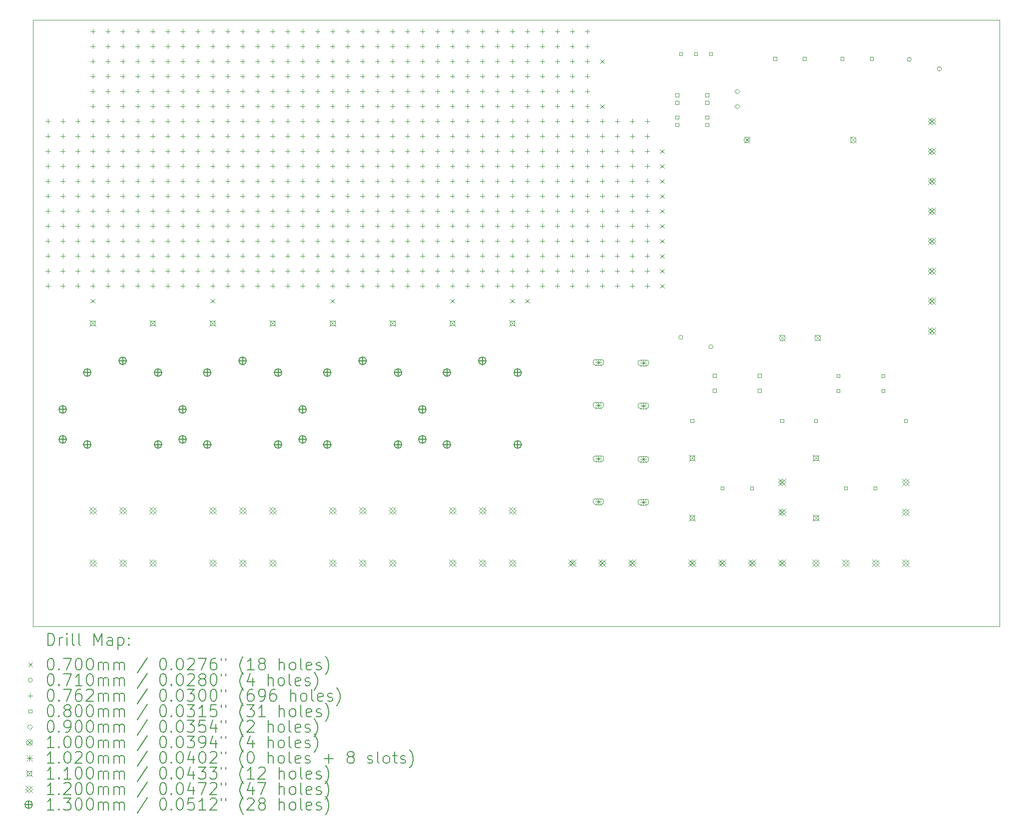
<source format=gbr>
%TF.GenerationSoftware,KiCad,Pcbnew,7.0.9*%
%TF.CreationDate,2024-10-14T21:49:45+02:00*%
%TF.ProjectId,unister,756e6973-7465-4722-9e6b-696361645f70,rev?*%
%TF.SameCoordinates,Original*%
%TF.FileFunction,Drillmap*%
%TF.FilePolarity,Positive*%
%FSLAX45Y45*%
G04 Gerber Fmt 4.5, Leading zero omitted, Abs format (unit mm)*
G04 Created by KiCad (PCBNEW 7.0.9) date 2024-10-14 21:49:45*
%MOMM*%
%LPD*%
G01*
G04 APERTURE LIST*
%ADD10C,0.100000*%
%ADD11C,0.200000*%
%ADD12C,0.102000*%
%ADD13C,0.110000*%
%ADD14C,0.120000*%
%ADD15C,0.130000*%
G04 APERTURE END LIST*
D10*
X6096000Y-4318000D02*
X22479000Y-4318000D01*
X22479000Y-14605000D01*
X6096000Y-14605000D01*
X6096000Y-4318000D01*
D11*
D10*
X7077000Y-9045500D02*
X7147000Y-9115500D01*
X7147000Y-9045500D02*
X7077000Y-9115500D01*
X9109000Y-9045500D02*
X9179000Y-9115500D01*
X9179000Y-9045500D02*
X9109000Y-9115500D01*
X11141000Y-9045500D02*
X11211000Y-9115500D01*
X11211000Y-9045500D02*
X11141000Y-9115500D01*
X13173000Y-9045500D02*
X13243000Y-9115500D01*
X13243000Y-9045500D02*
X13173000Y-9115500D01*
X14189000Y-9045500D02*
X14259000Y-9115500D01*
X14259000Y-9045500D02*
X14189000Y-9115500D01*
X14443000Y-9045500D02*
X14513000Y-9115500D01*
X14513000Y-9045500D02*
X14443000Y-9115500D01*
X15713000Y-4981500D02*
X15783000Y-5051500D01*
X15783000Y-4981500D02*
X15713000Y-5051500D01*
X15713000Y-5743500D02*
X15783000Y-5813500D01*
X15783000Y-5743500D02*
X15713000Y-5813500D01*
X16729000Y-6505500D02*
X16799000Y-6575500D01*
X16799000Y-6505500D02*
X16729000Y-6575500D01*
X16729000Y-6759500D02*
X16799000Y-6829500D01*
X16799000Y-6759500D02*
X16729000Y-6829500D01*
X16729000Y-7013500D02*
X16799000Y-7083500D01*
X16799000Y-7013500D02*
X16729000Y-7083500D01*
X16729000Y-7267500D02*
X16799000Y-7337500D01*
X16799000Y-7267500D02*
X16729000Y-7337500D01*
X16729000Y-7521500D02*
X16799000Y-7591500D01*
X16799000Y-7521500D02*
X16729000Y-7591500D01*
X16729000Y-7775500D02*
X16799000Y-7845500D01*
X16799000Y-7775500D02*
X16729000Y-7845500D01*
X16729000Y-8029500D02*
X16799000Y-8099500D01*
X16799000Y-8029500D02*
X16729000Y-8099500D01*
X16729000Y-8283500D02*
X16799000Y-8353500D01*
X16799000Y-8283500D02*
X16729000Y-8353500D01*
X16729000Y-8537500D02*
X16799000Y-8607500D01*
X16799000Y-8537500D02*
X16729000Y-8607500D01*
X16729000Y-8791500D02*
X16799000Y-8861500D01*
X16799000Y-8791500D02*
X16729000Y-8861500D01*
X17116000Y-9699000D02*
G75*
G03*
X17116000Y-9699000I-35500J0D01*
G01*
X17626000Y-9859000D02*
G75*
G03*
X17626000Y-9859000I-35500J0D01*
G01*
X20988500Y-4983500D02*
G75*
G03*
X20988500Y-4983500I-35500J0D01*
G01*
X21498500Y-5143500D02*
G75*
G03*
X21498500Y-5143500I-35500J0D01*
G01*
X6350000Y-5994400D02*
X6350000Y-6070600D01*
X6311900Y-6032500D02*
X6388100Y-6032500D01*
X6350000Y-6248400D02*
X6350000Y-6324600D01*
X6311900Y-6286500D02*
X6388100Y-6286500D01*
X6350000Y-6502400D02*
X6350000Y-6578600D01*
X6311900Y-6540500D02*
X6388100Y-6540500D01*
X6350000Y-6756400D02*
X6350000Y-6832600D01*
X6311900Y-6794500D02*
X6388100Y-6794500D01*
X6350000Y-7010400D02*
X6350000Y-7086600D01*
X6311900Y-7048500D02*
X6388100Y-7048500D01*
X6350000Y-7264400D02*
X6350000Y-7340600D01*
X6311900Y-7302500D02*
X6388100Y-7302500D01*
X6350000Y-7518400D02*
X6350000Y-7594600D01*
X6311900Y-7556500D02*
X6388100Y-7556500D01*
X6350000Y-7772400D02*
X6350000Y-7848600D01*
X6311900Y-7810500D02*
X6388100Y-7810500D01*
X6350000Y-8026400D02*
X6350000Y-8102600D01*
X6311900Y-8064500D02*
X6388100Y-8064500D01*
X6350000Y-8280400D02*
X6350000Y-8356600D01*
X6311900Y-8318500D02*
X6388100Y-8318500D01*
X6350000Y-8534400D02*
X6350000Y-8610600D01*
X6311900Y-8572500D02*
X6388100Y-8572500D01*
X6350000Y-8788400D02*
X6350000Y-8864600D01*
X6311900Y-8826500D02*
X6388100Y-8826500D01*
X6604000Y-5994400D02*
X6604000Y-6070600D01*
X6565900Y-6032500D02*
X6642100Y-6032500D01*
X6604000Y-6248400D02*
X6604000Y-6324600D01*
X6565900Y-6286500D02*
X6642100Y-6286500D01*
X6604000Y-6502400D02*
X6604000Y-6578600D01*
X6565900Y-6540500D02*
X6642100Y-6540500D01*
X6604000Y-6756400D02*
X6604000Y-6832600D01*
X6565900Y-6794500D02*
X6642100Y-6794500D01*
X6604000Y-7010400D02*
X6604000Y-7086600D01*
X6565900Y-7048500D02*
X6642100Y-7048500D01*
X6604000Y-7264400D02*
X6604000Y-7340600D01*
X6565900Y-7302500D02*
X6642100Y-7302500D01*
X6604000Y-7518400D02*
X6604000Y-7594600D01*
X6565900Y-7556500D02*
X6642100Y-7556500D01*
X6604000Y-7772400D02*
X6604000Y-7848600D01*
X6565900Y-7810500D02*
X6642100Y-7810500D01*
X6604000Y-8026400D02*
X6604000Y-8102600D01*
X6565900Y-8064500D02*
X6642100Y-8064500D01*
X6604000Y-8280400D02*
X6604000Y-8356600D01*
X6565900Y-8318500D02*
X6642100Y-8318500D01*
X6604000Y-8534400D02*
X6604000Y-8610600D01*
X6565900Y-8572500D02*
X6642100Y-8572500D01*
X6604000Y-8788400D02*
X6604000Y-8864600D01*
X6565900Y-8826500D02*
X6642100Y-8826500D01*
X6858000Y-5994400D02*
X6858000Y-6070600D01*
X6819900Y-6032500D02*
X6896100Y-6032500D01*
X6858000Y-6248400D02*
X6858000Y-6324600D01*
X6819900Y-6286500D02*
X6896100Y-6286500D01*
X6858000Y-6502400D02*
X6858000Y-6578600D01*
X6819900Y-6540500D02*
X6896100Y-6540500D01*
X6858000Y-6756400D02*
X6858000Y-6832600D01*
X6819900Y-6794500D02*
X6896100Y-6794500D01*
X6858000Y-7010400D02*
X6858000Y-7086600D01*
X6819900Y-7048500D02*
X6896100Y-7048500D01*
X6858000Y-7264400D02*
X6858000Y-7340600D01*
X6819900Y-7302500D02*
X6896100Y-7302500D01*
X6858000Y-7518400D02*
X6858000Y-7594600D01*
X6819900Y-7556500D02*
X6896100Y-7556500D01*
X6858000Y-7772400D02*
X6858000Y-7848600D01*
X6819900Y-7810500D02*
X6896100Y-7810500D01*
X6858000Y-8026400D02*
X6858000Y-8102600D01*
X6819900Y-8064500D02*
X6896100Y-8064500D01*
X6858000Y-8280400D02*
X6858000Y-8356600D01*
X6819900Y-8318500D02*
X6896100Y-8318500D01*
X6858000Y-8534400D02*
X6858000Y-8610600D01*
X6819900Y-8572500D02*
X6896100Y-8572500D01*
X6858000Y-8788400D02*
X6858000Y-8864600D01*
X6819900Y-8826500D02*
X6896100Y-8826500D01*
X7112000Y-4470400D02*
X7112000Y-4546600D01*
X7073900Y-4508500D02*
X7150100Y-4508500D01*
X7112000Y-4724400D02*
X7112000Y-4800600D01*
X7073900Y-4762500D02*
X7150100Y-4762500D01*
X7112000Y-4978400D02*
X7112000Y-5054600D01*
X7073900Y-5016500D02*
X7150100Y-5016500D01*
X7112000Y-5232400D02*
X7112000Y-5308600D01*
X7073900Y-5270500D02*
X7150100Y-5270500D01*
X7112000Y-5486400D02*
X7112000Y-5562600D01*
X7073900Y-5524500D02*
X7150100Y-5524500D01*
X7112000Y-5740400D02*
X7112000Y-5816600D01*
X7073900Y-5778500D02*
X7150100Y-5778500D01*
X7112000Y-5994400D02*
X7112000Y-6070600D01*
X7073900Y-6032500D02*
X7150100Y-6032500D01*
X7112000Y-6248400D02*
X7112000Y-6324600D01*
X7073900Y-6286500D02*
X7150100Y-6286500D01*
X7112000Y-6502400D02*
X7112000Y-6578600D01*
X7073900Y-6540500D02*
X7150100Y-6540500D01*
X7112000Y-6756400D02*
X7112000Y-6832600D01*
X7073900Y-6794500D02*
X7150100Y-6794500D01*
X7112000Y-7010400D02*
X7112000Y-7086600D01*
X7073900Y-7048500D02*
X7150100Y-7048500D01*
X7112000Y-7264400D02*
X7112000Y-7340600D01*
X7073900Y-7302500D02*
X7150100Y-7302500D01*
X7112000Y-7518400D02*
X7112000Y-7594600D01*
X7073900Y-7556500D02*
X7150100Y-7556500D01*
X7112000Y-7772400D02*
X7112000Y-7848600D01*
X7073900Y-7810500D02*
X7150100Y-7810500D01*
X7112000Y-8026400D02*
X7112000Y-8102600D01*
X7073900Y-8064500D02*
X7150100Y-8064500D01*
X7112000Y-8280400D02*
X7112000Y-8356600D01*
X7073900Y-8318500D02*
X7150100Y-8318500D01*
X7112000Y-8534400D02*
X7112000Y-8610600D01*
X7073900Y-8572500D02*
X7150100Y-8572500D01*
X7112000Y-8788400D02*
X7112000Y-8864600D01*
X7073900Y-8826500D02*
X7150100Y-8826500D01*
X7366000Y-4470400D02*
X7366000Y-4546600D01*
X7327900Y-4508500D02*
X7404100Y-4508500D01*
X7366000Y-4724400D02*
X7366000Y-4800600D01*
X7327900Y-4762500D02*
X7404100Y-4762500D01*
X7366000Y-4978400D02*
X7366000Y-5054600D01*
X7327900Y-5016500D02*
X7404100Y-5016500D01*
X7366000Y-5232400D02*
X7366000Y-5308600D01*
X7327900Y-5270500D02*
X7404100Y-5270500D01*
X7366000Y-5486400D02*
X7366000Y-5562600D01*
X7327900Y-5524500D02*
X7404100Y-5524500D01*
X7366000Y-5740400D02*
X7366000Y-5816600D01*
X7327900Y-5778500D02*
X7404100Y-5778500D01*
X7366000Y-5994400D02*
X7366000Y-6070600D01*
X7327900Y-6032500D02*
X7404100Y-6032500D01*
X7366000Y-6248400D02*
X7366000Y-6324600D01*
X7327900Y-6286500D02*
X7404100Y-6286500D01*
X7366000Y-6502400D02*
X7366000Y-6578600D01*
X7327900Y-6540500D02*
X7404100Y-6540500D01*
X7366000Y-6756400D02*
X7366000Y-6832600D01*
X7327900Y-6794500D02*
X7404100Y-6794500D01*
X7366000Y-7010400D02*
X7366000Y-7086600D01*
X7327900Y-7048500D02*
X7404100Y-7048500D01*
X7366000Y-7264400D02*
X7366000Y-7340600D01*
X7327900Y-7302500D02*
X7404100Y-7302500D01*
X7366000Y-7518400D02*
X7366000Y-7594600D01*
X7327900Y-7556500D02*
X7404100Y-7556500D01*
X7366000Y-7772400D02*
X7366000Y-7848600D01*
X7327900Y-7810500D02*
X7404100Y-7810500D01*
X7366000Y-8026400D02*
X7366000Y-8102600D01*
X7327900Y-8064500D02*
X7404100Y-8064500D01*
X7366000Y-8280400D02*
X7366000Y-8356600D01*
X7327900Y-8318500D02*
X7404100Y-8318500D01*
X7366000Y-8534400D02*
X7366000Y-8610600D01*
X7327900Y-8572500D02*
X7404100Y-8572500D01*
X7366000Y-8788400D02*
X7366000Y-8864600D01*
X7327900Y-8826500D02*
X7404100Y-8826500D01*
X7620000Y-4470400D02*
X7620000Y-4546600D01*
X7581900Y-4508500D02*
X7658100Y-4508500D01*
X7620000Y-4724400D02*
X7620000Y-4800600D01*
X7581900Y-4762500D02*
X7658100Y-4762500D01*
X7620000Y-4978400D02*
X7620000Y-5054600D01*
X7581900Y-5016500D02*
X7658100Y-5016500D01*
X7620000Y-5232400D02*
X7620000Y-5308600D01*
X7581900Y-5270500D02*
X7658100Y-5270500D01*
X7620000Y-5486400D02*
X7620000Y-5562600D01*
X7581900Y-5524500D02*
X7658100Y-5524500D01*
X7620000Y-5740400D02*
X7620000Y-5816600D01*
X7581900Y-5778500D02*
X7658100Y-5778500D01*
X7620000Y-5994400D02*
X7620000Y-6070600D01*
X7581900Y-6032500D02*
X7658100Y-6032500D01*
X7620000Y-6248400D02*
X7620000Y-6324600D01*
X7581900Y-6286500D02*
X7658100Y-6286500D01*
X7620000Y-6502400D02*
X7620000Y-6578600D01*
X7581900Y-6540500D02*
X7658100Y-6540500D01*
X7620000Y-6756400D02*
X7620000Y-6832600D01*
X7581900Y-6794500D02*
X7658100Y-6794500D01*
X7620000Y-7010400D02*
X7620000Y-7086600D01*
X7581900Y-7048500D02*
X7658100Y-7048500D01*
X7620000Y-7264400D02*
X7620000Y-7340600D01*
X7581900Y-7302500D02*
X7658100Y-7302500D01*
X7620000Y-7518400D02*
X7620000Y-7594600D01*
X7581900Y-7556500D02*
X7658100Y-7556500D01*
X7620000Y-7772400D02*
X7620000Y-7848600D01*
X7581900Y-7810500D02*
X7658100Y-7810500D01*
X7620000Y-8026400D02*
X7620000Y-8102600D01*
X7581900Y-8064500D02*
X7658100Y-8064500D01*
X7620000Y-8280400D02*
X7620000Y-8356600D01*
X7581900Y-8318500D02*
X7658100Y-8318500D01*
X7620000Y-8534400D02*
X7620000Y-8610600D01*
X7581900Y-8572500D02*
X7658100Y-8572500D01*
X7620000Y-8788400D02*
X7620000Y-8864600D01*
X7581900Y-8826500D02*
X7658100Y-8826500D01*
X7874000Y-4470400D02*
X7874000Y-4546600D01*
X7835900Y-4508500D02*
X7912100Y-4508500D01*
X7874000Y-4724400D02*
X7874000Y-4800600D01*
X7835900Y-4762500D02*
X7912100Y-4762500D01*
X7874000Y-4978400D02*
X7874000Y-5054600D01*
X7835900Y-5016500D02*
X7912100Y-5016500D01*
X7874000Y-5232400D02*
X7874000Y-5308600D01*
X7835900Y-5270500D02*
X7912100Y-5270500D01*
X7874000Y-5486400D02*
X7874000Y-5562600D01*
X7835900Y-5524500D02*
X7912100Y-5524500D01*
X7874000Y-5740400D02*
X7874000Y-5816600D01*
X7835900Y-5778500D02*
X7912100Y-5778500D01*
X7874000Y-5994400D02*
X7874000Y-6070600D01*
X7835900Y-6032500D02*
X7912100Y-6032500D01*
X7874000Y-6248400D02*
X7874000Y-6324600D01*
X7835900Y-6286500D02*
X7912100Y-6286500D01*
X7874000Y-6502400D02*
X7874000Y-6578600D01*
X7835900Y-6540500D02*
X7912100Y-6540500D01*
X7874000Y-6756400D02*
X7874000Y-6832600D01*
X7835900Y-6794500D02*
X7912100Y-6794500D01*
X7874000Y-7010400D02*
X7874000Y-7086600D01*
X7835900Y-7048500D02*
X7912100Y-7048500D01*
X7874000Y-7264400D02*
X7874000Y-7340600D01*
X7835900Y-7302500D02*
X7912100Y-7302500D01*
X7874000Y-7518400D02*
X7874000Y-7594600D01*
X7835900Y-7556500D02*
X7912100Y-7556500D01*
X7874000Y-7772400D02*
X7874000Y-7848600D01*
X7835900Y-7810500D02*
X7912100Y-7810500D01*
X7874000Y-8026400D02*
X7874000Y-8102600D01*
X7835900Y-8064500D02*
X7912100Y-8064500D01*
X7874000Y-8280400D02*
X7874000Y-8356600D01*
X7835900Y-8318500D02*
X7912100Y-8318500D01*
X7874000Y-8534400D02*
X7874000Y-8610600D01*
X7835900Y-8572500D02*
X7912100Y-8572500D01*
X7874000Y-8788400D02*
X7874000Y-8864600D01*
X7835900Y-8826500D02*
X7912100Y-8826500D01*
X8128000Y-4470400D02*
X8128000Y-4546600D01*
X8089900Y-4508500D02*
X8166100Y-4508500D01*
X8128000Y-4724400D02*
X8128000Y-4800600D01*
X8089900Y-4762500D02*
X8166100Y-4762500D01*
X8128000Y-4978400D02*
X8128000Y-5054600D01*
X8089900Y-5016500D02*
X8166100Y-5016500D01*
X8128000Y-5232400D02*
X8128000Y-5308600D01*
X8089900Y-5270500D02*
X8166100Y-5270500D01*
X8128000Y-5486400D02*
X8128000Y-5562600D01*
X8089900Y-5524500D02*
X8166100Y-5524500D01*
X8128000Y-5740400D02*
X8128000Y-5816600D01*
X8089900Y-5778500D02*
X8166100Y-5778500D01*
X8128000Y-5994400D02*
X8128000Y-6070600D01*
X8089900Y-6032500D02*
X8166100Y-6032500D01*
X8128000Y-6248400D02*
X8128000Y-6324600D01*
X8089900Y-6286500D02*
X8166100Y-6286500D01*
X8128000Y-6502400D02*
X8128000Y-6578600D01*
X8089900Y-6540500D02*
X8166100Y-6540500D01*
X8128000Y-6756400D02*
X8128000Y-6832600D01*
X8089900Y-6794500D02*
X8166100Y-6794500D01*
X8128000Y-7010400D02*
X8128000Y-7086600D01*
X8089900Y-7048500D02*
X8166100Y-7048500D01*
X8128000Y-7264400D02*
X8128000Y-7340600D01*
X8089900Y-7302500D02*
X8166100Y-7302500D01*
X8128000Y-7518400D02*
X8128000Y-7594600D01*
X8089900Y-7556500D02*
X8166100Y-7556500D01*
X8128000Y-7772400D02*
X8128000Y-7848600D01*
X8089900Y-7810500D02*
X8166100Y-7810500D01*
X8128000Y-8026400D02*
X8128000Y-8102600D01*
X8089900Y-8064500D02*
X8166100Y-8064500D01*
X8128000Y-8280400D02*
X8128000Y-8356600D01*
X8089900Y-8318500D02*
X8166100Y-8318500D01*
X8128000Y-8534400D02*
X8128000Y-8610600D01*
X8089900Y-8572500D02*
X8166100Y-8572500D01*
X8128000Y-8788400D02*
X8128000Y-8864600D01*
X8089900Y-8826500D02*
X8166100Y-8826500D01*
X8382000Y-4470400D02*
X8382000Y-4546600D01*
X8343900Y-4508500D02*
X8420100Y-4508500D01*
X8382000Y-4724400D02*
X8382000Y-4800600D01*
X8343900Y-4762500D02*
X8420100Y-4762500D01*
X8382000Y-4978400D02*
X8382000Y-5054600D01*
X8343900Y-5016500D02*
X8420100Y-5016500D01*
X8382000Y-5232400D02*
X8382000Y-5308600D01*
X8343900Y-5270500D02*
X8420100Y-5270500D01*
X8382000Y-5486400D02*
X8382000Y-5562600D01*
X8343900Y-5524500D02*
X8420100Y-5524500D01*
X8382000Y-5740400D02*
X8382000Y-5816600D01*
X8343900Y-5778500D02*
X8420100Y-5778500D01*
X8382000Y-5994400D02*
X8382000Y-6070600D01*
X8343900Y-6032500D02*
X8420100Y-6032500D01*
X8382000Y-6248400D02*
X8382000Y-6324600D01*
X8343900Y-6286500D02*
X8420100Y-6286500D01*
X8382000Y-6502400D02*
X8382000Y-6578600D01*
X8343900Y-6540500D02*
X8420100Y-6540500D01*
X8382000Y-6756400D02*
X8382000Y-6832600D01*
X8343900Y-6794500D02*
X8420100Y-6794500D01*
X8382000Y-7010400D02*
X8382000Y-7086600D01*
X8343900Y-7048500D02*
X8420100Y-7048500D01*
X8382000Y-7264400D02*
X8382000Y-7340600D01*
X8343900Y-7302500D02*
X8420100Y-7302500D01*
X8382000Y-7518400D02*
X8382000Y-7594600D01*
X8343900Y-7556500D02*
X8420100Y-7556500D01*
X8382000Y-7772400D02*
X8382000Y-7848600D01*
X8343900Y-7810500D02*
X8420100Y-7810500D01*
X8382000Y-8026400D02*
X8382000Y-8102600D01*
X8343900Y-8064500D02*
X8420100Y-8064500D01*
X8382000Y-8280400D02*
X8382000Y-8356600D01*
X8343900Y-8318500D02*
X8420100Y-8318500D01*
X8382000Y-8534400D02*
X8382000Y-8610600D01*
X8343900Y-8572500D02*
X8420100Y-8572500D01*
X8382000Y-8788400D02*
X8382000Y-8864600D01*
X8343900Y-8826500D02*
X8420100Y-8826500D01*
X8636000Y-4470400D02*
X8636000Y-4546600D01*
X8597900Y-4508500D02*
X8674100Y-4508500D01*
X8636000Y-4724400D02*
X8636000Y-4800600D01*
X8597900Y-4762500D02*
X8674100Y-4762500D01*
X8636000Y-4978400D02*
X8636000Y-5054600D01*
X8597900Y-5016500D02*
X8674100Y-5016500D01*
X8636000Y-5232400D02*
X8636000Y-5308600D01*
X8597900Y-5270500D02*
X8674100Y-5270500D01*
X8636000Y-5486400D02*
X8636000Y-5562600D01*
X8597900Y-5524500D02*
X8674100Y-5524500D01*
X8636000Y-5740400D02*
X8636000Y-5816600D01*
X8597900Y-5778500D02*
X8674100Y-5778500D01*
X8636000Y-5994400D02*
X8636000Y-6070600D01*
X8597900Y-6032500D02*
X8674100Y-6032500D01*
X8636000Y-6248400D02*
X8636000Y-6324600D01*
X8597900Y-6286500D02*
X8674100Y-6286500D01*
X8636000Y-6502400D02*
X8636000Y-6578600D01*
X8597900Y-6540500D02*
X8674100Y-6540500D01*
X8636000Y-6756400D02*
X8636000Y-6832600D01*
X8597900Y-6794500D02*
X8674100Y-6794500D01*
X8636000Y-7010400D02*
X8636000Y-7086600D01*
X8597900Y-7048500D02*
X8674100Y-7048500D01*
X8636000Y-7264400D02*
X8636000Y-7340600D01*
X8597900Y-7302500D02*
X8674100Y-7302500D01*
X8636000Y-7518400D02*
X8636000Y-7594600D01*
X8597900Y-7556500D02*
X8674100Y-7556500D01*
X8636000Y-7772400D02*
X8636000Y-7848600D01*
X8597900Y-7810500D02*
X8674100Y-7810500D01*
X8636000Y-8026400D02*
X8636000Y-8102600D01*
X8597900Y-8064500D02*
X8674100Y-8064500D01*
X8636000Y-8280400D02*
X8636000Y-8356600D01*
X8597900Y-8318500D02*
X8674100Y-8318500D01*
X8636000Y-8534400D02*
X8636000Y-8610600D01*
X8597900Y-8572500D02*
X8674100Y-8572500D01*
X8636000Y-8788400D02*
X8636000Y-8864600D01*
X8597900Y-8826500D02*
X8674100Y-8826500D01*
X8890000Y-4470400D02*
X8890000Y-4546600D01*
X8851900Y-4508500D02*
X8928100Y-4508500D01*
X8890000Y-4724400D02*
X8890000Y-4800600D01*
X8851900Y-4762500D02*
X8928100Y-4762500D01*
X8890000Y-4978400D02*
X8890000Y-5054600D01*
X8851900Y-5016500D02*
X8928100Y-5016500D01*
X8890000Y-5232400D02*
X8890000Y-5308600D01*
X8851900Y-5270500D02*
X8928100Y-5270500D01*
X8890000Y-5486400D02*
X8890000Y-5562600D01*
X8851900Y-5524500D02*
X8928100Y-5524500D01*
X8890000Y-5740400D02*
X8890000Y-5816600D01*
X8851900Y-5778500D02*
X8928100Y-5778500D01*
X8890000Y-5994400D02*
X8890000Y-6070600D01*
X8851900Y-6032500D02*
X8928100Y-6032500D01*
X8890000Y-6248400D02*
X8890000Y-6324600D01*
X8851900Y-6286500D02*
X8928100Y-6286500D01*
X8890000Y-6502400D02*
X8890000Y-6578600D01*
X8851900Y-6540500D02*
X8928100Y-6540500D01*
X8890000Y-6756400D02*
X8890000Y-6832600D01*
X8851900Y-6794500D02*
X8928100Y-6794500D01*
X8890000Y-7010400D02*
X8890000Y-7086600D01*
X8851900Y-7048500D02*
X8928100Y-7048500D01*
X8890000Y-7264400D02*
X8890000Y-7340600D01*
X8851900Y-7302500D02*
X8928100Y-7302500D01*
X8890000Y-7518400D02*
X8890000Y-7594600D01*
X8851900Y-7556500D02*
X8928100Y-7556500D01*
X8890000Y-7772400D02*
X8890000Y-7848600D01*
X8851900Y-7810500D02*
X8928100Y-7810500D01*
X8890000Y-8026400D02*
X8890000Y-8102600D01*
X8851900Y-8064500D02*
X8928100Y-8064500D01*
X8890000Y-8280400D02*
X8890000Y-8356600D01*
X8851900Y-8318500D02*
X8928100Y-8318500D01*
X8890000Y-8534400D02*
X8890000Y-8610600D01*
X8851900Y-8572500D02*
X8928100Y-8572500D01*
X8890000Y-8788400D02*
X8890000Y-8864600D01*
X8851900Y-8826500D02*
X8928100Y-8826500D01*
X9144000Y-4470400D02*
X9144000Y-4546600D01*
X9105900Y-4508500D02*
X9182100Y-4508500D01*
X9144000Y-4724400D02*
X9144000Y-4800600D01*
X9105900Y-4762500D02*
X9182100Y-4762500D01*
X9144000Y-4978400D02*
X9144000Y-5054600D01*
X9105900Y-5016500D02*
X9182100Y-5016500D01*
X9144000Y-5232400D02*
X9144000Y-5308600D01*
X9105900Y-5270500D02*
X9182100Y-5270500D01*
X9144000Y-5486400D02*
X9144000Y-5562600D01*
X9105900Y-5524500D02*
X9182100Y-5524500D01*
X9144000Y-5740400D02*
X9144000Y-5816600D01*
X9105900Y-5778500D02*
X9182100Y-5778500D01*
X9144000Y-5994400D02*
X9144000Y-6070600D01*
X9105900Y-6032500D02*
X9182100Y-6032500D01*
X9144000Y-6248400D02*
X9144000Y-6324600D01*
X9105900Y-6286500D02*
X9182100Y-6286500D01*
X9144000Y-6502400D02*
X9144000Y-6578600D01*
X9105900Y-6540500D02*
X9182100Y-6540500D01*
X9144000Y-6756400D02*
X9144000Y-6832600D01*
X9105900Y-6794500D02*
X9182100Y-6794500D01*
X9144000Y-7010400D02*
X9144000Y-7086600D01*
X9105900Y-7048500D02*
X9182100Y-7048500D01*
X9144000Y-7264400D02*
X9144000Y-7340600D01*
X9105900Y-7302500D02*
X9182100Y-7302500D01*
X9144000Y-7518400D02*
X9144000Y-7594600D01*
X9105900Y-7556500D02*
X9182100Y-7556500D01*
X9144000Y-7772400D02*
X9144000Y-7848600D01*
X9105900Y-7810500D02*
X9182100Y-7810500D01*
X9144000Y-8026400D02*
X9144000Y-8102600D01*
X9105900Y-8064500D02*
X9182100Y-8064500D01*
X9144000Y-8280400D02*
X9144000Y-8356600D01*
X9105900Y-8318500D02*
X9182100Y-8318500D01*
X9144000Y-8534400D02*
X9144000Y-8610600D01*
X9105900Y-8572500D02*
X9182100Y-8572500D01*
X9144000Y-8788400D02*
X9144000Y-8864600D01*
X9105900Y-8826500D02*
X9182100Y-8826500D01*
X9398000Y-4470400D02*
X9398000Y-4546600D01*
X9359900Y-4508500D02*
X9436100Y-4508500D01*
X9398000Y-4724400D02*
X9398000Y-4800600D01*
X9359900Y-4762500D02*
X9436100Y-4762500D01*
X9398000Y-4978400D02*
X9398000Y-5054600D01*
X9359900Y-5016500D02*
X9436100Y-5016500D01*
X9398000Y-5232400D02*
X9398000Y-5308600D01*
X9359900Y-5270500D02*
X9436100Y-5270500D01*
X9398000Y-5486400D02*
X9398000Y-5562600D01*
X9359900Y-5524500D02*
X9436100Y-5524500D01*
X9398000Y-5740400D02*
X9398000Y-5816600D01*
X9359900Y-5778500D02*
X9436100Y-5778500D01*
X9398000Y-5994400D02*
X9398000Y-6070600D01*
X9359900Y-6032500D02*
X9436100Y-6032500D01*
X9398000Y-6248400D02*
X9398000Y-6324600D01*
X9359900Y-6286500D02*
X9436100Y-6286500D01*
X9398000Y-6502400D02*
X9398000Y-6578600D01*
X9359900Y-6540500D02*
X9436100Y-6540500D01*
X9398000Y-6756400D02*
X9398000Y-6832600D01*
X9359900Y-6794500D02*
X9436100Y-6794500D01*
X9398000Y-7010400D02*
X9398000Y-7086600D01*
X9359900Y-7048500D02*
X9436100Y-7048500D01*
X9398000Y-7264400D02*
X9398000Y-7340600D01*
X9359900Y-7302500D02*
X9436100Y-7302500D01*
X9398000Y-7518400D02*
X9398000Y-7594600D01*
X9359900Y-7556500D02*
X9436100Y-7556500D01*
X9398000Y-7772400D02*
X9398000Y-7848600D01*
X9359900Y-7810500D02*
X9436100Y-7810500D01*
X9398000Y-8026400D02*
X9398000Y-8102600D01*
X9359900Y-8064500D02*
X9436100Y-8064500D01*
X9398000Y-8280400D02*
X9398000Y-8356600D01*
X9359900Y-8318500D02*
X9436100Y-8318500D01*
X9398000Y-8534400D02*
X9398000Y-8610600D01*
X9359900Y-8572500D02*
X9436100Y-8572500D01*
X9398000Y-8788400D02*
X9398000Y-8864600D01*
X9359900Y-8826500D02*
X9436100Y-8826500D01*
X9652000Y-4470400D02*
X9652000Y-4546600D01*
X9613900Y-4508500D02*
X9690100Y-4508500D01*
X9652000Y-4724400D02*
X9652000Y-4800600D01*
X9613900Y-4762500D02*
X9690100Y-4762500D01*
X9652000Y-4978400D02*
X9652000Y-5054600D01*
X9613900Y-5016500D02*
X9690100Y-5016500D01*
X9652000Y-5232400D02*
X9652000Y-5308600D01*
X9613900Y-5270500D02*
X9690100Y-5270500D01*
X9652000Y-5486400D02*
X9652000Y-5562600D01*
X9613900Y-5524500D02*
X9690100Y-5524500D01*
X9652000Y-5740400D02*
X9652000Y-5816600D01*
X9613900Y-5778500D02*
X9690100Y-5778500D01*
X9652000Y-5994400D02*
X9652000Y-6070600D01*
X9613900Y-6032500D02*
X9690100Y-6032500D01*
X9652000Y-6248400D02*
X9652000Y-6324600D01*
X9613900Y-6286500D02*
X9690100Y-6286500D01*
X9652000Y-6502400D02*
X9652000Y-6578600D01*
X9613900Y-6540500D02*
X9690100Y-6540500D01*
X9652000Y-6756400D02*
X9652000Y-6832600D01*
X9613900Y-6794500D02*
X9690100Y-6794500D01*
X9652000Y-7010400D02*
X9652000Y-7086600D01*
X9613900Y-7048500D02*
X9690100Y-7048500D01*
X9652000Y-7264400D02*
X9652000Y-7340600D01*
X9613900Y-7302500D02*
X9690100Y-7302500D01*
X9652000Y-7518400D02*
X9652000Y-7594600D01*
X9613900Y-7556500D02*
X9690100Y-7556500D01*
X9652000Y-7772400D02*
X9652000Y-7848600D01*
X9613900Y-7810500D02*
X9690100Y-7810500D01*
X9652000Y-8026400D02*
X9652000Y-8102600D01*
X9613900Y-8064500D02*
X9690100Y-8064500D01*
X9652000Y-8280400D02*
X9652000Y-8356600D01*
X9613900Y-8318500D02*
X9690100Y-8318500D01*
X9652000Y-8534400D02*
X9652000Y-8610600D01*
X9613900Y-8572500D02*
X9690100Y-8572500D01*
X9652000Y-8788400D02*
X9652000Y-8864600D01*
X9613900Y-8826500D02*
X9690100Y-8826500D01*
X9906000Y-4470400D02*
X9906000Y-4546600D01*
X9867900Y-4508500D02*
X9944100Y-4508500D01*
X9906000Y-4724400D02*
X9906000Y-4800600D01*
X9867900Y-4762500D02*
X9944100Y-4762500D01*
X9906000Y-4978400D02*
X9906000Y-5054600D01*
X9867900Y-5016500D02*
X9944100Y-5016500D01*
X9906000Y-5232400D02*
X9906000Y-5308600D01*
X9867900Y-5270500D02*
X9944100Y-5270500D01*
X9906000Y-5486400D02*
X9906000Y-5562600D01*
X9867900Y-5524500D02*
X9944100Y-5524500D01*
X9906000Y-5740400D02*
X9906000Y-5816600D01*
X9867900Y-5778500D02*
X9944100Y-5778500D01*
X9906000Y-5994400D02*
X9906000Y-6070600D01*
X9867900Y-6032500D02*
X9944100Y-6032500D01*
X9906000Y-6248400D02*
X9906000Y-6324600D01*
X9867900Y-6286500D02*
X9944100Y-6286500D01*
X9906000Y-6502400D02*
X9906000Y-6578600D01*
X9867900Y-6540500D02*
X9944100Y-6540500D01*
X9906000Y-6756400D02*
X9906000Y-6832600D01*
X9867900Y-6794500D02*
X9944100Y-6794500D01*
X9906000Y-7010400D02*
X9906000Y-7086600D01*
X9867900Y-7048500D02*
X9944100Y-7048500D01*
X9906000Y-7264400D02*
X9906000Y-7340600D01*
X9867900Y-7302500D02*
X9944100Y-7302500D01*
X9906000Y-7518400D02*
X9906000Y-7594600D01*
X9867900Y-7556500D02*
X9944100Y-7556500D01*
X9906000Y-7772400D02*
X9906000Y-7848600D01*
X9867900Y-7810500D02*
X9944100Y-7810500D01*
X9906000Y-8026400D02*
X9906000Y-8102600D01*
X9867900Y-8064500D02*
X9944100Y-8064500D01*
X9906000Y-8280400D02*
X9906000Y-8356600D01*
X9867900Y-8318500D02*
X9944100Y-8318500D01*
X9906000Y-8534400D02*
X9906000Y-8610600D01*
X9867900Y-8572500D02*
X9944100Y-8572500D01*
X9906000Y-8788400D02*
X9906000Y-8864600D01*
X9867900Y-8826500D02*
X9944100Y-8826500D01*
X10160000Y-4470400D02*
X10160000Y-4546600D01*
X10121900Y-4508500D02*
X10198100Y-4508500D01*
X10160000Y-4724400D02*
X10160000Y-4800600D01*
X10121900Y-4762500D02*
X10198100Y-4762500D01*
X10160000Y-4978400D02*
X10160000Y-5054600D01*
X10121900Y-5016500D02*
X10198100Y-5016500D01*
X10160000Y-5232400D02*
X10160000Y-5308600D01*
X10121900Y-5270500D02*
X10198100Y-5270500D01*
X10160000Y-5486400D02*
X10160000Y-5562600D01*
X10121900Y-5524500D02*
X10198100Y-5524500D01*
X10160000Y-5740400D02*
X10160000Y-5816600D01*
X10121900Y-5778500D02*
X10198100Y-5778500D01*
X10160000Y-5994400D02*
X10160000Y-6070600D01*
X10121900Y-6032500D02*
X10198100Y-6032500D01*
X10160000Y-6248400D02*
X10160000Y-6324600D01*
X10121900Y-6286500D02*
X10198100Y-6286500D01*
X10160000Y-6502400D02*
X10160000Y-6578600D01*
X10121900Y-6540500D02*
X10198100Y-6540500D01*
X10160000Y-6756400D02*
X10160000Y-6832600D01*
X10121900Y-6794500D02*
X10198100Y-6794500D01*
X10160000Y-7010400D02*
X10160000Y-7086600D01*
X10121900Y-7048500D02*
X10198100Y-7048500D01*
X10160000Y-7264400D02*
X10160000Y-7340600D01*
X10121900Y-7302500D02*
X10198100Y-7302500D01*
X10160000Y-7518400D02*
X10160000Y-7594600D01*
X10121900Y-7556500D02*
X10198100Y-7556500D01*
X10160000Y-7772400D02*
X10160000Y-7848600D01*
X10121900Y-7810500D02*
X10198100Y-7810500D01*
X10160000Y-8026400D02*
X10160000Y-8102600D01*
X10121900Y-8064500D02*
X10198100Y-8064500D01*
X10160000Y-8280400D02*
X10160000Y-8356600D01*
X10121900Y-8318500D02*
X10198100Y-8318500D01*
X10160000Y-8534400D02*
X10160000Y-8610600D01*
X10121900Y-8572500D02*
X10198100Y-8572500D01*
X10160000Y-8788400D02*
X10160000Y-8864600D01*
X10121900Y-8826500D02*
X10198100Y-8826500D01*
X10414000Y-4470400D02*
X10414000Y-4546600D01*
X10375900Y-4508500D02*
X10452100Y-4508500D01*
X10414000Y-4724400D02*
X10414000Y-4800600D01*
X10375900Y-4762500D02*
X10452100Y-4762500D01*
X10414000Y-4978400D02*
X10414000Y-5054600D01*
X10375900Y-5016500D02*
X10452100Y-5016500D01*
X10414000Y-5232400D02*
X10414000Y-5308600D01*
X10375900Y-5270500D02*
X10452100Y-5270500D01*
X10414000Y-5486400D02*
X10414000Y-5562600D01*
X10375900Y-5524500D02*
X10452100Y-5524500D01*
X10414000Y-5740400D02*
X10414000Y-5816600D01*
X10375900Y-5778500D02*
X10452100Y-5778500D01*
X10414000Y-5994400D02*
X10414000Y-6070600D01*
X10375900Y-6032500D02*
X10452100Y-6032500D01*
X10414000Y-6248400D02*
X10414000Y-6324600D01*
X10375900Y-6286500D02*
X10452100Y-6286500D01*
X10414000Y-6502400D02*
X10414000Y-6578600D01*
X10375900Y-6540500D02*
X10452100Y-6540500D01*
X10414000Y-6756400D02*
X10414000Y-6832600D01*
X10375900Y-6794500D02*
X10452100Y-6794500D01*
X10414000Y-7010400D02*
X10414000Y-7086600D01*
X10375900Y-7048500D02*
X10452100Y-7048500D01*
X10414000Y-7264400D02*
X10414000Y-7340600D01*
X10375900Y-7302500D02*
X10452100Y-7302500D01*
X10414000Y-7518400D02*
X10414000Y-7594600D01*
X10375900Y-7556500D02*
X10452100Y-7556500D01*
X10414000Y-7772400D02*
X10414000Y-7848600D01*
X10375900Y-7810500D02*
X10452100Y-7810500D01*
X10414000Y-8026400D02*
X10414000Y-8102600D01*
X10375900Y-8064500D02*
X10452100Y-8064500D01*
X10414000Y-8280400D02*
X10414000Y-8356600D01*
X10375900Y-8318500D02*
X10452100Y-8318500D01*
X10414000Y-8534400D02*
X10414000Y-8610600D01*
X10375900Y-8572500D02*
X10452100Y-8572500D01*
X10414000Y-8788400D02*
X10414000Y-8864600D01*
X10375900Y-8826500D02*
X10452100Y-8826500D01*
X10668000Y-4470400D02*
X10668000Y-4546600D01*
X10629900Y-4508500D02*
X10706100Y-4508500D01*
X10668000Y-4724400D02*
X10668000Y-4800600D01*
X10629900Y-4762500D02*
X10706100Y-4762500D01*
X10668000Y-4978400D02*
X10668000Y-5054600D01*
X10629900Y-5016500D02*
X10706100Y-5016500D01*
X10668000Y-5232400D02*
X10668000Y-5308600D01*
X10629900Y-5270500D02*
X10706100Y-5270500D01*
X10668000Y-5486400D02*
X10668000Y-5562600D01*
X10629900Y-5524500D02*
X10706100Y-5524500D01*
X10668000Y-5740400D02*
X10668000Y-5816600D01*
X10629900Y-5778500D02*
X10706100Y-5778500D01*
X10668000Y-5994400D02*
X10668000Y-6070600D01*
X10629900Y-6032500D02*
X10706100Y-6032500D01*
X10668000Y-6248400D02*
X10668000Y-6324600D01*
X10629900Y-6286500D02*
X10706100Y-6286500D01*
X10668000Y-6502400D02*
X10668000Y-6578600D01*
X10629900Y-6540500D02*
X10706100Y-6540500D01*
X10668000Y-6756400D02*
X10668000Y-6832600D01*
X10629900Y-6794500D02*
X10706100Y-6794500D01*
X10668000Y-7010400D02*
X10668000Y-7086600D01*
X10629900Y-7048500D02*
X10706100Y-7048500D01*
X10668000Y-7264400D02*
X10668000Y-7340600D01*
X10629900Y-7302500D02*
X10706100Y-7302500D01*
X10668000Y-7518400D02*
X10668000Y-7594600D01*
X10629900Y-7556500D02*
X10706100Y-7556500D01*
X10668000Y-7772400D02*
X10668000Y-7848600D01*
X10629900Y-7810500D02*
X10706100Y-7810500D01*
X10668000Y-8026400D02*
X10668000Y-8102600D01*
X10629900Y-8064500D02*
X10706100Y-8064500D01*
X10668000Y-8280400D02*
X10668000Y-8356600D01*
X10629900Y-8318500D02*
X10706100Y-8318500D01*
X10668000Y-8534400D02*
X10668000Y-8610600D01*
X10629900Y-8572500D02*
X10706100Y-8572500D01*
X10668000Y-8788400D02*
X10668000Y-8864600D01*
X10629900Y-8826500D02*
X10706100Y-8826500D01*
X10922000Y-4470400D02*
X10922000Y-4546600D01*
X10883900Y-4508500D02*
X10960100Y-4508500D01*
X10922000Y-4724400D02*
X10922000Y-4800600D01*
X10883900Y-4762500D02*
X10960100Y-4762500D01*
X10922000Y-4978400D02*
X10922000Y-5054600D01*
X10883900Y-5016500D02*
X10960100Y-5016500D01*
X10922000Y-5232400D02*
X10922000Y-5308600D01*
X10883900Y-5270500D02*
X10960100Y-5270500D01*
X10922000Y-5486400D02*
X10922000Y-5562600D01*
X10883900Y-5524500D02*
X10960100Y-5524500D01*
X10922000Y-5740400D02*
X10922000Y-5816600D01*
X10883900Y-5778500D02*
X10960100Y-5778500D01*
X10922000Y-5994400D02*
X10922000Y-6070600D01*
X10883900Y-6032500D02*
X10960100Y-6032500D01*
X10922000Y-6248400D02*
X10922000Y-6324600D01*
X10883900Y-6286500D02*
X10960100Y-6286500D01*
X10922000Y-6502400D02*
X10922000Y-6578600D01*
X10883900Y-6540500D02*
X10960100Y-6540500D01*
X10922000Y-6756400D02*
X10922000Y-6832600D01*
X10883900Y-6794500D02*
X10960100Y-6794500D01*
X10922000Y-7010400D02*
X10922000Y-7086600D01*
X10883900Y-7048500D02*
X10960100Y-7048500D01*
X10922000Y-7264400D02*
X10922000Y-7340600D01*
X10883900Y-7302500D02*
X10960100Y-7302500D01*
X10922000Y-7518400D02*
X10922000Y-7594600D01*
X10883900Y-7556500D02*
X10960100Y-7556500D01*
X10922000Y-7772400D02*
X10922000Y-7848600D01*
X10883900Y-7810500D02*
X10960100Y-7810500D01*
X10922000Y-8026400D02*
X10922000Y-8102600D01*
X10883900Y-8064500D02*
X10960100Y-8064500D01*
X10922000Y-8280400D02*
X10922000Y-8356600D01*
X10883900Y-8318500D02*
X10960100Y-8318500D01*
X10922000Y-8534400D02*
X10922000Y-8610600D01*
X10883900Y-8572500D02*
X10960100Y-8572500D01*
X10922000Y-8788400D02*
X10922000Y-8864600D01*
X10883900Y-8826500D02*
X10960100Y-8826500D01*
X11176000Y-4470400D02*
X11176000Y-4546600D01*
X11137900Y-4508500D02*
X11214100Y-4508500D01*
X11176000Y-4724400D02*
X11176000Y-4800600D01*
X11137900Y-4762500D02*
X11214100Y-4762500D01*
X11176000Y-4978400D02*
X11176000Y-5054600D01*
X11137900Y-5016500D02*
X11214100Y-5016500D01*
X11176000Y-5232400D02*
X11176000Y-5308600D01*
X11137900Y-5270500D02*
X11214100Y-5270500D01*
X11176000Y-5486400D02*
X11176000Y-5562600D01*
X11137900Y-5524500D02*
X11214100Y-5524500D01*
X11176000Y-5740400D02*
X11176000Y-5816600D01*
X11137900Y-5778500D02*
X11214100Y-5778500D01*
X11176000Y-5994400D02*
X11176000Y-6070600D01*
X11137900Y-6032500D02*
X11214100Y-6032500D01*
X11176000Y-6248400D02*
X11176000Y-6324600D01*
X11137900Y-6286500D02*
X11214100Y-6286500D01*
X11176000Y-6502400D02*
X11176000Y-6578600D01*
X11137900Y-6540500D02*
X11214100Y-6540500D01*
X11176000Y-6756400D02*
X11176000Y-6832600D01*
X11137900Y-6794500D02*
X11214100Y-6794500D01*
X11176000Y-7010400D02*
X11176000Y-7086600D01*
X11137900Y-7048500D02*
X11214100Y-7048500D01*
X11176000Y-7264400D02*
X11176000Y-7340600D01*
X11137900Y-7302500D02*
X11214100Y-7302500D01*
X11176000Y-7518400D02*
X11176000Y-7594600D01*
X11137900Y-7556500D02*
X11214100Y-7556500D01*
X11176000Y-7772400D02*
X11176000Y-7848600D01*
X11137900Y-7810500D02*
X11214100Y-7810500D01*
X11176000Y-8026400D02*
X11176000Y-8102600D01*
X11137900Y-8064500D02*
X11214100Y-8064500D01*
X11176000Y-8280400D02*
X11176000Y-8356600D01*
X11137900Y-8318500D02*
X11214100Y-8318500D01*
X11176000Y-8534400D02*
X11176000Y-8610600D01*
X11137900Y-8572500D02*
X11214100Y-8572500D01*
X11176000Y-8788400D02*
X11176000Y-8864600D01*
X11137900Y-8826500D02*
X11214100Y-8826500D01*
X11430000Y-4470400D02*
X11430000Y-4546600D01*
X11391900Y-4508500D02*
X11468100Y-4508500D01*
X11430000Y-4724400D02*
X11430000Y-4800600D01*
X11391900Y-4762500D02*
X11468100Y-4762500D01*
X11430000Y-4978400D02*
X11430000Y-5054600D01*
X11391900Y-5016500D02*
X11468100Y-5016500D01*
X11430000Y-5232400D02*
X11430000Y-5308600D01*
X11391900Y-5270500D02*
X11468100Y-5270500D01*
X11430000Y-5486400D02*
X11430000Y-5562600D01*
X11391900Y-5524500D02*
X11468100Y-5524500D01*
X11430000Y-5740400D02*
X11430000Y-5816600D01*
X11391900Y-5778500D02*
X11468100Y-5778500D01*
X11430000Y-5994400D02*
X11430000Y-6070600D01*
X11391900Y-6032500D02*
X11468100Y-6032500D01*
X11430000Y-6248400D02*
X11430000Y-6324600D01*
X11391900Y-6286500D02*
X11468100Y-6286500D01*
X11430000Y-6502400D02*
X11430000Y-6578600D01*
X11391900Y-6540500D02*
X11468100Y-6540500D01*
X11430000Y-6756400D02*
X11430000Y-6832600D01*
X11391900Y-6794500D02*
X11468100Y-6794500D01*
X11430000Y-7010400D02*
X11430000Y-7086600D01*
X11391900Y-7048500D02*
X11468100Y-7048500D01*
X11430000Y-7264400D02*
X11430000Y-7340600D01*
X11391900Y-7302500D02*
X11468100Y-7302500D01*
X11430000Y-7518400D02*
X11430000Y-7594600D01*
X11391900Y-7556500D02*
X11468100Y-7556500D01*
X11430000Y-7772400D02*
X11430000Y-7848600D01*
X11391900Y-7810500D02*
X11468100Y-7810500D01*
X11430000Y-8026400D02*
X11430000Y-8102600D01*
X11391900Y-8064500D02*
X11468100Y-8064500D01*
X11430000Y-8280400D02*
X11430000Y-8356600D01*
X11391900Y-8318500D02*
X11468100Y-8318500D01*
X11430000Y-8534400D02*
X11430000Y-8610600D01*
X11391900Y-8572500D02*
X11468100Y-8572500D01*
X11430000Y-8788400D02*
X11430000Y-8864600D01*
X11391900Y-8826500D02*
X11468100Y-8826500D01*
X11684000Y-4470400D02*
X11684000Y-4546600D01*
X11645900Y-4508500D02*
X11722100Y-4508500D01*
X11684000Y-4724400D02*
X11684000Y-4800600D01*
X11645900Y-4762500D02*
X11722100Y-4762500D01*
X11684000Y-4978400D02*
X11684000Y-5054600D01*
X11645900Y-5016500D02*
X11722100Y-5016500D01*
X11684000Y-5232400D02*
X11684000Y-5308600D01*
X11645900Y-5270500D02*
X11722100Y-5270500D01*
X11684000Y-5486400D02*
X11684000Y-5562600D01*
X11645900Y-5524500D02*
X11722100Y-5524500D01*
X11684000Y-5740400D02*
X11684000Y-5816600D01*
X11645900Y-5778500D02*
X11722100Y-5778500D01*
X11684000Y-5994400D02*
X11684000Y-6070600D01*
X11645900Y-6032500D02*
X11722100Y-6032500D01*
X11684000Y-6248400D02*
X11684000Y-6324600D01*
X11645900Y-6286500D02*
X11722100Y-6286500D01*
X11684000Y-6502400D02*
X11684000Y-6578600D01*
X11645900Y-6540500D02*
X11722100Y-6540500D01*
X11684000Y-6756400D02*
X11684000Y-6832600D01*
X11645900Y-6794500D02*
X11722100Y-6794500D01*
X11684000Y-7010400D02*
X11684000Y-7086600D01*
X11645900Y-7048500D02*
X11722100Y-7048500D01*
X11684000Y-7264400D02*
X11684000Y-7340600D01*
X11645900Y-7302500D02*
X11722100Y-7302500D01*
X11684000Y-7518400D02*
X11684000Y-7594600D01*
X11645900Y-7556500D02*
X11722100Y-7556500D01*
X11684000Y-7772400D02*
X11684000Y-7848600D01*
X11645900Y-7810500D02*
X11722100Y-7810500D01*
X11684000Y-8026400D02*
X11684000Y-8102600D01*
X11645900Y-8064500D02*
X11722100Y-8064500D01*
X11684000Y-8280400D02*
X11684000Y-8356600D01*
X11645900Y-8318500D02*
X11722100Y-8318500D01*
X11684000Y-8534400D02*
X11684000Y-8610600D01*
X11645900Y-8572500D02*
X11722100Y-8572500D01*
X11684000Y-8788400D02*
X11684000Y-8864600D01*
X11645900Y-8826500D02*
X11722100Y-8826500D01*
X11938000Y-4470400D02*
X11938000Y-4546600D01*
X11899900Y-4508500D02*
X11976100Y-4508500D01*
X11938000Y-4724400D02*
X11938000Y-4800600D01*
X11899900Y-4762500D02*
X11976100Y-4762500D01*
X11938000Y-4978400D02*
X11938000Y-5054600D01*
X11899900Y-5016500D02*
X11976100Y-5016500D01*
X11938000Y-5232400D02*
X11938000Y-5308600D01*
X11899900Y-5270500D02*
X11976100Y-5270500D01*
X11938000Y-5486400D02*
X11938000Y-5562600D01*
X11899900Y-5524500D02*
X11976100Y-5524500D01*
X11938000Y-5740400D02*
X11938000Y-5816600D01*
X11899900Y-5778500D02*
X11976100Y-5778500D01*
X11938000Y-5994400D02*
X11938000Y-6070600D01*
X11899900Y-6032500D02*
X11976100Y-6032500D01*
X11938000Y-6248400D02*
X11938000Y-6324600D01*
X11899900Y-6286500D02*
X11976100Y-6286500D01*
X11938000Y-6502400D02*
X11938000Y-6578600D01*
X11899900Y-6540500D02*
X11976100Y-6540500D01*
X11938000Y-6756400D02*
X11938000Y-6832600D01*
X11899900Y-6794500D02*
X11976100Y-6794500D01*
X11938000Y-7010400D02*
X11938000Y-7086600D01*
X11899900Y-7048500D02*
X11976100Y-7048500D01*
X11938000Y-7264400D02*
X11938000Y-7340600D01*
X11899900Y-7302500D02*
X11976100Y-7302500D01*
X11938000Y-7518400D02*
X11938000Y-7594600D01*
X11899900Y-7556500D02*
X11976100Y-7556500D01*
X11938000Y-7772400D02*
X11938000Y-7848600D01*
X11899900Y-7810500D02*
X11976100Y-7810500D01*
X11938000Y-8026400D02*
X11938000Y-8102600D01*
X11899900Y-8064500D02*
X11976100Y-8064500D01*
X11938000Y-8280400D02*
X11938000Y-8356600D01*
X11899900Y-8318500D02*
X11976100Y-8318500D01*
X11938000Y-8534400D02*
X11938000Y-8610600D01*
X11899900Y-8572500D02*
X11976100Y-8572500D01*
X11938000Y-8788400D02*
X11938000Y-8864600D01*
X11899900Y-8826500D02*
X11976100Y-8826500D01*
X12192000Y-4470400D02*
X12192000Y-4546600D01*
X12153900Y-4508500D02*
X12230100Y-4508500D01*
X12192000Y-4724400D02*
X12192000Y-4800600D01*
X12153900Y-4762500D02*
X12230100Y-4762500D01*
X12192000Y-4978400D02*
X12192000Y-5054600D01*
X12153900Y-5016500D02*
X12230100Y-5016500D01*
X12192000Y-5232400D02*
X12192000Y-5308600D01*
X12153900Y-5270500D02*
X12230100Y-5270500D01*
X12192000Y-5486400D02*
X12192000Y-5562600D01*
X12153900Y-5524500D02*
X12230100Y-5524500D01*
X12192000Y-5740400D02*
X12192000Y-5816600D01*
X12153900Y-5778500D02*
X12230100Y-5778500D01*
X12192000Y-5994400D02*
X12192000Y-6070600D01*
X12153900Y-6032500D02*
X12230100Y-6032500D01*
X12192000Y-6248400D02*
X12192000Y-6324600D01*
X12153900Y-6286500D02*
X12230100Y-6286500D01*
X12192000Y-6502400D02*
X12192000Y-6578600D01*
X12153900Y-6540500D02*
X12230100Y-6540500D01*
X12192000Y-6756400D02*
X12192000Y-6832600D01*
X12153900Y-6794500D02*
X12230100Y-6794500D01*
X12192000Y-7010400D02*
X12192000Y-7086600D01*
X12153900Y-7048500D02*
X12230100Y-7048500D01*
X12192000Y-7264400D02*
X12192000Y-7340600D01*
X12153900Y-7302500D02*
X12230100Y-7302500D01*
X12192000Y-7518400D02*
X12192000Y-7594600D01*
X12153900Y-7556500D02*
X12230100Y-7556500D01*
X12192000Y-7772400D02*
X12192000Y-7848600D01*
X12153900Y-7810500D02*
X12230100Y-7810500D01*
X12192000Y-8026400D02*
X12192000Y-8102600D01*
X12153900Y-8064500D02*
X12230100Y-8064500D01*
X12192000Y-8280400D02*
X12192000Y-8356600D01*
X12153900Y-8318500D02*
X12230100Y-8318500D01*
X12192000Y-8534400D02*
X12192000Y-8610600D01*
X12153900Y-8572500D02*
X12230100Y-8572500D01*
X12192000Y-8788400D02*
X12192000Y-8864600D01*
X12153900Y-8826500D02*
X12230100Y-8826500D01*
X12446000Y-4470400D02*
X12446000Y-4546600D01*
X12407900Y-4508500D02*
X12484100Y-4508500D01*
X12446000Y-4724400D02*
X12446000Y-4800600D01*
X12407900Y-4762500D02*
X12484100Y-4762500D01*
X12446000Y-4978400D02*
X12446000Y-5054600D01*
X12407900Y-5016500D02*
X12484100Y-5016500D01*
X12446000Y-5232400D02*
X12446000Y-5308600D01*
X12407900Y-5270500D02*
X12484100Y-5270500D01*
X12446000Y-5486400D02*
X12446000Y-5562600D01*
X12407900Y-5524500D02*
X12484100Y-5524500D01*
X12446000Y-5740400D02*
X12446000Y-5816600D01*
X12407900Y-5778500D02*
X12484100Y-5778500D01*
X12446000Y-5994400D02*
X12446000Y-6070600D01*
X12407900Y-6032500D02*
X12484100Y-6032500D01*
X12446000Y-6248400D02*
X12446000Y-6324600D01*
X12407900Y-6286500D02*
X12484100Y-6286500D01*
X12446000Y-6502400D02*
X12446000Y-6578600D01*
X12407900Y-6540500D02*
X12484100Y-6540500D01*
X12446000Y-6756400D02*
X12446000Y-6832600D01*
X12407900Y-6794500D02*
X12484100Y-6794500D01*
X12446000Y-7010400D02*
X12446000Y-7086600D01*
X12407900Y-7048500D02*
X12484100Y-7048500D01*
X12446000Y-7264400D02*
X12446000Y-7340600D01*
X12407900Y-7302500D02*
X12484100Y-7302500D01*
X12446000Y-7518400D02*
X12446000Y-7594600D01*
X12407900Y-7556500D02*
X12484100Y-7556500D01*
X12446000Y-7772400D02*
X12446000Y-7848600D01*
X12407900Y-7810500D02*
X12484100Y-7810500D01*
X12446000Y-8026400D02*
X12446000Y-8102600D01*
X12407900Y-8064500D02*
X12484100Y-8064500D01*
X12446000Y-8280400D02*
X12446000Y-8356600D01*
X12407900Y-8318500D02*
X12484100Y-8318500D01*
X12446000Y-8534400D02*
X12446000Y-8610600D01*
X12407900Y-8572500D02*
X12484100Y-8572500D01*
X12446000Y-8788400D02*
X12446000Y-8864600D01*
X12407900Y-8826500D02*
X12484100Y-8826500D01*
X12700000Y-4470400D02*
X12700000Y-4546600D01*
X12661900Y-4508500D02*
X12738100Y-4508500D01*
X12700000Y-4724400D02*
X12700000Y-4800600D01*
X12661900Y-4762500D02*
X12738100Y-4762500D01*
X12700000Y-4978400D02*
X12700000Y-5054600D01*
X12661900Y-5016500D02*
X12738100Y-5016500D01*
X12700000Y-5232400D02*
X12700000Y-5308600D01*
X12661900Y-5270500D02*
X12738100Y-5270500D01*
X12700000Y-5486400D02*
X12700000Y-5562600D01*
X12661900Y-5524500D02*
X12738100Y-5524500D01*
X12700000Y-5740400D02*
X12700000Y-5816600D01*
X12661900Y-5778500D02*
X12738100Y-5778500D01*
X12700000Y-5994400D02*
X12700000Y-6070600D01*
X12661900Y-6032500D02*
X12738100Y-6032500D01*
X12700000Y-6248400D02*
X12700000Y-6324600D01*
X12661900Y-6286500D02*
X12738100Y-6286500D01*
X12700000Y-6502400D02*
X12700000Y-6578600D01*
X12661900Y-6540500D02*
X12738100Y-6540500D01*
X12700000Y-6756400D02*
X12700000Y-6832600D01*
X12661900Y-6794500D02*
X12738100Y-6794500D01*
X12700000Y-7010400D02*
X12700000Y-7086600D01*
X12661900Y-7048500D02*
X12738100Y-7048500D01*
X12700000Y-7264400D02*
X12700000Y-7340600D01*
X12661900Y-7302500D02*
X12738100Y-7302500D01*
X12700000Y-7518400D02*
X12700000Y-7594600D01*
X12661900Y-7556500D02*
X12738100Y-7556500D01*
X12700000Y-7772400D02*
X12700000Y-7848600D01*
X12661900Y-7810500D02*
X12738100Y-7810500D01*
X12700000Y-8026400D02*
X12700000Y-8102600D01*
X12661900Y-8064500D02*
X12738100Y-8064500D01*
X12700000Y-8280400D02*
X12700000Y-8356600D01*
X12661900Y-8318500D02*
X12738100Y-8318500D01*
X12700000Y-8534400D02*
X12700000Y-8610600D01*
X12661900Y-8572500D02*
X12738100Y-8572500D01*
X12700000Y-8788400D02*
X12700000Y-8864600D01*
X12661900Y-8826500D02*
X12738100Y-8826500D01*
X12954000Y-4470400D02*
X12954000Y-4546600D01*
X12915900Y-4508500D02*
X12992100Y-4508500D01*
X12954000Y-4724400D02*
X12954000Y-4800600D01*
X12915900Y-4762500D02*
X12992100Y-4762500D01*
X12954000Y-4978400D02*
X12954000Y-5054600D01*
X12915900Y-5016500D02*
X12992100Y-5016500D01*
X12954000Y-5232400D02*
X12954000Y-5308600D01*
X12915900Y-5270500D02*
X12992100Y-5270500D01*
X12954000Y-5486400D02*
X12954000Y-5562600D01*
X12915900Y-5524500D02*
X12992100Y-5524500D01*
X12954000Y-5740400D02*
X12954000Y-5816600D01*
X12915900Y-5778500D02*
X12992100Y-5778500D01*
X12954000Y-5994400D02*
X12954000Y-6070600D01*
X12915900Y-6032500D02*
X12992100Y-6032500D01*
X12954000Y-6248400D02*
X12954000Y-6324600D01*
X12915900Y-6286500D02*
X12992100Y-6286500D01*
X12954000Y-6502400D02*
X12954000Y-6578600D01*
X12915900Y-6540500D02*
X12992100Y-6540500D01*
X12954000Y-6756400D02*
X12954000Y-6832600D01*
X12915900Y-6794500D02*
X12992100Y-6794500D01*
X12954000Y-7010400D02*
X12954000Y-7086600D01*
X12915900Y-7048500D02*
X12992100Y-7048500D01*
X12954000Y-7264400D02*
X12954000Y-7340600D01*
X12915900Y-7302500D02*
X12992100Y-7302500D01*
X12954000Y-7518400D02*
X12954000Y-7594600D01*
X12915900Y-7556500D02*
X12992100Y-7556500D01*
X12954000Y-7772400D02*
X12954000Y-7848600D01*
X12915900Y-7810500D02*
X12992100Y-7810500D01*
X12954000Y-8026400D02*
X12954000Y-8102600D01*
X12915900Y-8064500D02*
X12992100Y-8064500D01*
X12954000Y-8280400D02*
X12954000Y-8356600D01*
X12915900Y-8318500D02*
X12992100Y-8318500D01*
X12954000Y-8534400D02*
X12954000Y-8610600D01*
X12915900Y-8572500D02*
X12992100Y-8572500D01*
X12954000Y-8788400D02*
X12954000Y-8864600D01*
X12915900Y-8826500D02*
X12992100Y-8826500D01*
X13208000Y-4470400D02*
X13208000Y-4546600D01*
X13169900Y-4508500D02*
X13246100Y-4508500D01*
X13208000Y-4724400D02*
X13208000Y-4800600D01*
X13169900Y-4762500D02*
X13246100Y-4762500D01*
X13208000Y-4978400D02*
X13208000Y-5054600D01*
X13169900Y-5016500D02*
X13246100Y-5016500D01*
X13208000Y-5232400D02*
X13208000Y-5308600D01*
X13169900Y-5270500D02*
X13246100Y-5270500D01*
X13208000Y-5486400D02*
X13208000Y-5562600D01*
X13169900Y-5524500D02*
X13246100Y-5524500D01*
X13208000Y-5740400D02*
X13208000Y-5816600D01*
X13169900Y-5778500D02*
X13246100Y-5778500D01*
X13208000Y-5994400D02*
X13208000Y-6070600D01*
X13169900Y-6032500D02*
X13246100Y-6032500D01*
X13208000Y-6248400D02*
X13208000Y-6324600D01*
X13169900Y-6286500D02*
X13246100Y-6286500D01*
X13208000Y-6502400D02*
X13208000Y-6578600D01*
X13169900Y-6540500D02*
X13246100Y-6540500D01*
X13208000Y-6756400D02*
X13208000Y-6832600D01*
X13169900Y-6794500D02*
X13246100Y-6794500D01*
X13208000Y-7010400D02*
X13208000Y-7086600D01*
X13169900Y-7048500D02*
X13246100Y-7048500D01*
X13208000Y-7264400D02*
X13208000Y-7340600D01*
X13169900Y-7302500D02*
X13246100Y-7302500D01*
X13208000Y-7518400D02*
X13208000Y-7594600D01*
X13169900Y-7556500D02*
X13246100Y-7556500D01*
X13208000Y-7772400D02*
X13208000Y-7848600D01*
X13169900Y-7810500D02*
X13246100Y-7810500D01*
X13208000Y-8026400D02*
X13208000Y-8102600D01*
X13169900Y-8064500D02*
X13246100Y-8064500D01*
X13208000Y-8280400D02*
X13208000Y-8356600D01*
X13169900Y-8318500D02*
X13246100Y-8318500D01*
X13208000Y-8534400D02*
X13208000Y-8610600D01*
X13169900Y-8572500D02*
X13246100Y-8572500D01*
X13208000Y-8788400D02*
X13208000Y-8864600D01*
X13169900Y-8826500D02*
X13246100Y-8826500D01*
X13462000Y-4470400D02*
X13462000Y-4546600D01*
X13423900Y-4508500D02*
X13500100Y-4508500D01*
X13462000Y-4724400D02*
X13462000Y-4800600D01*
X13423900Y-4762500D02*
X13500100Y-4762500D01*
X13462000Y-4978400D02*
X13462000Y-5054600D01*
X13423900Y-5016500D02*
X13500100Y-5016500D01*
X13462000Y-5232400D02*
X13462000Y-5308600D01*
X13423900Y-5270500D02*
X13500100Y-5270500D01*
X13462000Y-5486400D02*
X13462000Y-5562600D01*
X13423900Y-5524500D02*
X13500100Y-5524500D01*
X13462000Y-5740400D02*
X13462000Y-5816600D01*
X13423900Y-5778500D02*
X13500100Y-5778500D01*
X13462000Y-5994400D02*
X13462000Y-6070600D01*
X13423900Y-6032500D02*
X13500100Y-6032500D01*
X13462000Y-6248400D02*
X13462000Y-6324600D01*
X13423900Y-6286500D02*
X13500100Y-6286500D01*
X13462000Y-6502400D02*
X13462000Y-6578600D01*
X13423900Y-6540500D02*
X13500100Y-6540500D01*
X13462000Y-6756400D02*
X13462000Y-6832600D01*
X13423900Y-6794500D02*
X13500100Y-6794500D01*
X13462000Y-7010400D02*
X13462000Y-7086600D01*
X13423900Y-7048500D02*
X13500100Y-7048500D01*
X13462000Y-7264400D02*
X13462000Y-7340600D01*
X13423900Y-7302500D02*
X13500100Y-7302500D01*
X13462000Y-7518400D02*
X13462000Y-7594600D01*
X13423900Y-7556500D02*
X13500100Y-7556500D01*
X13462000Y-7772400D02*
X13462000Y-7848600D01*
X13423900Y-7810500D02*
X13500100Y-7810500D01*
X13462000Y-8026400D02*
X13462000Y-8102600D01*
X13423900Y-8064500D02*
X13500100Y-8064500D01*
X13462000Y-8280400D02*
X13462000Y-8356600D01*
X13423900Y-8318500D02*
X13500100Y-8318500D01*
X13462000Y-8534400D02*
X13462000Y-8610600D01*
X13423900Y-8572500D02*
X13500100Y-8572500D01*
X13462000Y-8788400D02*
X13462000Y-8864600D01*
X13423900Y-8826500D02*
X13500100Y-8826500D01*
X13716000Y-4470400D02*
X13716000Y-4546600D01*
X13677900Y-4508500D02*
X13754100Y-4508500D01*
X13716000Y-4724400D02*
X13716000Y-4800600D01*
X13677900Y-4762500D02*
X13754100Y-4762500D01*
X13716000Y-4978400D02*
X13716000Y-5054600D01*
X13677900Y-5016500D02*
X13754100Y-5016500D01*
X13716000Y-5232400D02*
X13716000Y-5308600D01*
X13677900Y-5270500D02*
X13754100Y-5270500D01*
X13716000Y-5486400D02*
X13716000Y-5562600D01*
X13677900Y-5524500D02*
X13754100Y-5524500D01*
X13716000Y-5740400D02*
X13716000Y-5816600D01*
X13677900Y-5778500D02*
X13754100Y-5778500D01*
X13716000Y-5994400D02*
X13716000Y-6070600D01*
X13677900Y-6032500D02*
X13754100Y-6032500D01*
X13716000Y-6248400D02*
X13716000Y-6324600D01*
X13677900Y-6286500D02*
X13754100Y-6286500D01*
X13716000Y-6502400D02*
X13716000Y-6578600D01*
X13677900Y-6540500D02*
X13754100Y-6540500D01*
X13716000Y-6756400D02*
X13716000Y-6832600D01*
X13677900Y-6794500D02*
X13754100Y-6794500D01*
X13716000Y-7010400D02*
X13716000Y-7086600D01*
X13677900Y-7048500D02*
X13754100Y-7048500D01*
X13716000Y-7264400D02*
X13716000Y-7340600D01*
X13677900Y-7302500D02*
X13754100Y-7302500D01*
X13716000Y-7518400D02*
X13716000Y-7594600D01*
X13677900Y-7556500D02*
X13754100Y-7556500D01*
X13716000Y-7772400D02*
X13716000Y-7848600D01*
X13677900Y-7810500D02*
X13754100Y-7810500D01*
X13716000Y-8026400D02*
X13716000Y-8102600D01*
X13677900Y-8064500D02*
X13754100Y-8064500D01*
X13716000Y-8280400D02*
X13716000Y-8356600D01*
X13677900Y-8318500D02*
X13754100Y-8318500D01*
X13716000Y-8534400D02*
X13716000Y-8610600D01*
X13677900Y-8572500D02*
X13754100Y-8572500D01*
X13716000Y-8788400D02*
X13716000Y-8864600D01*
X13677900Y-8826500D02*
X13754100Y-8826500D01*
X13970000Y-4470400D02*
X13970000Y-4546600D01*
X13931900Y-4508500D02*
X14008100Y-4508500D01*
X13970000Y-4724400D02*
X13970000Y-4800600D01*
X13931900Y-4762500D02*
X14008100Y-4762500D01*
X13970000Y-4978400D02*
X13970000Y-5054600D01*
X13931900Y-5016500D02*
X14008100Y-5016500D01*
X13970000Y-5232400D02*
X13970000Y-5308600D01*
X13931900Y-5270500D02*
X14008100Y-5270500D01*
X13970000Y-5486400D02*
X13970000Y-5562600D01*
X13931900Y-5524500D02*
X14008100Y-5524500D01*
X13970000Y-5740400D02*
X13970000Y-5816600D01*
X13931900Y-5778500D02*
X14008100Y-5778500D01*
X13970000Y-5994400D02*
X13970000Y-6070600D01*
X13931900Y-6032500D02*
X14008100Y-6032500D01*
X13970000Y-6248400D02*
X13970000Y-6324600D01*
X13931900Y-6286500D02*
X14008100Y-6286500D01*
X13970000Y-6502400D02*
X13970000Y-6578600D01*
X13931900Y-6540500D02*
X14008100Y-6540500D01*
X13970000Y-6756400D02*
X13970000Y-6832600D01*
X13931900Y-6794500D02*
X14008100Y-6794500D01*
X13970000Y-7010400D02*
X13970000Y-7086600D01*
X13931900Y-7048500D02*
X14008100Y-7048500D01*
X13970000Y-7264400D02*
X13970000Y-7340600D01*
X13931900Y-7302500D02*
X14008100Y-7302500D01*
X13970000Y-7518400D02*
X13970000Y-7594600D01*
X13931900Y-7556500D02*
X14008100Y-7556500D01*
X13970000Y-7772400D02*
X13970000Y-7848600D01*
X13931900Y-7810500D02*
X14008100Y-7810500D01*
X13970000Y-8026400D02*
X13970000Y-8102600D01*
X13931900Y-8064500D02*
X14008100Y-8064500D01*
X13970000Y-8280400D02*
X13970000Y-8356600D01*
X13931900Y-8318500D02*
X14008100Y-8318500D01*
X13970000Y-8534400D02*
X13970000Y-8610600D01*
X13931900Y-8572500D02*
X14008100Y-8572500D01*
X13970000Y-8788400D02*
X13970000Y-8864600D01*
X13931900Y-8826500D02*
X14008100Y-8826500D01*
X14224000Y-4470400D02*
X14224000Y-4546600D01*
X14185900Y-4508500D02*
X14262100Y-4508500D01*
X14224000Y-4724400D02*
X14224000Y-4800600D01*
X14185900Y-4762500D02*
X14262100Y-4762500D01*
X14224000Y-4978400D02*
X14224000Y-5054600D01*
X14185900Y-5016500D02*
X14262100Y-5016500D01*
X14224000Y-5232400D02*
X14224000Y-5308600D01*
X14185900Y-5270500D02*
X14262100Y-5270500D01*
X14224000Y-5486400D02*
X14224000Y-5562600D01*
X14185900Y-5524500D02*
X14262100Y-5524500D01*
X14224000Y-5740400D02*
X14224000Y-5816600D01*
X14185900Y-5778500D02*
X14262100Y-5778500D01*
X14224000Y-5994400D02*
X14224000Y-6070600D01*
X14185900Y-6032500D02*
X14262100Y-6032500D01*
X14224000Y-6248400D02*
X14224000Y-6324600D01*
X14185900Y-6286500D02*
X14262100Y-6286500D01*
X14224000Y-6502400D02*
X14224000Y-6578600D01*
X14185900Y-6540500D02*
X14262100Y-6540500D01*
X14224000Y-6756400D02*
X14224000Y-6832600D01*
X14185900Y-6794500D02*
X14262100Y-6794500D01*
X14224000Y-7010400D02*
X14224000Y-7086600D01*
X14185900Y-7048500D02*
X14262100Y-7048500D01*
X14224000Y-7264400D02*
X14224000Y-7340600D01*
X14185900Y-7302500D02*
X14262100Y-7302500D01*
X14224000Y-7518400D02*
X14224000Y-7594600D01*
X14185900Y-7556500D02*
X14262100Y-7556500D01*
X14224000Y-7772400D02*
X14224000Y-7848600D01*
X14185900Y-7810500D02*
X14262100Y-7810500D01*
X14224000Y-8026400D02*
X14224000Y-8102600D01*
X14185900Y-8064500D02*
X14262100Y-8064500D01*
X14224000Y-8280400D02*
X14224000Y-8356600D01*
X14185900Y-8318500D02*
X14262100Y-8318500D01*
X14224000Y-8534400D02*
X14224000Y-8610600D01*
X14185900Y-8572500D02*
X14262100Y-8572500D01*
X14224000Y-8788400D02*
X14224000Y-8864600D01*
X14185900Y-8826500D02*
X14262100Y-8826500D01*
X14478000Y-4470400D02*
X14478000Y-4546600D01*
X14439900Y-4508500D02*
X14516100Y-4508500D01*
X14478000Y-4724400D02*
X14478000Y-4800600D01*
X14439900Y-4762500D02*
X14516100Y-4762500D01*
X14478000Y-4978400D02*
X14478000Y-5054600D01*
X14439900Y-5016500D02*
X14516100Y-5016500D01*
X14478000Y-5232400D02*
X14478000Y-5308600D01*
X14439900Y-5270500D02*
X14516100Y-5270500D01*
X14478000Y-5486400D02*
X14478000Y-5562600D01*
X14439900Y-5524500D02*
X14516100Y-5524500D01*
X14478000Y-5740400D02*
X14478000Y-5816600D01*
X14439900Y-5778500D02*
X14516100Y-5778500D01*
X14478000Y-5994400D02*
X14478000Y-6070600D01*
X14439900Y-6032500D02*
X14516100Y-6032500D01*
X14478000Y-6248400D02*
X14478000Y-6324600D01*
X14439900Y-6286500D02*
X14516100Y-6286500D01*
X14478000Y-6502400D02*
X14478000Y-6578600D01*
X14439900Y-6540500D02*
X14516100Y-6540500D01*
X14478000Y-6756400D02*
X14478000Y-6832600D01*
X14439900Y-6794500D02*
X14516100Y-6794500D01*
X14478000Y-7010400D02*
X14478000Y-7086600D01*
X14439900Y-7048500D02*
X14516100Y-7048500D01*
X14478000Y-7264400D02*
X14478000Y-7340600D01*
X14439900Y-7302500D02*
X14516100Y-7302500D01*
X14478000Y-7518400D02*
X14478000Y-7594600D01*
X14439900Y-7556500D02*
X14516100Y-7556500D01*
X14478000Y-7772400D02*
X14478000Y-7848600D01*
X14439900Y-7810500D02*
X14516100Y-7810500D01*
X14478000Y-8026400D02*
X14478000Y-8102600D01*
X14439900Y-8064500D02*
X14516100Y-8064500D01*
X14478000Y-8280400D02*
X14478000Y-8356600D01*
X14439900Y-8318500D02*
X14516100Y-8318500D01*
X14478000Y-8534400D02*
X14478000Y-8610600D01*
X14439900Y-8572500D02*
X14516100Y-8572500D01*
X14478000Y-8788400D02*
X14478000Y-8864600D01*
X14439900Y-8826500D02*
X14516100Y-8826500D01*
X14732000Y-4470400D02*
X14732000Y-4546600D01*
X14693900Y-4508500D02*
X14770100Y-4508500D01*
X14732000Y-4724400D02*
X14732000Y-4800600D01*
X14693900Y-4762500D02*
X14770100Y-4762500D01*
X14732000Y-4978400D02*
X14732000Y-5054600D01*
X14693900Y-5016500D02*
X14770100Y-5016500D01*
X14732000Y-5232400D02*
X14732000Y-5308600D01*
X14693900Y-5270500D02*
X14770100Y-5270500D01*
X14732000Y-5486400D02*
X14732000Y-5562600D01*
X14693900Y-5524500D02*
X14770100Y-5524500D01*
X14732000Y-5740400D02*
X14732000Y-5816600D01*
X14693900Y-5778500D02*
X14770100Y-5778500D01*
X14732000Y-5994400D02*
X14732000Y-6070600D01*
X14693900Y-6032500D02*
X14770100Y-6032500D01*
X14732000Y-6248400D02*
X14732000Y-6324600D01*
X14693900Y-6286500D02*
X14770100Y-6286500D01*
X14732000Y-6502400D02*
X14732000Y-6578600D01*
X14693900Y-6540500D02*
X14770100Y-6540500D01*
X14732000Y-6756400D02*
X14732000Y-6832600D01*
X14693900Y-6794500D02*
X14770100Y-6794500D01*
X14732000Y-7010400D02*
X14732000Y-7086600D01*
X14693900Y-7048500D02*
X14770100Y-7048500D01*
X14732000Y-7264400D02*
X14732000Y-7340600D01*
X14693900Y-7302500D02*
X14770100Y-7302500D01*
X14732000Y-7518400D02*
X14732000Y-7594600D01*
X14693900Y-7556500D02*
X14770100Y-7556500D01*
X14732000Y-7772400D02*
X14732000Y-7848600D01*
X14693900Y-7810500D02*
X14770100Y-7810500D01*
X14732000Y-8026400D02*
X14732000Y-8102600D01*
X14693900Y-8064500D02*
X14770100Y-8064500D01*
X14732000Y-8280400D02*
X14732000Y-8356600D01*
X14693900Y-8318500D02*
X14770100Y-8318500D01*
X14732000Y-8534400D02*
X14732000Y-8610600D01*
X14693900Y-8572500D02*
X14770100Y-8572500D01*
X14732000Y-8788400D02*
X14732000Y-8864600D01*
X14693900Y-8826500D02*
X14770100Y-8826500D01*
X14986000Y-4470400D02*
X14986000Y-4546600D01*
X14947900Y-4508500D02*
X15024100Y-4508500D01*
X14986000Y-4724400D02*
X14986000Y-4800600D01*
X14947900Y-4762500D02*
X15024100Y-4762500D01*
X14986000Y-4978400D02*
X14986000Y-5054600D01*
X14947900Y-5016500D02*
X15024100Y-5016500D01*
X14986000Y-5232400D02*
X14986000Y-5308600D01*
X14947900Y-5270500D02*
X15024100Y-5270500D01*
X14986000Y-5486400D02*
X14986000Y-5562600D01*
X14947900Y-5524500D02*
X15024100Y-5524500D01*
X14986000Y-5740400D02*
X14986000Y-5816600D01*
X14947900Y-5778500D02*
X15024100Y-5778500D01*
X14986000Y-5994400D02*
X14986000Y-6070600D01*
X14947900Y-6032500D02*
X15024100Y-6032500D01*
X14986000Y-6248400D02*
X14986000Y-6324600D01*
X14947900Y-6286500D02*
X15024100Y-6286500D01*
X14986000Y-6502400D02*
X14986000Y-6578600D01*
X14947900Y-6540500D02*
X15024100Y-6540500D01*
X14986000Y-6756400D02*
X14986000Y-6832600D01*
X14947900Y-6794500D02*
X15024100Y-6794500D01*
X14986000Y-7010400D02*
X14986000Y-7086600D01*
X14947900Y-7048500D02*
X15024100Y-7048500D01*
X14986000Y-7264400D02*
X14986000Y-7340600D01*
X14947900Y-7302500D02*
X15024100Y-7302500D01*
X14986000Y-7518400D02*
X14986000Y-7594600D01*
X14947900Y-7556500D02*
X15024100Y-7556500D01*
X14986000Y-7772400D02*
X14986000Y-7848600D01*
X14947900Y-7810500D02*
X15024100Y-7810500D01*
X14986000Y-8026400D02*
X14986000Y-8102600D01*
X14947900Y-8064500D02*
X15024100Y-8064500D01*
X14986000Y-8280400D02*
X14986000Y-8356600D01*
X14947900Y-8318500D02*
X15024100Y-8318500D01*
X14986000Y-8534400D02*
X14986000Y-8610600D01*
X14947900Y-8572500D02*
X15024100Y-8572500D01*
X14986000Y-8788400D02*
X14986000Y-8864600D01*
X14947900Y-8826500D02*
X15024100Y-8826500D01*
X15240000Y-4470400D02*
X15240000Y-4546600D01*
X15201900Y-4508500D02*
X15278100Y-4508500D01*
X15240000Y-4724400D02*
X15240000Y-4800600D01*
X15201900Y-4762500D02*
X15278100Y-4762500D01*
X15240000Y-4978400D02*
X15240000Y-5054600D01*
X15201900Y-5016500D02*
X15278100Y-5016500D01*
X15240000Y-5232400D02*
X15240000Y-5308600D01*
X15201900Y-5270500D02*
X15278100Y-5270500D01*
X15240000Y-5486400D02*
X15240000Y-5562600D01*
X15201900Y-5524500D02*
X15278100Y-5524500D01*
X15240000Y-5740400D02*
X15240000Y-5816600D01*
X15201900Y-5778500D02*
X15278100Y-5778500D01*
X15240000Y-5994400D02*
X15240000Y-6070600D01*
X15201900Y-6032500D02*
X15278100Y-6032500D01*
X15240000Y-6248400D02*
X15240000Y-6324600D01*
X15201900Y-6286500D02*
X15278100Y-6286500D01*
X15240000Y-6502400D02*
X15240000Y-6578600D01*
X15201900Y-6540500D02*
X15278100Y-6540500D01*
X15240000Y-6756400D02*
X15240000Y-6832600D01*
X15201900Y-6794500D02*
X15278100Y-6794500D01*
X15240000Y-7010400D02*
X15240000Y-7086600D01*
X15201900Y-7048500D02*
X15278100Y-7048500D01*
X15240000Y-7264400D02*
X15240000Y-7340600D01*
X15201900Y-7302500D02*
X15278100Y-7302500D01*
X15240000Y-7518400D02*
X15240000Y-7594600D01*
X15201900Y-7556500D02*
X15278100Y-7556500D01*
X15240000Y-7772400D02*
X15240000Y-7848600D01*
X15201900Y-7810500D02*
X15278100Y-7810500D01*
X15240000Y-8026400D02*
X15240000Y-8102600D01*
X15201900Y-8064500D02*
X15278100Y-8064500D01*
X15240000Y-8280400D02*
X15240000Y-8356600D01*
X15201900Y-8318500D02*
X15278100Y-8318500D01*
X15240000Y-8534400D02*
X15240000Y-8610600D01*
X15201900Y-8572500D02*
X15278100Y-8572500D01*
X15240000Y-8788400D02*
X15240000Y-8864600D01*
X15201900Y-8826500D02*
X15278100Y-8826500D01*
X15494000Y-4470400D02*
X15494000Y-4546600D01*
X15455900Y-4508500D02*
X15532100Y-4508500D01*
X15494000Y-4724400D02*
X15494000Y-4800600D01*
X15455900Y-4762500D02*
X15532100Y-4762500D01*
X15494000Y-4978400D02*
X15494000Y-5054600D01*
X15455900Y-5016500D02*
X15532100Y-5016500D01*
X15494000Y-5232400D02*
X15494000Y-5308600D01*
X15455900Y-5270500D02*
X15532100Y-5270500D01*
X15494000Y-5486400D02*
X15494000Y-5562600D01*
X15455900Y-5524500D02*
X15532100Y-5524500D01*
X15494000Y-5740400D02*
X15494000Y-5816600D01*
X15455900Y-5778500D02*
X15532100Y-5778500D01*
X15494000Y-5994400D02*
X15494000Y-6070600D01*
X15455900Y-6032500D02*
X15532100Y-6032500D01*
X15494000Y-6248400D02*
X15494000Y-6324600D01*
X15455900Y-6286500D02*
X15532100Y-6286500D01*
X15494000Y-6502400D02*
X15494000Y-6578600D01*
X15455900Y-6540500D02*
X15532100Y-6540500D01*
X15494000Y-6756400D02*
X15494000Y-6832600D01*
X15455900Y-6794500D02*
X15532100Y-6794500D01*
X15494000Y-7010400D02*
X15494000Y-7086600D01*
X15455900Y-7048500D02*
X15532100Y-7048500D01*
X15494000Y-7264400D02*
X15494000Y-7340600D01*
X15455900Y-7302500D02*
X15532100Y-7302500D01*
X15494000Y-7518400D02*
X15494000Y-7594600D01*
X15455900Y-7556500D02*
X15532100Y-7556500D01*
X15494000Y-7772400D02*
X15494000Y-7848600D01*
X15455900Y-7810500D02*
X15532100Y-7810500D01*
X15494000Y-8026400D02*
X15494000Y-8102600D01*
X15455900Y-8064500D02*
X15532100Y-8064500D01*
X15494000Y-8280400D02*
X15494000Y-8356600D01*
X15455900Y-8318500D02*
X15532100Y-8318500D01*
X15494000Y-8534400D02*
X15494000Y-8610600D01*
X15455900Y-8572500D02*
X15532100Y-8572500D01*
X15494000Y-8788400D02*
X15494000Y-8864600D01*
X15455900Y-8826500D02*
X15532100Y-8826500D01*
X15748000Y-5994400D02*
X15748000Y-6070600D01*
X15709900Y-6032500D02*
X15786100Y-6032500D01*
X15748000Y-6248400D02*
X15748000Y-6324600D01*
X15709900Y-6286500D02*
X15786100Y-6286500D01*
X15748000Y-6502400D02*
X15748000Y-6578600D01*
X15709900Y-6540500D02*
X15786100Y-6540500D01*
X15748000Y-6756400D02*
X15748000Y-6832600D01*
X15709900Y-6794500D02*
X15786100Y-6794500D01*
X15748000Y-7010400D02*
X15748000Y-7086600D01*
X15709900Y-7048500D02*
X15786100Y-7048500D01*
X15748000Y-7264400D02*
X15748000Y-7340600D01*
X15709900Y-7302500D02*
X15786100Y-7302500D01*
X15748000Y-7518400D02*
X15748000Y-7594600D01*
X15709900Y-7556500D02*
X15786100Y-7556500D01*
X15748000Y-7772400D02*
X15748000Y-7848600D01*
X15709900Y-7810500D02*
X15786100Y-7810500D01*
X15748000Y-8026400D02*
X15748000Y-8102600D01*
X15709900Y-8064500D02*
X15786100Y-8064500D01*
X15748000Y-8280400D02*
X15748000Y-8356600D01*
X15709900Y-8318500D02*
X15786100Y-8318500D01*
X15748000Y-8534400D02*
X15748000Y-8610600D01*
X15709900Y-8572500D02*
X15786100Y-8572500D01*
X15748000Y-8788400D02*
X15748000Y-8864600D01*
X15709900Y-8826500D02*
X15786100Y-8826500D01*
X16002000Y-5994400D02*
X16002000Y-6070600D01*
X15963900Y-6032500D02*
X16040100Y-6032500D01*
X16002000Y-6248400D02*
X16002000Y-6324600D01*
X15963900Y-6286500D02*
X16040100Y-6286500D01*
X16002000Y-6502400D02*
X16002000Y-6578600D01*
X15963900Y-6540500D02*
X16040100Y-6540500D01*
X16002000Y-6756400D02*
X16002000Y-6832600D01*
X15963900Y-6794500D02*
X16040100Y-6794500D01*
X16002000Y-7010400D02*
X16002000Y-7086600D01*
X15963900Y-7048500D02*
X16040100Y-7048500D01*
X16002000Y-7264400D02*
X16002000Y-7340600D01*
X15963900Y-7302500D02*
X16040100Y-7302500D01*
X16002000Y-7518400D02*
X16002000Y-7594600D01*
X15963900Y-7556500D02*
X16040100Y-7556500D01*
X16002000Y-7772400D02*
X16002000Y-7848600D01*
X15963900Y-7810500D02*
X16040100Y-7810500D01*
X16002000Y-8026400D02*
X16002000Y-8102600D01*
X15963900Y-8064500D02*
X16040100Y-8064500D01*
X16002000Y-8280400D02*
X16002000Y-8356600D01*
X15963900Y-8318500D02*
X16040100Y-8318500D01*
X16002000Y-8534400D02*
X16002000Y-8610600D01*
X15963900Y-8572500D02*
X16040100Y-8572500D01*
X16002000Y-8788400D02*
X16002000Y-8864600D01*
X15963900Y-8826500D02*
X16040100Y-8826500D01*
X16256000Y-5994400D02*
X16256000Y-6070600D01*
X16217900Y-6032500D02*
X16294100Y-6032500D01*
X16256000Y-6248400D02*
X16256000Y-6324600D01*
X16217900Y-6286500D02*
X16294100Y-6286500D01*
X16256000Y-6502400D02*
X16256000Y-6578600D01*
X16217900Y-6540500D02*
X16294100Y-6540500D01*
X16256000Y-6756400D02*
X16256000Y-6832600D01*
X16217900Y-6794500D02*
X16294100Y-6794500D01*
X16256000Y-7010400D02*
X16256000Y-7086600D01*
X16217900Y-7048500D02*
X16294100Y-7048500D01*
X16256000Y-7264400D02*
X16256000Y-7340600D01*
X16217900Y-7302500D02*
X16294100Y-7302500D01*
X16256000Y-7518400D02*
X16256000Y-7594600D01*
X16217900Y-7556500D02*
X16294100Y-7556500D01*
X16256000Y-7772400D02*
X16256000Y-7848600D01*
X16217900Y-7810500D02*
X16294100Y-7810500D01*
X16256000Y-8026400D02*
X16256000Y-8102600D01*
X16217900Y-8064500D02*
X16294100Y-8064500D01*
X16256000Y-8280400D02*
X16256000Y-8356600D01*
X16217900Y-8318500D02*
X16294100Y-8318500D01*
X16256000Y-8534400D02*
X16256000Y-8610600D01*
X16217900Y-8572500D02*
X16294100Y-8572500D01*
X16256000Y-8788400D02*
X16256000Y-8864600D01*
X16217900Y-8826500D02*
X16294100Y-8826500D01*
X16510000Y-5994400D02*
X16510000Y-6070600D01*
X16471900Y-6032500D02*
X16548100Y-6032500D01*
X16510000Y-6248400D02*
X16510000Y-6324600D01*
X16471900Y-6286500D02*
X16548100Y-6286500D01*
X16510000Y-6502400D02*
X16510000Y-6578600D01*
X16471900Y-6540500D02*
X16548100Y-6540500D01*
X16510000Y-6756400D02*
X16510000Y-6832600D01*
X16471900Y-6794500D02*
X16548100Y-6794500D01*
X16510000Y-7010400D02*
X16510000Y-7086600D01*
X16471900Y-7048500D02*
X16548100Y-7048500D01*
X16510000Y-7264400D02*
X16510000Y-7340600D01*
X16471900Y-7302500D02*
X16548100Y-7302500D01*
X16510000Y-7518400D02*
X16510000Y-7594600D01*
X16471900Y-7556500D02*
X16548100Y-7556500D01*
X16510000Y-7772400D02*
X16510000Y-7848600D01*
X16471900Y-7810500D02*
X16548100Y-7810500D01*
X16510000Y-8026400D02*
X16510000Y-8102600D01*
X16471900Y-8064500D02*
X16548100Y-8064500D01*
X16510000Y-8280400D02*
X16510000Y-8356600D01*
X16471900Y-8318500D02*
X16548100Y-8318500D01*
X16510000Y-8534400D02*
X16510000Y-8610600D01*
X16471900Y-8572500D02*
X16548100Y-8572500D01*
X16510000Y-8788400D02*
X16510000Y-8864600D01*
X16471900Y-8826500D02*
X16548100Y-8826500D01*
X17046285Y-5620284D02*
X17046285Y-5563716D01*
X16989716Y-5563716D01*
X16989716Y-5620284D01*
X17046285Y-5620284D01*
X17046285Y-5745284D02*
X17046285Y-5688715D01*
X16989716Y-5688715D01*
X16989716Y-5745284D01*
X17046285Y-5745284D01*
X17046285Y-5995284D02*
X17046285Y-5938715D01*
X16989716Y-5938715D01*
X16989716Y-5995284D01*
X17046285Y-5995284D01*
X17046285Y-6120284D02*
X17046285Y-6063715D01*
X16989716Y-6063715D01*
X16989716Y-6120284D01*
X17046285Y-6120284D01*
X17109785Y-4917785D02*
X17109785Y-4861216D01*
X17053216Y-4861216D01*
X17053216Y-4917785D01*
X17109785Y-4917785D01*
X17300285Y-11140785D02*
X17300285Y-11084216D01*
X17243716Y-11084216D01*
X17243716Y-11140785D01*
X17300285Y-11140785D01*
X17363785Y-4917785D02*
X17363785Y-4861216D01*
X17307216Y-4861216D01*
X17307216Y-4917785D01*
X17363785Y-4917785D01*
X17554285Y-5620284D02*
X17554285Y-5563716D01*
X17497716Y-5563716D01*
X17497716Y-5620284D01*
X17554285Y-5620284D01*
X17554285Y-5745284D02*
X17554285Y-5688715D01*
X17497716Y-5688715D01*
X17497716Y-5745284D01*
X17554285Y-5745284D01*
X17554285Y-5995284D02*
X17554285Y-5938715D01*
X17497716Y-5938715D01*
X17497716Y-5995284D01*
X17554285Y-5995284D01*
X17554285Y-6120284D02*
X17554285Y-6063715D01*
X17497716Y-6063715D01*
X17497716Y-6120284D01*
X17554285Y-6120284D01*
X17617785Y-4917785D02*
X17617785Y-4861216D01*
X17561216Y-4861216D01*
X17561216Y-4917785D01*
X17617785Y-4917785D01*
X17682285Y-10378285D02*
X17682285Y-10321716D01*
X17625716Y-10321716D01*
X17625716Y-10378285D01*
X17682285Y-10378285D01*
X17682285Y-10632285D02*
X17682285Y-10575716D01*
X17625716Y-10575716D01*
X17625716Y-10632285D01*
X17682285Y-10632285D01*
X17812285Y-12283784D02*
X17812285Y-12227215D01*
X17755716Y-12227215D01*
X17755716Y-12283784D01*
X17812285Y-12283784D01*
X18312285Y-12283784D02*
X18312285Y-12227215D01*
X18255716Y-12227215D01*
X18255716Y-12283784D01*
X18312285Y-12283784D01*
X18444285Y-10378285D02*
X18444285Y-10321716D01*
X18387716Y-10321716D01*
X18387716Y-10378285D01*
X18444285Y-10378285D01*
X18444285Y-10632285D02*
X18444285Y-10575716D01*
X18387716Y-10575716D01*
X18387716Y-10632285D01*
X18444285Y-10632285D01*
X18705285Y-4999785D02*
X18705285Y-4943216D01*
X18648716Y-4943216D01*
X18648716Y-4999785D01*
X18705285Y-4999785D01*
X18824285Y-11140785D02*
X18824285Y-11084216D01*
X18767716Y-11084216D01*
X18767716Y-11140785D01*
X18824285Y-11140785D01*
X19205285Y-4999785D02*
X19205285Y-4943216D01*
X19148716Y-4943216D01*
X19148716Y-4999785D01*
X19205285Y-4999785D01*
X19395785Y-11140785D02*
X19395785Y-11084216D01*
X19339216Y-11084216D01*
X19339216Y-11140785D01*
X19395785Y-11140785D01*
X19776785Y-10378785D02*
X19776785Y-10322216D01*
X19720216Y-10322216D01*
X19720216Y-10378785D01*
X19776785Y-10378785D01*
X19776785Y-10632785D02*
X19776785Y-10576216D01*
X19720216Y-10576216D01*
X19720216Y-10632785D01*
X19776785Y-10632785D01*
X19844285Y-4999785D02*
X19844285Y-4943216D01*
X19787716Y-4943216D01*
X19787716Y-4999785D01*
X19844285Y-4999785D01*
X19903785Y-12283784D02*
X19903785Y-12227215D01*
X19847216Y-12227215D01*
X19847216Y-12283784D01*
X19903785Y-12283784D01*
X20344285Y-4999785D02*
X20344285Y-4943216D01*
X20287716Y-4943216D01*
X20287716Y-4999785D01*
X20344285Y-4999785D01*
X20403785Y-12283784D02*
X20403785Y-12227215D01*
X20347216Y-12227215D01*
X20347216Y-12283784D01*
X20403785Y-12283784D01*
X20538785Y-10378785D02*
X20538785Y-10322216D01*
X20482216Y-10322216D01*
X20482216Y-10378785D01*
X20538785Y-10378785D01*
X20538785Y-10632785D02*
X20538785Y-10576216D01*
X20482216Y-10576216D01*
X20482216Y-10632785D01*
X20538785Y-10632785D01*
X20919785Y-11140785D02*
X20919785Y-11084216D01*
X20863216Y-11084216D01*
X20863216Y-11140785D01*
X20919785Y-11140785D01*
X18034000Y-5569500D02*
X18079000Y-5524500D01*
X18034000Y-5479500D01*
X17989000Y-5524500D01*
X18034000Y-5569500D01*
X18034000Y-5823500D02*
X18079000Y-5778500D01*
X18034000Y-5733500D01*
X17989000Y-5778500D01*
X18034000Y-5823500D01*
X18152500Y-6300000D02*
X18252500Y-6400000D01*
X18252500Y-6300000D02*
X18152500Y-6400000D01*
X18252500Y-6350000D02*
G75*
G03*
X18252500Y-6350000I-50000J0D01*
G01*
X18752500Y-9660000D02*
X18852500Y-9760000D01*
X18852500Y-9660000D02*
X18752500Y-9760000D01*
X18852500Y-9710000D02*
G75*
G03*
X18852500Y-9710000I-50000J0D01*
G01*
X19352500Y-9660000D02*
X19452500Y-9760000D01*
X19452500Y-9660000D02*
X19352500Y-9760000D01*
X19452500Y-9710000D02*
G75*
G03*
X19452500Y-9710000I-50000J0D01*
G01*
X19952500Y-6300000D02*
X20052500Y-6400000D01*
X20052500Y-6300000D02*
X19952500Y-6400000D01*
X20052500Y-6350000D02*
G75*
G03*
X20052500Y-6350000I-50000J0D01*
G01*
D12*
X15633500Y-10071000D02*
X15735500Y-10173000D01*
X15735500Y-10071000D02*
X15633500Y-10173000D01*
X15684500Y-10071000D02*
X15684500Y-10173000D01*
X15633500Y-10122000D02*
X15735500Y-10122000D01*
D10*
X15642000Y-10173000D02*
X15727000Y-10173000D01*
X15727000Y-10173000D02*
G75*
G03*
X15727000Y-10071000I0J51000D01*
G01*
X15727000Y-10071000D02*
X15642000Y-10071000D01*
X15642000Y-10071000D02*
G75*
G03*
X15642000Y-10173000I0J-51000D01*
G01*
D12*
X15633500Y-10798000D02*
X15735500Y-10900000D01*
X15735500Y-10798000D02*
X15633500Y-10900000D01*
X15684500Y-10798000D02*
X15684500Y-10900000D01*
X15633500Y-10849000D02*
X15735500Y-10849000D01*
D10*
X15642000Y-10900000D02*
X15727000Y-10900000D01*
X15727000Y-10900000D02*
G75*
G03*
X15727000Y-10798000I0J51000D01*
G01*
X15727000Y-10798000D02*
X15642000Y-10798000D01*
X15642000Y-10798000D02*
G75*
G03*
X15642000Y-10900000I0J-51000D01*
G01*
D12*
X15633500Y-11706000D02*
X15735500Y-11808000D01*
X15735500Y-11706000D02*
X15633500Y-11808000D01*
X15684500Y-11706000D02*
X15684500Y-11808000D01*
X15633500Y-11757000D02*
X15735500Y-11757000D01*
D10*
X15642000Y-11808000D02*
X15727000Y-11808000D01*
X15727000Y-11808000D02*
G75*
G03*
X15727000Y-11706000I0J51000D01*
G01*
X15727000Y-11706000D02*
X15642000Y-11706000D01*
X15642000Y-11706000D02*
G75*
G03*
X15642000Y-11808000I0J-51000D01*
G01*
D12*
X15633500Y-12433000D02*
X15735500Y-12535000D01*
X15735500Y-12433000D02*
X15633500Y-12535000D01*
X15684500Y-12433000D02*
X15684500Y-12535000D01*
X15633500Y-12484000D02*
X15735500Y-12484000D01*
D10*
X15642000Y-12535000D02*
X15727000Y-12535000D01*
X15727000Y-12535000D02*
G75*
G03*
X15727000Y-12433000I0J51000D01*
G01*
X15727000Y-12433000D02*
X15642000Y-12433000D01*
X15642000Y-12433000D02*
G75*
G03*
X15642000Y-12535000I0J-51000D01*
G01*
D12*
X16395500Y-10080500D02*
X16497500Y-10182500D01*
X16497500Y-10080500D02*
X16395500Y-10182500D01*
X16446500Y-10080500D02*
X16446500Y-10182500D01*
X16395500Y-10131500D02*
X16497500Y-10131500D01*
D10*
X16404000Y-10182500D02*
X16489000Y-10182500D01*
X16489000Y-10182500D02*
G75*
G03*
X16489000Y-10080500I0J51000D01*
G01*
X16489000Y-10080500D02*
X16404000Y-10080500D01*
X16404000Y-10080500D02*
G75*
G03*
X16404000Y-10182500I0J-51000D01*
G01*
D12*
X16395500Y-10807500D02*
X16497500Y-10909500D01*
X16497500Y-10807500D02*
X16395500Y-10909500D01*
X16446500Y-10807500D02*
X16446500Y-10909500D01*
X16395500Y-10858500D02*
X16497500Y-10858500D01*
D10*
X16404000Y-10909500D02*
X16489000Y-10909500D01*
X16489000Y-10909500D02*
G75*
G03*
X16489000Y-10807500I0J51000D01*
G01*
X16489000Y-10807500D02*
X16404000Y-10807500D01*
X16404000Y-10807500D02*
G75*
G03*
X16404000Y-10909500I0J-51000D01*
G01*
D12*
X16395500Y-11715500D02*
X16497500Y-11817500D01*
X16497500Y-11715500D02*
X16395500Y-11817500D01*
X16446500Y-11715500D02*
X16446500Y-11817500D01*
X16395500Y-11766500D02*
X16497500Y-11766500D01*
D10*
X16404000Y-11817500D02*
X16489000Y-11817500D01*
X16489000Y-11817500D02*
G75*
G03*
X16489000Y-11715500I0J51000D01*
G01*
X16489000Y-11715500D02*
X16404000Y-11715500D01*
X16404000Y-11715500D02*
G75*
G03*
X16404000Y-11817500I0J-51000D01*
G01*
D12*
X16395500Y-12442500D02*
X16497500Y-12544500D01*
X16497500Y-12442500D02*
X16395500Y-12544500D01*
X16446500Y-12442500D02*
X16446500Y-12544500D01*
X16395500Y-12493500D02*
X16497500Y-12493500D01*
D10*
X16404000Y-12544500D02*
X16489000Y-12544500D01*
X16489000Y-12544500D02*
G75*
G03*
X16489000Y-12442500I0J51000D01*
G01*
X16489000Y-12442500D02*
X16404000Y-12442500D01*
X16404000Y-12442500D02*
G75*
G03*
X16404000Y-12544500I0J-51000D01*
G01*
D13*
X7058750Y-9406500D02*
X7168750Y-9516500D01*
X7168750Y-9406500D02*
X7058750Y-9516500D01*
X7152641Y-9500391D02*
X7152641Y-9422609D01*
X7074859Y-9422609D01*
X7074859Y-9500391D01*
X7152641Y-9500391D01*
X8074750Y-9406500D02*
X8184750Y-9516500D01*
X8184750Y-9406500D02*
X8074750Y-9516500D01*
X8168641Y-9500391D02*
X8168641Y-9422609D01*
X8090859Y-9422609D01*
X8090859Y-9500391D01*
X8168641Y-9500391D01*
X9090750Y-9406500D02*
X9200750Y-9516500D01*
X9200750Y-9406500D02*
X9090750Y-9516500D01*
X9184641Y-9500391D02*
X9184641Y-9422609D01*
X9106859Y-9422609D01*
X9106859Y-9500391D01*
X9184641Y-9500391D01*
X10106750Y-9406500D02*
X10216750Y-9516500D01*
X10216750Y-9406500D02*
X10106750Y-9516500D01*
X10200641Y-9500391D02*
X10200641Y-9422609D01*
X10122859Y-9422609D01*
X10122859Y-9500391D01*
X10200641Y-9500391D01*
X11124500Y-9406500D02*
X11234500Y-9516500D01*
X11234500Y-9406500D02*
X11124500Y-9516500D01*
X11218391Y-9500391D02*
X11218391Y-9422609D01*
X11140609Y-9422609D01*
X11140609Y-9500391D01*
X11218391Y-9500391D01*
X12140500Y-9406500D02*
X12250500Y-9516500D01*
X12250500Y-9406500D02*
X12140500Y-9516500D01*
X12234391Y-9500391D02*
X12234391Y-9422609D01*
X12156609Y-9422609D01*
X12156609Y-9500391D01*
X12234391Y-9500391D01*
X13153875Y-9406500D02*
X13263875Y-9516500D01*
X13263875Y-9406500D02*
X13153875Y-9516500D01*
X13247766Y-9500391D02*
X13247766Y-9422609D01*
X13169984Y-9422609D01*
X13169984Y-9500391D01*
X13247766Y-9500391D01*
X14169875Y-9406500D02*
X14279875Y-9516500D01*
X14279875Y-9406500D02*
X14169875Y-9516500D01*
X14263766Y-9500391D02*
X14263766Y-9422609D01*
X14185984Y-9422609D01*
X14185984Y-9500391D01*
X14263766Y-9500391D01*
X17217000Y-11692500D02*
X17327000Y-11802500D01*
X17327000Y-11692500D02*
X17217000Y-11802500D01*
X17310891Y-11786391D02*
X17310891Y-11708609D01*
X17233109Y-11708609D01*
X17233109Y-11786391D01*
X17310891Y-11786391D01*
X17217000Y-12708500D02*
X17327000Y-12818500D01*
X17327000Y-12708500D02*
X17217000Y-12818500D01*
X17310891Y-12802391D02*
X17310891Y-12724609D01*
X17233109Y-12724609D01*
X17233109Y-12802391D01*
X17310891Y-12802391D01*
X19312500Y-11692500D02*
X19422500Y-11802500D01*
X19422500Y-11692500D02*
X19312500Y-11802500D01*
X19406391Y-11786391D02*
X19406391Y-11708609D01*
X19328609Y-11708609D01*
X19328609Y-11786391D01*
X19406391Y-11786391D01*
X19312500Y-12708500D02*
X19422500Y-12818500D01*
X19422500Y-12708500D02*
X19312500Y-12818500D01*
X19406391Y-12802391D02*
X19406391Y-12724609D01*
X19328609Y-12724609D01*
X19328609Y-12802391D01*
X19406391Y-12802391D01*
D14*
X7053750Y-12576500D02*
X7173750Y-12696500D01*
X7173750Y-12576500D02*
X7053750Y-12696500D01*
X7113750Y-12696500D02*
X7173750Y-12636500D01*
X7113750Y-12576500D01*
X7053750Y-12636500D01*
X7113750Y-12696500D01*
X7053750Y-13465500D02*
X7173750Y-13585500D01*
X7173750Y-13465500D02*
X7053750Y-13585500D01*
X7113750Y-13585500D02*
X7173750Y-13525500D01*
X7113750Y-13465500D01*
X7053750Y-13525500D01*
X7113750Y-13585500D01*
X7561750Y-12576500D02*
X7681750Y-12696500D01*
X7681750Y-12576500D02*
X7561750Y-12696500D01*
X7621750Y-12696500D02*
X7681750Y-12636500D01*
X7621750Y-12576500D01*
X7561750Y-12636500D01*
X7621750Y-12696500D01*
X7561750Y-13465500D02*
X7681750Y-13585500D01*
X7681750Y-13465500D02*
X7561750Y-13585500D01*
X7621750Y-13585500D02*
X7681750Y-13525500D01*
X7621750Y-13465500D01*
X7561750Y-13525500D01*
X7621750Y-13585500D01*
X8069750Y-12576500D02*
X8189750Y-12696500D01*
X8189750Y-12576500D02*
X8069750Y-12696500D01*
X8129750Y-12696500D02*
X8189750Y-12636500D01*
X8129750Y-12576500D01*
X8069750Y-12636500D01*
X8129750Y-12696500D01*
X8069750Y-13465500D02*
X8189750Y-13585500D01*
X8189750Y-13465500D02*
X8069750Y-13585500D01*
X8129750Y-13585500D02*
X8189750Y-13525500D01*
X8129750Y-13465500D01*
X8069750Y-13525500D01*
X8129750Y-13585500D01*
X9085750Y-12576500D02*
X9205750Y-12696500D01*
X9205750Y-12576500D02*
X9085750Y-12696500D01*
X9145750Y-12696500D02*
X9205750Y-12636500D01*
X9145750Y-12576500D01*
X9085750Y-12636500D01*
X9145750Y-12696500D01*
X9085750Y-13465500D02*
X9205750Y-13585500D01*
X9205750Y-13465500D02*
X9085750Y-13585500D01*
X9145750Y-13585500D02*
X9205750Y-13525500D01*
X9145750Y-13465500D01*
X9085750Y-13525500D01*
X9145750Y-13585500D01*
X9593750Y-12576500D02*
X9713750Y-12696500D01*
X9713750Y-12576500D02*
X9593750Y-12696500D01*
X9653750Y-12696500D02*
X9713750Y-12636500D01*
X9653750Y-12576500D01*
X9593750Y-12636500D01*
X9653750Y-12696500D01*
X9593750Y-13465500D02*
X9713750Y-13585500D01*
X9713750Y-13465500D02*
X9593750Y-13585500D01*
X9653750Y-13585500D02*
X9713750Y-13525500D01*
X9653750Y-13465500D01*
X9593750Y-13525500D01*
X9653750Y-13585500D01*
X10101750Y-12576500D02*
X10221750Y-12696500D01*
X10221750Y-12576500D02*
X10101750Y-12696500D01*
X10161750Y-12696500D02*
X10221750Y-12636500D01*
X10161750Y-12576500D01*
X10101750Y-12636500D01*
X10161750Y-12696500D01*
X10101750Y-13465500D02*
X10221750Y-13585500D01*
X10221750Y-13465500D02*
X10101750Y-13585500D01*
X10161750Y-13585500D02*
X10221750Y-13525500D01*
X10161750Y-13465500D01*
X10101750Y-13525500D01*
X10161750Y-13585500D01*
X11117750Y-12576500D02*
X11237750Y-12696500D01*
X11237750Y-12576500D02*
X11117750Y-12696500D01*
X11177750Y-12696500D02*
X11237750Y-12636500D01*
X11177750Y-12576500D01*
X11117750Y-12636500D01*
X11177750Y-12696500D01*
X11117750Y-13465500D02*
X11237750Y-13585500D01*
X11237750Y-13465500D02*
X11117750Y-13585500D01*
X11177750Y-13585500D02*
X11237750Y-13525500D01*
X11177750Y-13465500D01*
X11117750Y-13525500D01*
X11177750Y-13585500D01*
X11625750Y-12576500D02*
X11745750Y-12696500D01*
X11745750Y-12576500D02*
X11625750Y-12696500D01*
X11685750Y-12696500D02*
X11745750Y-12636500D01*
X11685750Y-12576500D01*
X11625750Y-12636500D01*
X11685750Y-12696500D01*
X11625750Y-13465500D02*
X11745750Y-13585500D01*
X11745750Y-13465500D02*
X11625750Y-13585500D01*
X11685750Y-13585500D02*
X11745750Y-13525500D01*
X11685750Y-13465500D01*
X11625750Y-13525500D01*
X11685750Y-13585500D01*
X12133750Y-12576500D02*
X12253750Y-12696500D01*
X12253750Y-12576500D02*
X12133750Y-12696500D01*
X12193750Y-12696500D02*
X12253750Y-12636500D01*
X12193750Y-12576500D01*
X12133750Y-12636500D01*
X12193750Y-12696500D01*
X12133750Y-13465500D02*
X12253750Y-13585500D01*
X12253750Y-13465500D02*
X12133750Y-13585500D01*
X12193750Y-13585500D02*
X12253750Y-13525500D01*
X12193750Y-13465500D01*
X12133750Y-13525500D01*
X12193750Y-13585500D01*
X13148875Y-12576500D02*
X13268875Y-12696500D01*
X13268875Y-12576500D02*
X13148875Y-12696500D01*
X13208875Y-12696500D02*
X13268875Y-12636500D01*
X13208875Y-12576500D01*
X13148875Y-12636500D01*
X13208875Y-12696500D01*
X13148875Y-13465500D02*
X13268875Y-13585500D01*
X13268875Y-13465500D02*
X13148875Y-13585500D01*
X13208875Y-13585500D02*
X13268875Y-13525500D01*
X13208875Y-13465500D01*
X13148875Y-13525500D01*
X13208875Y-13585500D01*
X13656875Y-12576500D02*
X13776875Y-12696500D01*
X13776875Y-12576500D02*
X13656875Y-12696500D01*
X13716875Y-12696500D02*
X13776875Y-12636500D01*
X13716875Y-12576500D01*
X13656875Y-12636500D01*
X13716875Y-12696500D01*
X13656875Y-13465500D02*
X13776875Y-13585500D01*
X13776875Y-13465500D02*
X13656875Y-13585500D01*
X13716875Y-13585500D02*
X13776875Y-13525500D01*
X13716875Y-13465500D01*
X13656875Y-13525500D01*
X13716875Y-13585500D01*
X14164875Y-12576500D02*
X14284875Y-12696500D01*
X14284875Y-12576500D02*
X14164875Y-12696500D01*
X14224875Y-12696500D02*
X14284875Y-12636500D01*
X14224875Y-12576500D01*
X14164875Y-12636500D01*
X14224875Y-12696500D01*
X14164875Y-13465500D02*
X14284875Y-13585500D01*
X14284875Y-13465500D02*
X14164875Y-13585500D01*
X14224875Y-13585500D02*
X14284875Y-13525500D01*
X14224875Y-13465500D01*
X14164875Y-13525500D01*
X14224875Y-13585500D01*
X15180000Y-13465500D02*
X15300000Y-13585500D01*
X15300000Y-13465500D02*
X15180000Y-13585500D01*
X15240000Y-13585500D02*
X15300000Y-13525500D01*
X15240000Y-13465500D01*
X15180000Y-13525500D01*
X15240000Y-13585500D01*
X15688000Y-13465500D02*
X15808000Y-13585500D01*
X15808000Y-13465500D02*
X15688000Y-13585500D01*
X15748000Y-13585500D02*
X15808000Y-13525500D01*
X15748000Y-13465500D01*
X15688000Y-13525500D01*
X15748000Y-13585500D01*
X16196000Y-13465500D02*
X16316000Y-13585500D01*
X16316000Y-13465500D02*
X16196000Y-13585500D01*
X16256000Y-13585500D02*
X16316000Y-13525500D01*
X16256000Y-13465500D01*
X16196000Y-13525500D01*
X16256000Y-13585500D01*
X17212000Y-13465500D02*
X17332000Y-13585500D01*
X17332000Y-13465500D02*
X17212000Y-13585500D01*
X17272000Y-13585500D02*
X17332000Y-13525500D01*
X17272000Y-13465500D01*
X17212000Y-13525500D01*
X17272000Y-13585500D01*
X17720000Y-13465500D02*
X17840000Y-13585500D01*
X17840000Y-13465500D02*
X17720000Y-13585500D01*
X17780000Y-13585500D02*
X17840000Y-13525500D01*
X17780000Y-13465500D01*
X17720000Y-13525500D01*
X17780000Y-13585500D01*
X18228000Y-13465500D02*
X18348000Y-13585500D01*
X18348000Y-13465500D02*
X18228000Y-13585500D01*
X18288000Y-13585500D02*
X18348000Y-13525500D01*
X18288000Y-13465500D01*
X18228000Y-13525500D01*
X18288000Y-13585500D01*
X18736000Y-12098500D02*
X18856000Y-12218500D01*
X18856000Y-12098500D02*
X18736000Y-12218500D01*
X18796000Y-12218500D02*
X18856000Y-12158500D01*
X18796000Y-12098500D01*
X18736000Y-12158500D01*
X18796000Y-12218500D01*
X18736000Y-12606500D02*
X18856000Y-12726500D01*
X18856000Y-12606500D02*
X18736000Y-12726500D01*
X18796000Y-12726500D02*
X18856000Y-12666500D01*
X18796000Y-12606500D01*
X18736000Y-12666500D01*
X18796000Y-12726500D01*
X18736000Y-13465500D02*
X18856000Y-13585500D01*
X18856000Y-13465500D02*
X18736000Y-13585500D01*
X18796000Y-13585500D02*
X18856000Y-13525500D01*
X18796000Y-13465500D01*
X18736000Y-13525500D01*
X18796000Y-13585500D01*
X19307500Y-13465500D02*
X19427500Y-13585500D01*
X19427500Y-13465500D02*
X19307500Y-13585500D01*
X19367500Y-13585500D02*
X19427500Y-13525500D01*
X19367500Y-13465500D01*
X19307500Y-13525500D01*
X19367500Y-13585500D01*
X19815500Y-13465500D02*
X19935500Y-13585500D01*
X19935500Y-13465500D02*
X19815500Y-13585500D01*
X19875500Y-13585500D02*
X19935500Y-13525500D01*
X19875500Y-13465500D01*
X19815500Y-13525500D01*
X19875500Y-13585500D01*
X20323500Y-13465500D02*
X20443500Y-13585500D01*
X20443500Y-13465500D02*
X20323500Y-13585500D01*
X20383500Y-13585500D02*
X20443500Y-13525500D01*
X20383500Y-13465500D01*
X20323500Y-13525500D01*
X20383500Y-13585500D01*
X20831500Y-12098500D02*
X20951500Y-12218500D01*
X20951500Y-12098500D02*
X20831500Y-12218500D01*
X20891500Y-12218500D02*
X20951500Y-12158500D01*
X20891500Y-12098500D01*
X20831500Y-12158500D01*
X20891500Y-12218500D01*
X20831500Y-12606500D02*
X20951500Y-12726500D01*
X20951500Y-12606500D02*
X20831500Y-12726500D01*
X20891500Y-12726500D02*
X20951500Y-12666500D01*
X20891500Y-12606500D01*
X20831500Y-12666500D01*
X20891500Y-12726500D01*
X20831500Y-13465500D02*
X20951500Y-13585500D01*
X20951500Y-13465500D02*
X20831500Y-13585500D01*
X20891500Y-13585500D02*
X20951500Y-13525500D01*
X20891500Y-13465500D01*
X20831500Y-13525500D01*
X20891500Y-13585500D01*
X21276000Y-5972500D02*
X21396000Y-6092500D01*
X21396000Y-5972500D02*
X21276000Y-6092500D01*
X21336000Y-6092500D02*
X21396000Y-6032500D01*
X21336000Y-5972500D01*
X21276000Y-6032500D01*
X21336000Y-6092500D01*
X21276000Y-6480500D02*
X21396000Y-6600500D01*
X21396000Y-6480500D02*
X21276000Y-6600500D01*
X21336000Y-6600500D02*
X21396000Y-6540500D01*
X21336000Y-6480500D01*
X21276000Y-6540500D01*
X21336000Y-6600500D01*
X21276000Y-6988500D02*
X21396000Y-7108500D01*
X21396000Y-6988500D02*
X21276000Y-7108500D01*
X21336000Y-7108500D02*
X21396000Y-7048500D01*
X21336000Y-6988500D01*
X21276000Y-7048500D01*
X21336000Y-7108500D01*
X21276000Y-7496500D02*
X21396000Y-7616500D01*
X21396000Y-7496500D02*
X21276000Y-7616500D01*
X21336000Y-7616500D02*
X21396000Y-7556500D01*
X21336000Y-7496500D01*
X21276000Y-7556500D01*
X21336000Y-7616500D01*
X21276000Y-8004500D02*
X21396000Y-8124500D01*
X21396000Y-8004500D02*
X21276000Y-8124500D01*
X21336000Y-8124500D02*
X21396000Y-8064500D01*
X21336000Y-8004500D01*
X21276000Y-8064500D01*
X21336000Y-8124500D01*
X21276000Y-8512500D02*
X21396000Y-8632500D01*
X21396000Y-8512500D02*
X21276000Y-8632500D01*
X21336000Y-8632500D02*
X21396000Y-8572500D01*
X21336000Y-8512500D01*
X21276000Y-8572500D01*
X21336000Y-8632500D01*
X21276000Y-9020500D02*
X21396000Y-9140500D01*
X21396000Y-9020500D02*
X21276000Y-9140500D01*
X21336000Y-9140500D02*
X21396000Y-9080500D01*
X21336000Y-9020500D01*
X21276000Y-9080500D01*
X21336000Y-9140500D01*
X21276000Y-9528500D02*
X21396000Y-9648500D01*
X21396000Y-9528500D02*
X21276000Y-9648500D01*
X21336000Y-9648500D02*
X21396000Y-9588500D01*
X21336000Y-9528500D01*
X21276000Y-9588500D01*
X21336000Y-9648500D01*
D15*
X6604000Y-10857000D02*
X6604000Y-10987000D01*
X6539000Y-10922000D02*
X6669000Y-10922000D01*
X6669000Y-10922000D02*
G75*
G03*
X6669000Y-10922000I-65000J0D01*
G01*
X6604000Y-11365000D02*
X6604000Y-11495000D01*
X6539000Y-11430000D02*
X6669000Y-11430000D01*
X6669000Y-11430000D02*
G75*
G03*
X6669000Y-11430000I-65000J0D01*
G01*
X7020000Y-10231500D02*
X7020000Y-10361500D01*
X6955000Y-10296500D02*
X7085000Y-10296500D01*
X7085000Y-10296500D02*
G75*
G03*
X7085000Y-10296500I-65000J0D01*
G01*
X7020000Y-11451500D02*
X7020000Y-11581500D01*
X6955000Y-11516500D02*
X7085000Y-11516500D01*
X7085000Y-11516500D02*
G75*
G03*
X7085000Y-11516500I-65000J0D01*
G01*
X7620000Y-10031500D02*
X7620000Y-10161500D01*
X7555000Y-10096500D02*
X7685000Y-10096500D01*
X7685000Y-10096500D02*
G75*
G03*
X7685000Y-10096500I-65000J0D01*
G01*
X8220000Y-10231500D02*
X8220000Y-10361500D01*
X8155000Y-10296500D02*
X8285000Y-10296500D01*
X8285000Y-10296500D02*
G75*
G03*
X8285000Y-10296500I-65000J0D01*
G01*
X8220000Y-11451500D02*
X8220000Y-11581500D01*
X8155000Y-11516500D02*
X8285000Y-11516500D01*
X8285000Y-11516500D02*
G75*
G03*
X8285000Y-11516500I-65000J0D01*
G01*
X8636000Y-10857000D02*
X8636000Y-10987000D01*
X8571000Y-10922000D02*
X8701000Y-10922000D01*
X8701000Y-10922000D02*
G75*
G03*
X8701000Y-10922000I-65000J0D01*
G01*
X8636000Y-11365000D02*
X8636000Y-11495000D01*
X8571000Y-11430000D02*
X8701000Y-11430000D01*
X8701000Y-11430000D02*
G75*
G03*
X8701000Y-11430000I-65000J0D01*
G01*
X9053750Y-10231500D02*
X9053750Y-10361500D01*
X8988750Y-10296500D02*
X9118750Y-10296500D01*
X9118750Y-10296500D02*
G75*
G03*
X9118750Y-10296500I-65000J0D01*
G01*
X9053750Y-11451500D02*
X9053750Y-11581500D01*
X8988750Y-11516500D02*
X9118750Y-11516500D01*
X9118750Y-11516500D02*
G75*
G03*
X9118750Y-11516500I-65000J0D01*
G01*
X9653750Y-10031500D02*
X9653750Y-10161500D01*
X9588750Y-10096500D02*
X9718750Y-10096500D01*
X9718750Y-10096500D02*
G75*
G03*
X9718750Y-10096500I-65000J0D01*
G01*
X10253750Y-10231500D02*
X10253750Y-10361500D01*
X10188750Y-10296500D02*
X10318750Y-10296500D01*
X10318750Y-10296500D02*
G75*
G03*
X10318750Y-10296500I-65000J0D01*
G01*
X10253750Y-11451500D02*
X10253750Y-11581500D01*
X10188750Y-11516500D02*
X10318750Y-11516500D01*
X10318750Y-11516500D02*
G75*
G03*
X10318750Y-11516500I-65000J0D01*
G01*
X10669750Y-10857000D02*
X10669750Y-10987000D01*
X10604750Y-10922000D02*
X10734750Y-10922000D01*
X10734750Y-10922000D02*
G75*
G03*
X10734750Y-10922000I-65000J0D01*
G01*
X10669750Y-11365000D02*
X10669750Y-11495000D01*
X10604750Y-11430000D02*
X10734750Y-11430000D01*
X10734750Y-11430000D02*
G75*
G03*
X10734750Y-11430000I-65000J0D01*
G01*
X11087500Y-10231500D02*
X11087500Y-10361500D01*
X11022500Y-10296500D02*
X11152500Y-10296500D01*
X11152500Y-10296500D02*
G75*
G03*
X11152500Y-10296500I-65000J0D01*
G01*
X11087500Y-11451500D02*
X11087500Y-11581500D01*
X11022500Y-11516500D02*
X11152500Y-11516500D01*
X11152500Y-11516500D02*
G75*
G03*
X11152500Y-11516500I-65000J0D01*
G01*
X11687500Y-10031500D02*
X11687500Y-10161500D01*
X11622500Y-10096500D02*
X11752500Y-10096500D01*
X11752500Y-10096500D02*
G75*
G03*
X11752500Y-10096500I-65000J0D01*
G01*
X12287500Y-10231500D02*
X12287500Y-10361500D01*
X12222500Y-10296500D02*
X12352500Y-10296500D01*
X12352500Y-10296500D02*
G75*
G03*
X12352500Y-10296500I-65000J0D01*
G01*
X12287500Y-11451500D02*
X12287500Y-11581500D01*
X12222500Y-11516500D02*
X12352500Y-11516500D01*
X12352500Y-11516500D02*
G75*
G03*
X12352500Y-11516500I-65000J0D01*
G01*
X12700000Y-10857000D02*
X12700000Y-10987000D01*
X12635000Y-10922000D02*
X12765000Y-10922000D01*
X12765000Y-10922000D02*
G75*
G03*
X12765000Y-10922000I-65000J0D01*
G01*
X12700000Y-11365000D02*
X12700000Y-11495000D01*
X12635000Y-11430000D02*
X12765000Y-11430000D01*
X12765000Y-11430000D02*
G75*
G03*
X12765000Y-11430000I-65000J0D01*
G01*
X13116000Y-10231500D02*
X13116000Y-10361500D01*
X13051000Y-10296500D02*
X13181000Y-10296500D01*
X13181000Y-10296500D02*
G75*
G03*
X13181000Y-10296500I-65000J0D01*
G01*
X13116000Y-11451500D02*
X13116000Y-11581500D01*
X13051000Y-11516500D02*
X13181000Y-11516500D01*
X13181000Y-11516500D02*
G75*
G03*
X13181000Y-11516500I-65000J0D01*
G01*
X13716000Y-10031500D02*
X13716000Y-10161500D01*
X13651000Y-10096500D02*
X13781000Y-10096500D01*
X13781000Y-10096500D02*
G75*
G03*
X13781000Y-10096500I-65000J0D01*
G01*
X14316000Y-10231500D02*
X14316000Y-10361500D01*
X14251000Y-10296500D02*
X14381000Y-10296500D01*
X14381000Y-10296500D02*
G75*
G03*
X14381000Y-10296500I-65000J0D01*
G01*
X14316000Y-11451500D02*
X14316000Y-11581500D01*
X14251000Y-11516500D02*
X14381000Y-11516500D01*
X14381000Y-11516500D02*
G75*
G03*
X14381000Y-11516500I-65000J0D01*
G01*
D11*
X6351777Y-14921484D02*
X6351777Y-14721484D01*
X6351777Y-14721484D02*
X6399396Y-14721484D01*
X6399396Y-14721484D02*
X6427967Y-14731008D01*
X6427967Y-14731008D02*
X6447015Y-14750055D01*
X6447015Y-14750055D02*
X6456539Y-14769103D01*
X6456539Y-14769103D02*
X6466062Y-14807198D01*
X6466062Y-14807198D02*
X6466062Y-14835769D01*
X6466062Y-14835769D02*
X6456539Y-14873865D01*
X6456539Y-14873865D02*
X6447015Y-14892912D01*
X6447015Y-14892912D02*
X6427967Y-14911960D01*
X6427967Y-14911960D02*
X6399396Y-14921484D01*
X6399396Y-14921484D02*
X6351777Y-14921484D01*
X6551777Y-14921484D02*
X6551777Y-14788150D01*
X6551777Y-14826246D02*
X6561301Y-14807198D01*
X6561301Y-14807198D02*
X6570824Y-14797674D01*
X6570824Y-14797674D02*
X6589872Y-14788150D01*
X6589872Y-14788150D02*
X6608920Y-14788150D01*
X6675586Y-14921484D02*
X6675586Y-14788150D01*
X6675586Y-14721484D02*
X6666062Y-14731008D01*
X6666062Y-14731008D02*
X6675586Y-14740531D01*
X6675586Y-14740531D02*
X6685110Y-14731008D01*
X6685110Y-14731008D02*
X6675586Y-14721484D01*
X6675586Y-14721484D02*
X6675586Y-14740531D01*
X6799396Y-14921484D02*
X6780348Y-14911960D01*
X6780348Y-14911960D02*
X6770824Y-14892912D01*
X6770824Y-14892912D02*
X6770824Y-14721484D01*
X6904158Y-14921484D02*
X6885110Y-14911960D01*
X6885110Y-14911960D02*
X6875586Y-14892912D01*
X6875586Y-14892912D02*
X6875586Y-14721484D01*
X7132729Y-14921484D02*
X7132729Y-14721484D01*
X7132729Y-14721484D02*
X7199396Y-14864341D01*
X7199396Y-14864341D02*
X7266062Y-14721484D01*
X7266062Y-14721484D02*
X7266062Y-14921484D01*
X7447015Y-14921484D02*
X7447015Y-14816722D01*
X7447015Y-14816722D02*
X7437491Y-14797674D01*
X7437491Y-14797674D02*
X7418443Y-14788150D01*
X7418443Y-14788150D02*
X7380348Y-14788150D01*
X7380348Y-14788150D02*
X7361301Y-14797674D01*
X7447015Y-14911960D02*
X7427967Y-14921484D01*
X7427967Y-14921484D02*
X7380348Y-14921484D01*
X7380348Y-14921484D02*
X7361301Y-14911960D01*
X7361301Y-14911960D02*
X7351777Y-14892912D01*
X7351777Y-14892912D02*
X7351777Y-14873865D01*
X7351777Y-14873865D02*
X7361301Y-14854817D01*
X7361301Y-14854817D02*
X7380348Y-14845293D01*
X7380348Y-14845293D02*
X7427967Y-14845293D01*
X7427967Y-14845293D02*
X7447015Y-14835769D01*
X7542253Y-14788150D02*
X7542253Y-14988150D01*
X7542253Y-14797674D02*
X7561301Y-14788150D01*
X7561301Y-14788150D02*
X7599396Y-14788150D01*
X7599396Y-14788150D02*
X7618443Y-14797674D01*
X7618443Y-14797674D02*
X7627967Y-14807198D01*
X7627967Y-14807198D02*
X7637491Y-14826246D01*
X7637491Y-14826246D02*
X7637491Y-14883388D01*
X7637491Y-14883388D02*
X7627967Y-14902436D01*
X7627967Y-14902436D02*
X7618443Y-14911960D01*
X7618443Y-14911960D02*
X7599396Y-14921484D01*
X7599396Y-14921484D02*
X7561301Y-14921484D01*
X7561301Y-14921484D02*
X7542253Y-14911960D01*
X7723205Y-14902436D02*
X7732729Y-14911960D01*
X7732729Y-14911960D02*
X7723205Y-14921484D01*
X7723205Y-14921484D02*
X7713682Y-14911960D01*
X7713682Y-14911960D02*
X7723205Y-14902436D01*
X7723205Y-14902436D02*
X7723205Y-14921484D01*
X7723205Y-14797674D02*
X7732729Y-14807198D01*
X7732729Y-14807198D02*
X7723205Y-14816722D01*
X7723205Y-14816722D02*
X7713682Y-14807198D01*
X7713682Y-14807198D02*
X7723205Y-14797674D01*
X7723205Y-14797674D02*
X7723205Y-14816722D01*
D10*
X6021000Y-15215000D02*
X6091000Y-15285000D01*
X6091000Y-15215000D02*
X6021000Y-15285000D01*
D11*
X6389872Y-15141484D02*
X6408920Y-15141484D01*
X6408920Y-15141484D02*
X6427967Y-15151008D01*
X6427967Y-15151008D02*
X6437491Y-15160531D01*
X6437491Y-15160531D02*
X6447015Y-15179579D01*
X6447015Y-15179579D02*
X6456539Y-15217674D01*
X6456539Y-15217674D02*
X6456539Y-15265293D01*
X6456539Y-15265293D02*
X6447015Y-15303388D01*
X6447015Y-15303388D02*
X6437491Y-15322436D01*
X6437491Y-15322436D02*
X6427967Y-15331960D01*
X6427967Y-15331960D02*
X6408920Y-15341484D01*
X6408920Y-15341484D02*
X6389872Y-15341484D01*
X6389872Y-15341484D02*
X6370824Y-15331960D01*
X6370824Y-15331960D02*
X6361301Y-15322436D01*
X6361301Y-15322436D02*
X6351777Y-15303388D01*
X6351777Y-15303388D02*
X6342253Y-15265293D01*
X6342253Y-15265293D02*
X6342253Y-15217674D01*
X6342253Y-15217674D02*
X6351777Y-15179579D01*
X6351777Y-15179579D02*
X6361301Y-15160531D01*
X6361301Y-15160531D02*
X6370824Y-15151008D01*
X6370824Y-15151008D02*
X6389872Y-15141484D01*
X6542253Y-15322436D02*
X6551777Y-15331960D01*
X6551777Y-15331960D02*
X6542253Y-15341484D01*
X6542253Y-15341484D02*
X6532729Y-15331960D01*
X6532729Y-15331960D02*
X6542253Y-15322436D01*
X6542253Y-15322436D02*
X6542253Y-15341484D01*
X6618443Y-15141484D02*
X6751777Y-15141484D01*
X6751777Y-15141484D02*
X6666062Y-15341484D01*
X6866062Y-15141484D02*
X6885110Y-15141484D01*
X6885110Y-15141484D02*
X6904158Y-15151008D01*
X6904158Y-15151008D02*
X6913682Y-15160531D01*
X6913682Y-15160531D02*
X6923205Y-15179579D01*
X6923205Y-15179579D02*
X6932729Y-15217674D01*
X6932729Y-15217674D02*
X6932729Y-15265293D01*
X6932729Y-15265293D02*
X6923205Y-15303388D01*
X6923205Y-15303388D02*
X6913682Y-15322436D01*
X6913682Y-15322436D02*
X6904158Y-15331960D01*
X6904158Y-15331960D02*
X6885110Y-15341484D01*
X6885110Y-15341484D02*
X6866062Y-15341484D01*
X6866062Y-15341484D02*
X6847015Y-15331960D01*
X6847015Y-15331960D02*
X6837491Y-15322436D01*
X6837491Y-15322436D02*
X6827967Y-15303388D01*
X6827967Y-15303388D02*
X6818443Y-15265293D01*
X6818443Y-15265293D02*
X6818443Y-15217674D01*
X6818443Y-15217674D02*
X6827967Y-15179579D01*
X6827967Y-15179579D02*
X6837491Y-15160531D01*
X6837491Y-15160531D02*
X6847015Y-15151008D01*
X6847015Y-15151008D02*
X6866062Y-15141484D01*
X7056539Y-15141484D02*
X7075586Y-15141484D01*
X7075586Y-15141484D02*
X7094634Y-15151008D01*
X7094634Y-15151008D02*
X7104158Y-15160531D01*
X7104158Y-15160531D02*
X7113682Y-15179579D01*
X7113682Y-15179579D02*
X7123205Y-15217674D01*
X7123205Y-15217674D02*
X7123205Y-15265293D01*
X7123205Y-15265293D02*
X7113682Y-15303388D01*
X7113682Y-15303388D02*
X7104158Y-15322436D01*
X7104158Y-15322436D02*
X7094634Y-15331960D01*
X7094634Y-15331960D02*
X7075586Y-15341484D01*
X7075586Y-15341484D02*
X7056539Y-15341484D01*
X7056539Y-15341484D02*
X7037491Y-15331960D01*
X7037491Y-15331960D02*
X7027967Y-15322436D01*
X7027967Y-15322436D02*
X7018443Y-15303388D01*
X7018443Y-15303388D02*
X7008920Y-15265293D01*
X7008920Y-15265293D02*
X7008920Y-15217674D01*
X7008920Y-15217674D02*
X7018443Y-15179579D01*
X7018443Y-15179579D02*
X7027967Y-15160531D01*
X7027967Y-15160531D02*
X7037491Y-15151008D01*
X7037491Y-15151008D02*
X7056539Y-15141484D01*
X7208920Y-15341484D02*
X7208920Y-15208150D01*
X7208920Y-15227198D02*
X7218443Y-15217674D01*
X7218443Y-15217674D02*
X7237491Y-15208150D01*
X7237491Y-15208150D02*
X7266063Y-15208150D01*
X7266063Y-15208150D02*
X7285110Y-15217674D01*
X7285110Y-15217674D02*
X7294634Y-15236722D01*
X7294634Y-15236722D02*
X7294634Y-15341484D01*
X7294634Y-15236722D02*
X7304158Y-15217674D01*
X7304158Y-15217674D02*
X7323205Y-15208150D01*
X7323205Y-15208150D02*
X7351777Y-15208150D01*
X7351777Y-15208150D02*
X7370824Y-15217674D01*
X7370824Y-15217674D02*
X7380348Y-15236722D01*
X7380348Y-15236722D02*
X7380348Y-15341484D01*
X7475586Y-15341484D02*
X7475586Y-15208150D01*
X7475586Y-15227198D02*
X7485110Y-15217674D01*
X7485110Y-15217674D02*
X7504158Y-15208150D01*
X7504158Y-15208150D02*
X7532729Y-15208150D01*
X7532729Y-15208150D02*
X7551777Y-15217674D01*
X7551777Y-15217674D02*
X7561301Y-15236722D01*
X7561301Y-15236722D02*
X7561301Y-15341484D01*
X7561301Y-15236722D02*
X7570824Y-15217674D01*
X7570824Y-15217674D02*
X7589872Y-15208150D01*
X7589872Y-15208150D02*
X7618443Y-15208150D01*
X7618443Y-15208150D02*
X7637491Y-15217674D01*
X7637491Y-15217674D02*
X7647015Y-15236722D01*
X7647015Y-15236722D02*
X7647015Y-15341484D01*
X8037491Y-15131960D02*
X7866063Y-15389103D01*
X8294634Y-15141484D02*
X8313682Y-15141484D01*
X8313682Y-15141484D02*
X8332729Y-15151008D01*
X8332729Y-15151008D02*
X8342253Y-15160531D01*
X8342253Y-15160531D02*
X8351777Y-15179579D01*
X8351777Y-15179579D02*
X8361301Y-15217674D01*
X8361301Y-15217674D02*
X8361301Y-15265293D01*
X8361301Y-15265293D02*
X8351777Y-15303388D01*
X8351777Y-15303388D02*
X8342253Y-15322436D01*
X8342253Y-15322436D02*
X8332729Y-15331960D01*
X8332729Y-15331960D02*
X8313682Y-15341484D01*
X8313682Y-15341484D02*
X8294634Y-15341484D01*
X8294634Y-15341484D02*
X8275586Y-15331960D01*
X8275586Y-15331960D02*
X8266063Y-15322436D01*
X8266063Y-15322436D02*
X8256539Y-15303388D01*
X8256539Y-15303388D02*
X8247015Y-15265293D01*
X8247015Y-15265293D02*
X8247015Y-15217674D01*
X8247015Y-15217674D02*
X8256539Y-15179579D01*
X8256539Y-15179579D02*
X8266063Y-15160531D01*
X8266063Y-15160531D02*
X8275586Y-15151008D01*
X8275586Y-15151008D02*
X8294634Y-15141484D01*
X8447015Y-15322436D02*
X8456539Y-15331960D01*
X8456539Y-15331960D02*
X8447015Y-15341484D01*
X8447015Y-15341484D02*
X8437491Y-15331960D01*
X8437491Y-15331960D02*
X8447015Y-15322436D01*
X8447015Y-15322436D02*
X8447015Y-15341484D01*
X8580348Y-15141484D02*
X8599396Y-15141484D01*
X8599396Y-15141484D02*
X8618444Y-15151008D01*
X8618444Y-15151008D02*
X8627968Y-15160531D01*
X8627968Y-15160531D02*
X8637491Y-15179579D01*
X8637491Y-15179579D02*
X8647015Y-15217674D01*
X8647015Y-15217674D02*
X8647015Y-15265293D01*
X8647015Y-15265293D02*
X8637491Y-15303388D01*
X8637491Y-15303388D02*
X8627968Y-15322436D01*
X8627968Y-15322436D02*
X8618444Y-15331960D01*
X8618444Y-15331960D02*
X8599396Y-15341484D01*
X8599396Y-15341484D02*
X8580348Y-15341484D01*
X8580348Y-15341484D02*
X8561301Y-15331960D01*
X8561301Y-15331960D02*
X8551777Y-15322436D01*
X8551777Y-15322436D02*
X8542253Y-15303388D01*
X8542253Y-15303388D02*
X8532729Y-15265293D01*
X8532729Y-15265293D02*
X8532729Y-15217674D01*
X8532729Y-15217674D02*
X8542253Y-15179579D01*
X8542253Y-15179579D02*
X8551777Y-15160531D01*
X8551777Y-15160531D02*
X8561301Y-15151008D01*
X8561301Y-15151008D02*
X8580348Y-15141484D01*
X8723206Y-15160531D02*
X8732729Y-15151008D01*
X8732729Y-15151008D02*
X8751777Y-15141484D01*
X8751777Y-15141484D02*
X8799396Y-15141484D01*
X8799396Y-15141484D02*
X8818444Y-15151008D01*
X8818444Y-15151008D02*
X8827968Y-15160531D01*
X8827968Y-15160531D02*
X8837491Y-15179579D01*
X8837491Y-15179579D02*
X8837491Y-15198627D01*
X8837491Y-15198627D02*
X8827968Y-15227198D01*
X8827968Y-15227198D02*
X8713682Y-15341484D01*
X8713682Y-15341484D02*
X8837491Y-15341484D01*
X8904158Y-15141484D02*
X9037491Y-15141484D01*
X9037491Y-15141484D02*
X8951777Y-15341484D01*
X9199396Y-15141484D02*
X9161301Y-15141484D01*
X9161301Y-15141484D02*
X9142253Y-15151008D01*
X9142253Y-15151008D02*
X9132729Y-15160531D01*
X9132729Y-15160531D02*
X9113682Y-15189103D01*
X9113682Y-15189103D02*
X9104158Y-15227198D01*
X9104158Y-15227198D02*
X9104158Y-15303388D01*
X9104158Y-15303388D02*
X9113682Y-15322436D01*
X9113682Y-15322436D02*
X9123206Y-15331960D01*
X9123206Y-15331960D02*
X9142253Y-15341484D01*
X9142253Y-15341484D02*
X9180349Y-15341484D01*
X9180349Y-15341484D02*
X9199396Y-15331960D01*
X9199396Y-15331960D02*
X9208920Y-15322436D01*
X9208920Y-15322436D02*
X9218444Y-15303388D01*
X9218444Y-15303388D02*
X9218444Y-15255769D01*
X9218444Y-15255769D02*
X9208920Y-15236722D01*
X9208920Y-15236722D02*
X9199396Y-15227198D01*
X9199396Y-15227198D02*
X9180349Y-15217674D01*
X9180349Y-15217674D02*
X9142253Y-15217674D01*
X9142253Y-15217674D02*
X9123206Y-15227198D01*
X9123206Y-15227198D02*
X9113682Y-15236722D01*
X9113682Y-15236722D02*
X9104158Y-15255769D01*
X9294634Y-15141484D02*
X9294634Y-15179579D01*
X9370825Y-15141484D02*
X9370825Y-15179579D01*
X9666063Y-15417674D02*
X9656539Y-15408150D01*
X9656539Y-15408150D02*
X9637491Y-15379579D01*
X9637491Y-15379579D02*
X9627968Y-15360531D01*
X9627968Y-15360531D02*
X9618444Y-15331960D01*
X9618444Y-15331960D02*
X9608920Y-15284341D01*
X9608920Y-15284341D02*
X9608920Y-15246246D01*
X9608920Y-15246246D02*
X9618444Y-15198627D01*
X9618444Y-15198627D02*
X9627968Y-15170055D01*
X9627968Y-15170055D02*
X9637491Y-15151008D01*
X9637491Y-15151008D02*
X9656539Y-15122436D01*
X9656539Y-15122436D02*
X9666063Y-15112912D01*
X9847015Y-15341484D02*
X9732730Y-15341484D01*
X9789872Y-15341484D02*
X9789872Y-15141484D01*
X9789872Y-15141484D02*
X9770825Y-15170055D01*
X9770825Y-15170055D02*
X9751777Y-15189103D01*
X9751777Y-15189103D02*
X9732730Y-15198627D01*
X9961301Y-15227198D02*
X9942253Y-15217674D01*
X9942253Y-15217674D02*
X9932730Y-15208150D01*
X9932730Y-15208150D02*
X9923206Y-15189103D01*
X9923206Y-15189103D02*
X9923206Y-15179579D01*
X9923206Y-15179579D02*
X9932730Y-15160531D01*
X9932730Y-15160531D02*
X9942253Y-15151008D01*
X9942253Y-15151008D02*
X9961301Y-15141484D01*
X9961301Y-15141484D02*
X9999396Y-15141484D01*
X9999396Y-15141484D02*
X10018444Y-15151008D01*
X10018444Y-15151008D02*
X10027968Y-15160531D01*
X10027968Y-15160531D02*
X10037491Y-15179579D01*
X10037491Y-15179579D02*
X10037491Y-15189103D01*
X10037491Y-15189103D02*
X10027968Y-15208150D01*
X10027968Y-15208150D02*
X10018444Y-15217674D01*
X10018444Y-15217674D02*
X9999396Y-15227198D01*
X9999396Y-15227198D02*
X9961301Y-15227198D01*
X9961301Y-15227198D02*
X9942253Y-15236722D01*
X9942253Y-15236722D02*
X9932730Y-15246246D01*
X9932730Y-15246246D02*
X9923206Y-15265293D01*
X9923206Y-15265293D02*
X9923206Y-15303388D01*
X9923206Y-15303388D02*
X9932730Y-15322436D01*
X9932730Y-15322436D02*
X9942253Y-15331960D01*
X9942253Y-15331960D02*
X9961301Y-15341484D01*
X9961301Y-15341484D02*
X9999396Y-15341484D01*
X9999396Y-15341484D02*
X10018444Y-15331960D01*
X10018444Y-15331960D02*
X10027968Y-15322436D01*
X10027968Y-15322436D02*
X10037491Y-15303388D01*
X10037491Y-15303388D02*
X10037491Y-15265293D01*
X10037491Y-15265293D02*
X10027968Y-15246246D01*
X10027968Y-15246246D02*
X10018444Y-15236722D01*
X10018444Y-15236722D02*
X9999396Y-15227198D01*
X10275587Y-15341484D02*
X10275587Y-15141484D01*
X10361301Y-15341484D02*
X10361301Y-15236722D01*
X10361301Y-15236722D02*
X10351777Y-15217674D01*
X10351777Y-15217674D02*
X10332730Y-15208150D01*
X10332730Y-15208150D02*
X10304158Y-15208150D01*
X10304158Y-15208150D02*
X10285111Y-15217674D01*
X10285111Y-15217674D02*
X10275587Y-15227198D01*
X10485111Y-15341484D02*
X10466063Y-15331960D01*
X10466063Y-15331960D02*
X10456539Y-15322436D01*
X10456539Y-15322436D02*
X10447015Y-15303388D01*
X10447015Y-15303388D02*
X10447015Y-15246246D01*
X10447015Y-15246246D02*
X10456539Y-15227198D01*
X10456539Y-15227198D02*
X10466063Y-15217674D01*
X10466063Y-15217674D02*
X10485111Y-15208150D01*
X10485111Y-15208150D02*
X10513682Y-15208150D01*
X10513682Y-15208150D02*
X10532730Y-15217674D01*
X10532730Y-15217674D02*
X10542253Y-15227198D01*
X10542253Y-15227198D02*
X10551777Y-15246246D01*
X10551777Y-15246246D02*
X10551777Y-15303388D01*
X10551777Y-15303388D02*
X10542253Y-15322436D01*
X10542253Y-15322436D02*
X10532730Y-15331960D01*
X10532730Y-15331960D02*
X10513682Y-15341484D01*
X10513682Y-15341484D02*
X10485111Y-15341484D01*
X10666063Y-15341484D02*
X10647015Y-15331960D01*
X10647015Y-15331960D02*
X10637492Y-15312912D01*
X10637492Y-15312912D02*
X10637492Y-15141484D01*
X10818444Y-15331960D02*
X10799396Y-15341484D01*
X10799396Y-15341484D02*
X10761301Y-15341484D01*
X10761301Y-15341484D02*
X10742253Y-15331960D01*
X10742253Y-15331960D02*
X10732730Y-15312912D01*
X10732730Y-15312912D02*
X10732730Y-15236722D01*
X10732730Y-15236722D02*
X10742253Y-15217674D01*
X10742253Y-15217674D02*
X10761301Y-15208150D01*
X10761301Y-15208150D02*
X10799396Y-15208150D01*
X10799396Y-15208150D02*
X10818444Y-15217674D01*
X10818444Y-15217674D02*
X10827968Y-15236722D01*
X10827968Y-15236722D02*
X10827968Y-15255769D01*
X10827968Y-15255769D02*
X10732730Y-15274817D01*
X10904158Y-15331960D02*
X10923206Y-15341484D01*
X10923206Y-15341484D02*
X10961301Y-15341484D01*
X10961301Y-15341484D02*
X10980349Y-15331960D01*
X10980349Y-15331960D02*
X10989873Y-15312912D01*
X10989873Y-15312912D02*
X10989873Y-15303388D01*
X10989873Y-15303388D02*
X10980349Y-15284341D01*
X10980349Y-15284341D02*
X10961301Y-15274817D01*
X10961301Y-15274817D02*
X10932730Y-15274817D01*
X10932730Y-15274817D02*
X10913682Y-15265293D01*
X10913682Y-15265293D02*
X10904158Y-15246246D01*
X10904158Y-15246246D02*
X10904158Y-15236722D01*
X10904158Y-15236722D02*
X10913682Y-15217674D01*
X10913682Y-15217674D02*
X10932730Y-15208150D01*
X10932730Y-15208150D02*
X10961301Y-15208150D01*
X10961301Y-15208150D02*
X10980349Y-15217674D01*
X11056539Y-15417674D02*
X11066063Y-15408150D01*
X11066063Y-15408150D02*
X11085111Y-15379579D01*
X11085111Y-15379579D02*
X11094634Y-15360531D01*
X11094634Y-15360531D02*
X11104158Y-15331960D01*
X11104158Y-15331960D02*
X11113682Y-15284341D01*
X11113682Y-15284341D02*
X11113682Y-15246246D01*
X11113682Y-15246246D02*
X11104158Y-15198627D01*
X11104158Y-15198627D02*
X11094634Y-15170055D01*
X11094634Y-15170055D02*
X11085111Y-15151008D01*
X11085111Y-15151008D02*
X11066063Y-15122436D01*
X11066063Y-15122436D02*
X11056539Y-15112912D01*
D10*
X6091000Y-15514000D02*
G75*
G03*
X6091000Y-15514000I-35500J0D01*
G01*
D11*
X6389872Y-15405484D02*
X6408920Y-15405484D01*
X6408920Y-15405484D02*
X6427967Y-15415008D01*
X6427967Y-15415008D02*
X6437491Y-15424531D01*
X6437491Y-15424531D02*
X6447015Y-15443579D01*
X6447015Y-15443579D02*
X6456539Y-15481674D01*
X6456539Y-15481674D02*
X6456539Y-15529293D01*
X6456539Y-15529293D02*
X6447015Y-15567388D01*
X6447015Y-15567388D02*
X6437491Y-15586436D01*
X6437491Y-15586436D02*
X6427967Y-15595960D01*
X6427967Y-15595960D02*
X6408920Y-15605484D01*
X6408920Y-15605484D02*
X6389872Y-15605484D01*
X6389872Y-15605484D02*
X6370824Y-15595960D01*
X6370824Y-15595960D02*
X6361301Y-15586436D01*
X6361301Y-15586436D02*
X6351777Y-15567388D01*
X6351777Y-15567388D02*
X6342253Y-15529293D01*
X6342253Y-15529293D02*
X6342253Y-15481674D01*
X6342253Y-15481674D02*
X6351777Y-15443579D01*
X6351777Y-15443579D02*
X6361301Y-15424531D01*
X6361301Y-15424531D02*
X6370824Y-15415008D01*
X6370824Y-15415008D02*
X6389872Y-15405484D01*
X6542253Y-15586436D02*
X6551777Y-15595960D01*
X6551777Y-15595960D02*
X6542253Y-15605484D01*
X6542253Y-15605484D02*
X6532729Y-15595960D01*
X6532729Y-15595960D02*
X6542253Y-15586436D01*
X6542253Y-15586436D02*
X6542253Y-15605484D01*
X6618443Y-15405484D02*
X6751777Y-15405484D01*
X6751777Y-15405484D02*
X6666062Y-15605484D01*
X6932729Y-15605484D02*
X6818443Y-15605484D01*
X6875586Y-15605484D02*
X6875586Y-15405484D01*
X6875586Y-15405484D02*
X6856539Y-15434055D01*
X6856539Y-15434055D02*
X6837491Y-15453103D01*
X6837491Y-15453103D02*
X6818443Y-15462627D01*
X7056539Y-15405484D02*
X7075586Y-15405484D01*
X7075586Y-15405484D02*
X7094634Y-15415008D01*
X7094634Y-15415008D02*
X7104158Y-15424531D01*
X7104158Y-15424531D02*
X7113682Y-15443579D01*
X7113682Y-15443579D02*
X7123205Y-15481674D01*
X7123205Y-15481674D02*
X7123205Y-15529293D01*
X7123205Y-15529293D02*
X7113682Y-15567388D01*
X7113682Y-15567388D02*
X7104158Y-15586436D01*
X7104158Y-15586436D02*
X7094634Y-15595960D01*
X7094634Y-15595960D02*
X7075586Y-15605484D01*
X7075586Y-15605484D02*
X7056539Y-15605484D01*
X7056539Y-15605484D02*
X7037491Y-15595960D01*
X7037491Y-15595960D02*
X7027967Y-15586436D01*
X7027967Y-15586436D02*
X7018443Y-15567388D01*
X7018443Y-15567388D02*
X7008920Y-15529293D01*
X7008920Y-15529293D02*
X7008920Y-15481674D01*
X7008920Y-15481674D02*
X7018443Y-15443579D01*
X7018443Y-15443579D02*
X7027967Y-15424531D01*
X7027967Y-15424531D02*
X7037491Y-15415008D01*
X7037491Y-15415008D02*
X7056539Y-15405484D01*
X7208920Y-15605484D02*
X7208920Y-15472150D01*
X7208920Y-15491198D02*
X7218443Y-15481674D01*
X7218443Y-15481674D02*
X7237491Y-15472150D01*
X7237491Y-15472150D02*
X7266063Y-15472150D01*
X7266063Y-15472150D02*
X7285110Y-15481674D01*
X7285110Y-15481674D02*
X7294634Y-15500722D01*
X7294634Y-15500722D02*
X7294634Y-15605484D01*
X7294634Y-15500722D02*
X7304158Y-15481674D01*
X7304158Y-15481674D02*
X7323205Y-15472150D01*
X7323205Y-15472150D02*
X7351777Y-15472150D01*
X7351777Y-15472150D02*
X7370824Y-15481674D01*
X7370824Y-15481674D02*
X7380348Y-15500722D01*
X7380348Y-15500722D02*
X7380348Y-15605484D01*
X7475586Y-15605484D02*
X7475586Y-15472150D01*
X7475586Y-15491198D02*
X7485110Y-15481674D01*
X7485110Y-15481674D02*
X7504158Y-15472150D01*
X7504158Y-15472150D02*
X7532729Y-15472150D01*
X7532729Y-15472150D02*
X7551777Y-15481674D01*
X7551777Y-15481674D02*
X7561301Y-15500722D01*
X7561301Y-15500722D02*
X7561301Y-15605484D01*
X7561301Y-15500722D02*
X7570824Y-15481674D01*
X7570824Y-15481674D02*
X7589872Y-15472150D01*
X7589872Y-15472150D02*
X7618443Y-15472150D01*
X7618443Y-15472150D02*
X7637491Y-15481674D01*
X7637491Y-15481674D02*
X7647015Y-15500722D01*
X7647015Y-15500722D02*
X7647015Y-15605484D01*
X8037491Y-15395960D02*
X7866063Y-15653103D01*
X8294634Y-15405484D02*
X8313682Y-15405484D01*
X8313682Y-15405484D02*
X8332729Y-15415008D01*
X8332729Y-15415008D02*
X8342253Y-15424531D01*
X8342253Y-15424531D02*
X8351777Y-15443579D01*
X8351777Y-15443579D02*
X8361301Y-15481674D01*
X8361301Y-15481674D02*
X8361301Y-15529293D01*
X8361301Y-15529293D02*
X8351777Y-15567388D01*
X8351777Y-15567388D02*
X8342253Y-15586436D01*
X8342253Y-15586436D02*
X8332729Y-15595960D01*
X8332729Y-15595960D02*
X8313682Y-15605484D01*
X8313682Y-15605484D02*
X8294634Y-15605484D01*
X8294634Y-15605484D02*
X8275586Y-15595960D01*
X8275586Y-15595960D02*
X8266063Y-15586436D01*
X8266063Y-15586436D02*
X8256539Y-15567388D01*
X8256539Y-15567388D02*
X8247015Y-15529293D01*
X8247015Y-15529293D02*
X8247015Y-15481674D01*
X8247015Y-15481674D02*
X8256539Y-15443579D01*
X8256539Y-15443579D02*
X8266063Y-15424531D01*
X8266063Y-15424531D02*
X8275586Y-15415008D01*
X8275586Y-15415008D02*
X8294634Y-15405484D01*
X8447015Y-15586436D02*
X8456539Y-15595960D01*
X8456539Y-15595960D02*
X8447015Y-15605484D01*
X8447015Y-15605484D02*
X8437491Y-15595960D01*
X8437491Y-15595960D02*
X8447015Y-15586436D01*
X8447015Y-15586436D02*
X8447015Y-15605484D01*
X8580348Y-15405484D02*
X8599396Y-15405484D01*
X8599396Y-15405484D02*
X8618444Y-15415008D01*
X8618444Y-15415008D02*
X8627968Y-15424531D01*
X8627968Y-15424531D02*
X8637491Y-15443579D01*
X8637491Y-15443579D02*
X8647015Y-15481674D01*
X8647015Y-15481674D02*
X8647015Y-15529293D01*
X8647015Y-15529293D02*
X8637491Y-15567388D01*
X8637491Y-15567388D02*
X8627968Y-15586436D01*
X8627968Y-15586436D02*
X8618444Y-15595960D01*
X8618444Y-15595960D02*
X8599396Y-15605484D01*
X8599396Y-15605484D02*
X8580348Y-15605484D01*
X8580348Y-15605484D02*
X8561301Y-15595960D01*
X8561301Y-15595960D02*
X8551777Y-15586436D01*
X8551777Y-15586436D02*
X8542253Y-15567388D01*
X8542253Y-15567388D02*
X8532729Y-15529293D01*
X8532729Y-15529293D02*
X8532729Y-15481674D01*
X8532729Y-15481674D02*
X8542253Y-15443579D01*
X8542253Y-15443579D02*
X8551777Y-15424531D01*
X8551777Y-15424531D02*
X8561301Y-15415008D01*
X8561301Y-15415008D02*
X8580348Y-15405484D01*
X8723206Y-15424531D02*
X8732729Y-15415008D01*
X8732729Y-15415008D02*
X8751777Y-15405484D01*
X8751777Y-15405484D02*
X8799396Y-15405484D01*
X8799396Y-15405484D02*
X8818444Y-15415008D01*
X8818444Y-15415008D02*
X8827968Y-15424531D01*
X8827968Y-15424531D02*
X8837491Y-15443579D01*
X8837491Y-15443579D02*
X8837491Y-15462627D01*
X8837491Y-15462627D02*
X8827968Y-15491198D01*
X8827968Y-15491198D02*
X8713682Y-15605484D01*
X8713682Y-15605484D02*
X8837491Y-15605484D01*
X8951777Y-15491198D02*
X8932729Y-15481674D01*
X8932729Y-15481674D02*
X8923206Y-15472150D01*
X8923206Y-15472150D02*
X8913682Y-15453103D01*
X8913682Y-15453103D02*
X8913682Y-15443579D01*
X8913682Y-15443579D02*
X8923206Y-15424531D01*
X8923206Y-15424531D02*
X8932729Y-15415008D01*
X8932729Y-15415008D02*
X8951777Y-15405484D01*
X8951777Y-15405484D02*
X8989872Y-15405484D01*
X8989872Y-15405484D02*
X9008920Y-15415008D01*
X9008920Y-15415008D02*
X9018444Y-15424531D01*
X9018444Y-15424531D02*
X9027968Y-15443579D01*
X9027968Y-15443579D02*
X9027968Y-15453103D01*
X9027968Y-15453103D02*
X9018444Y-15472150D01*
X9018444Y-15472150D02*
X9008920Y-15481674D01*
X9008920Y-15481674D02*
X8989872Y-15491198D01*
X8989872Y-15491198D02*
X8951777Y-15491198D01*
X8951777Y-15491198D02*
X8932729Y-15500722D01*
X8932729Y-15500722D02*
X8923206Y-15510246D01*
X8923206Y-15510246D02*
X8913682Y-15529293D01*
X8913682Y-15529293D02*
X8913682Y-15567388D01*
X8913682Y-15567388D02*
X8923206Y-15586436D01*
X8923206Y-15586436D02*
X8932729Y-15595960D01*
X8932729Y-15595960D02*
X8951777Y-15605484D01*
X8951777Y-15605484D02*
X8989872Y-15605484D01*
X8989872Y-15605484D02*
X9008920Y-15595960D01*
X9008920Y-15595960D02*
X9018444Y-15586436D01*
X9018444Y-15586436D02*
X9027968Y-15567388D01*
X9027968Y-15567388D02*
X9027968Y-15529293D01*
X9027968Y-15529293D02*
X9018444Y-15510246D01*
X9018444Y-15510246D02*
X9008920Y-15500722D01*
X9008920Y-15500722D02*
X8989872Y-15491198D01*
X9151777Y-15405484D02*
X9170825Y-15405484D01*
X9170825Y-15405484D02*
X9189872Y-15415008D01*
X9189872Y-15415008D02*
X9199396Y-15424531D01*
X9199396Y-15424531D02*
X9208920Y-15443579D01*
X9208920Y-15443579D02*
X9218444Y-15481674D01*
X9218444Y-15481674D02*
X9218444Y-15529293D01*
X9218444Y-15529293D02*
X9208920Y-15567388D01*
X9208920Y-15567388D02*
X9199396Y-15586436D01*
X9199396Y-15586436D02*
X9189872Y-15595960D01*
X9189872Y-15595960D02*
X9170825Y-15605484D01*
X9170825Y-15605484D02*
X9151777Y-15605484D01*
X9151777Y-15605484D02*
X9132729Y-15595960D01*
X9132729Y-15595960D02*
X9123206Y-15586436D01*
X9123206Y-15586436D02*
X9113682Y-15567388D01*
X9113682Y-15567388D02*
X9104158Y-15529293D01*
X9104158Y-15529293D02*
X9104158Y-15481674D01*
X9104158Y-15481674D02*
X9113682Y-15443579D01*
X9113682Y-15443579D02*
X9123206Y-15424531D01*
X9123206Y-15424531D02*
X9132729Y-15415008D01*
X9132729Y-15415008D02*
X9151777Y-15405484D01*
X9294634Y-15405484D02*
X9294634Y-15443579D01*
X9370825Y-15405484D02*
X9370825Y-15443579D01*
X9666063Y-15681674D02*
X9656539Y-15672150D01*
X9656539Y-15672150D02*
X9637491Y-15643579D01*
X9637491Y-15643579D02*
X9627968Y-15624531D01*
X9627968Y-15624531D02*
X9618444Y-15595960D01*
X9618444Y-15595960D02*
X9608920Y-15548341D01*
X9608920Y-15548341D02*
X9608920Y-15510246D01*
X9608920Y-15510246D02*
X9618444Y-15462627D01*
X9618444Y-15462627D02*
X9627968Y-15434055D01*
X9627968Y-15434055D02*
X9637491Y-15415008D01*
X9637491Y-15415008D02*
X9656539Y-15386436D01*
X9656539Y-15386436D02*
X9666063Y-15376912D01*
X9827968Y-15472150D02*
X9827968Y-15605484D01*
X9780349Y-15395960D02*
X9732730Y-15538817D01*
X9732730Y-15538817D02*
X9856539Y-15538817D01*
X10085111Y-15605484D02*
X10085111Y-15405484D01*
X10170825Y-15605484D02*
X10170825Y-15500722D01*
X10170825Y-15500722D02*
X10161301Y-15481674D01*
X10161301Y-15481674D02*
X10142253Y-15472150D01*
X10142253Y-15472150D02*
X10113682Y-15472150D01*
X10113682Y-15472150D02*
X10094634Y-15481674D01*
X10094634Y-15481674D02*
X10085111Y-15491198D01*
X10294634Y-15605484D02*
X10275587Y-15595960D01*
X10275587Y-15595960D02*
X10266063Y-15586436D01*
X10266063Y-15586436D02*
X10256539Y-15567388D01*
X10256539Y-15567388D02*
X10256539Y-15510246D01*
X10256539Y-15510246D02*
X10266063Y-15491198D01*
X10266063Y-15491198D02*
X10275587Y-15481674D01*
X10275587Y-15481674D02*
X10294634Y-15472150D01*
X10294634Y-15472150D02*
X10323206Y-15472150D01*
X10323206Y-15472150D02*
X10342253Y-15481674D01*
X10342253Y-15481674D02*
X10351777Y-15491198D01*
X10351777Y-15491198D02*
X10361301Y-15510246D01*
X10361301Y-15510246D02*
X10361301Y-15567388D01*
X10361301Y-15567388D02*
X10351777Y-15586436D01*
X10351777Y-15586436D02*
X10342253Y-15595960D01*
X10342253Y-15595960D02*
X10323206Y-15605484D01*
X10323206Y-15605484D02*
X10294634Y-15605484D01*
X10475587Y-15605484D02*
X10456539Y-15595960D01*
X10456539Y-15595960D02*
X10447015Y-15576912D01*
X10447015Y-15576912D02*
X10447015Y-15405484D01*
X10627968Y-15595960D02*
X10608920Y-15605484D01*
X10608920Y-15605484D02*
X10570825Y-15605484D01*
X10570825Y-15605484D02*
X10551777Y-15595960D01*
X10551777Y-15595960D02*
X10542253Y-15576912D01*
X10542253Y-15576912D02*
X10542253Y-15500722D01*
X10542253Y-15500722D02*
X10551777Y-15481674D01*
X10551777Y-15481674D02*
X10570825Y-15472150D01*
X10570825Y-15472150D02*
X10608920Y-15472150D01*
X10608920Y-15472150D02*
X10627968Y-15481674D01*
X10627968Y-15481674D02*
X10637492Y-15500722D01*
X10637492Y-15500722D02*
X10637492Y-15519769D01*
X10637492Y-15519769D02*
X10542253Y-15538817D01*
X10713682Y-15595960D02*
X10732730Y-15605484D01*
X10732730Y-15605484D02*
X10770825Y-15605484D01*
X10770825Y-15605484D02*
X10789873Y-15595960D01*
X10789873Y-15595960D02*
X10799396Y-15576912D01*
X10799396Y-15576912D02*
X10799396Y-15567388D01*
X10799396Y-15567388D02*
X10789873Y-15548341D01*
X10789873Y-15548341D02*
X10770825Y-15538817D01*
X10770825Y-15538817D02*
X10742253Y-15538817D01*
X10742253Y-15538817D02*
X10723206Y-15529293D01*
X10723206Y-15529293D02*
X10713682Y-15510246D01*
X10713682Y-15510246D02*
X10713682Y-15500722D01*
X10713682Y-15500722D02*
X10723206Y-15481674D01*
X10723206Y-15481674D02*
X10742253Y-15472150D01*
X10742253Y-15472150D02*
X10770825Y-15472150D01*
X10770825Y-15472150D02*
X10789873Y-15481674D01*
X10866063Y-15681674D02*
X10875587Y-15672150D01*
X10875587Y-15672150D02*
X10894634Y-15643579D01*
X10894634Y-15643579D02*
X10904158Y-15624531D01*
X10904158Y-15624531D02*
X10913682Y-15595960D01*
X10913682Y-15595960D02*
X10923206Y-15548341D01*
X10923206Y-15548341D02*
X10923206Y-15510246D01*
X10923206Y-15510246D02*
X10913682Y-15462627D01*
X10913682Y-15462627D02*
X10904158Y-15434055D01*
X10904158Y-15434055D02*
X10894634Y-15415008D01*
X10894634Y-15415008D02*
X10875587Y-15386436D01*
X10875587Y-15386436D02*
X10866063Y-15376912D01*
D10*
X6052900Y-15739900D02*
X6052900Y-15816100D01*
X6014800Y-15778000D02*
X6091000Y-15778000D01*
D11*
X6389872Y-15669484D02*
X6408920Y-15669484D01*
X6408920Y-15669484D02*
X6427967Y-15679008D01*
X6427967Y-15679008D02*
X6437491Y-15688531D01*
X6437491Y-15688531D02*
X6447015Y-15707579D01*
X6447015Y-15707579D02*
X6456539Y-15745674D01*
X6456539Y-15745674D02*
X6456539Y-15793293D01*
X6456539Y-15793293D02*
X6447015Y-15831388D01*
X6447015Y-15831388D02*
X6437491Y-15850436D01*
X6437491Y-15850436D02*
X6427967Y-15859960D01*
X6427967Y-15859960D02*
X6408920Y-15869484D01*
X6408920Y-15869484D02*
X6389872Y-15869484D01*
X6389872Y-15869484D02*
X6370824Y-15859960D01*
X6370824Y-15859960D02*
X6361301Y-15850436D01*
X6361301Y-15850436D02*
X6351777Y-15831388D01*
X6351777Y-15831388D02*
X6342253Y-15793293D01*
X6342253Y-15793293D02*
X6342253Y-15745674D01*
X6342253Y-15745674D02*
X6351777Y-15707579D01*
X6351777Y-15707579D02*
X6361301Y-15688531D01*
X6361301Y-15688531D02*
X6370824Y-15679008D01*
X6370824Y-15679008D02*
X6389872Y-15669484D01*
X6542253Y-15850436D02*
X6551777Y-15859960D01*
X6551777Y-15859960D02*
X6542253Y-15869484D01*
X6542253Y-15869484D02*
X6532729Y-15859960D01*
X6532729Y-15859960D02*
X6542253Y-15850436D01*
X6542253Y-15850436D02*
X6542253Y-15869484D01*
X6618443Y-15669484D02*
X6751777Y-15669484D01*
X6751777Y-15669484D02*
X6666062Y-15869484D01*
X6913682Y-15669484D02*
X6875586Y-15669484D01*
X6875586Y-15669484D02*
X6856539Y-15679008D01*
X6856539Y-15679008D02*
X6847015Y-15688531D01*
X6847015Y-15688531D02*
X6827967Y-15717103D01*
X6827967Y-15717103D02*
X6818443Y-15755198D01*
X6818443Y-15755198D02*
X6818443Y-15831388D01*
X6818443Y-15831388D02*
X6827967Y-15850436D01*
X6827967Y-15850436D02*
X6837491Y-15859960D01*
X6837491Y-15859960D02*
X6856539Y-15869484D01*
X6856539Y-15869484D02*
X6894634Y-15869484D01*
X6894634Y-15869484D02*
X6913682Y-15859960D01*
X6913682Y-15859960D02*
X6923205Y-15850436D01*
X6923205Y-15850436D02*
X6932729Y-15831388D01*
X6932729Y-15831388D02*
X6932729Y-15783769D01*
X6932729Y-15783769D02*
X6923205Y-15764722D01*
X6923205Y-15764722D02*
X6913682Y-15755198D01*
X6913682Y-15755198D02*
X6894634Y-15745674D01*
X6894634Y-15745674D02*
X6856539Y-15745674D01*
X6856539Y-15745674D02*
X6837491Y-15755198D01*
X6837491Y-15755198D02*
X6827967Y-15764722D01*
X6827967Y-15764722D02*
X6818443Y-15783769D01*
X7008920Y-15688531D02*
X7018443Y-15679008D01*
X7018443Y-15679008D02*
X7037491Y-15669484D01*
X7037491Y-15669484D02*
X7085110Y-15669484D01*
X7085110Y-15669484D02*
X7104158Y-15679008D01*
X7104158Y-15679008D02*
X7113682Y-15688531D01*
X7113682Y-15688531D02*
X7123205Y-15707579D01*
X7123205Y-15707579D02*
X7123205Y-15726627D01*
X7123205Y-15726627D02*
X7113682Y-15755198D01*
X7113682Y-15755198D02*
X6999396Y-15869484D01*
X6999396Y-15869484D02*
X7123205Y-15869484D01*
X7208920Y-15869484D02*
X7208920Y-15736150D01*
X7208920Y-15755198D02*
X7218443Y-15745674D01*
X7218443Y-15745674D02*
X7237491Y-15736150D01*
X7237491Y-15736150D02*
X7266063Y-15736150D01*
X7266063Y-15736150D02*
X7285110Y-15745674D01*
X7285110Y-15745674D02*
X7294634Y-15764722D01*
X7294634Y-15764722D02*
X7294634Y-15869484D01*
X7294634Y-15764722D02*
X7304158Y-15745674D01*
X7304158Y-15745674D02*
X7323205Y-15736150D01*
X7323205Y-15736150D02*
X7351777Y-15736150D01*
X7351777Y-15736150D02*
X7370824Y-15745674D01*
X7370824Y-15745674D02*
X7380348Y-15764722D01*
X7380348Y-15764722D02*
X7380348Y-15869484D01*
X7475586Y-15869484D02*
X7475586Y-15736150D01*
X7475586Y-15755198D02*
X7485110Y-15745674D01*
X7485110Y-15745674D02*
X7504158Y-15736150D01*
X7504158Y-15736150D02*
X7532729Y-15736150D01*
X7532729Y-15736150D02*
X7551777Y-15745674D01*
X7551777Y-15745674D02*
X7561301Y-15764722D01*
X7561301Y-15764722D02*
X7561301Y-15869484D01*
X7561301Y-15764722D02*
X7570824Y-15745674D01*
X7570824Y-15745674D02*
X7589872Y-15736150D01*
X7589872Y-15736150D02*
X7618443Y-15736150D01*
X7618443Y-15736150D02*
X7637491Y-15745674D01*
X7637491Y-15745674D02*
X7647015Y-15764722D01*
X7647015Y-15764722D02*
X7647015Y-15869484D01*
X8037491Y-15659960D02*
X7866063Y-15917103D01*
X8294634Y-15669484D02*
X8313682Y-15669484D01*
X8313682Y-15669484D02*
X8332729Y-15679008D01*
X8332729Y-15679008D02*
X8342253Y-15688531D01*
X8342253Y-15688531D02*
X8351777Y-15707579D01*
X8351777Y-15707579D02*
X8361301Y-15745674D01*
X8361301Y-15745674D02*
X8361301Y-15793293D01*
X8361301Y-15793293D02*
X8351777Y-15831388D01*
X8351777Y-15831388D02*
X8342253Y-15850436D01*
X8342253Y-15850436D02*
X8332729Y-15859960D01*
X8332729Y-15859960D02*
X8313682Y-15869484D01*
X8313682Y-15869484D02*
X8294634Y-15869484D01*
X8294634Y-15869484D02*
X8275586Y-15859960D01*
X8275586Y-15859960D02*
X8266063Y-15850436D01*
X8266063Y-15850436D02*
X8256539Y-15831388D01*
X8256539Y-15831388D02*
X8247015Y-15793293D01*
X8247015Y-15793293D02*
X8247015Y-15745674D01*
X8247015Y-15745674D02*
X8256539Y-15707579D01*
X8256539Y-15707579D02*
X8266063Y-15688531D01*
X8266063Y-15688531D02*
X8275586Y-15679008D01*
X8275586Y-15679008D02*
X8294634Y-15669484D01*
X8447015Y-15850436D02*
X8456539Y-15859960D01*
X8456539Y-15859960D02*
X8447015Y-15869484D01*
X8447015Y-15869484D02*
X8437491Y-15859960D01*
X8437491Y-15859960D02*
X8447015Y-15850436D01*
X8447015Y-15850436D02*
X8447015Y-15869484D01*
X8580348Y-15669484D02*
X8599396Y-15669484D01*
X8599396Y-15669484D02*
X8618444Y-15679008D01*
X8618444Y-15679008D02*
X8627968Y-15688531D01*
X8627968Y-15688531D02*
X8637491Y-15707579D01*
X8637491Y-15707579D02*
X8647015Y-15745674D01*
X8647015Y-15745674D02*
X8647015Y-15793293D01*
X8647015Y-15793293D02*
X8637491Y-15831388D01*
X8637491Y-15831388D02*
X8627968Y-15850436D01*
X8627968Y-15850436D02*
X8618444Y-15859960D01*
X8618444Y-15859960D02*
X8599396Y-15869484D01*
X8599396Y-15869484D02*
X8580348Y-15869484D01*
X8580348Y-15869484D02*
X8561301Y-15859960D01*
X8561301Y-15859960D02*
X8551777Y-15850436D01*
X8551777Y-15850436D02*
X8542253Y-15831388D01*
X8542253Y-15831388D02*
X8532729Y-15793293D01*
X8532729Y-15793293D02*
X8532729Y-15745674D01*
X8532729Y-15745674D02*
X8542253Y-15707579D01*
X8542253Y-15707579D02*
X8551777Y-15688531D01*
X8551777Y-15688531D02*
X8561301Y-15679008D01*
X8561301Y-15679008D02*
X8580348Y-15669484D01*
X8713682Y-15669484D02*
X8837491Y-15669484D01*
X8837491Y-15669484D02*
X8770825Y-15745674D01*
X8770825Y-15745674D02*
X8799396Y-15745674D01*
X8799396Y-15745674D02*
X8818444Y-15755198D01*
X8818444Y-15755198D02*
X8827968Y-15764722D01*
X8827968Y-15764722D02*
X8837491Y-15783769D01*
X8837491Y-15783769D02*
X8837491Y-15831388D01*
X8837491Y-15831388D02*
X8827968Y-15850436D01*
X8827968Y-15850436D02*
X8818444Y-15859960D01*
X8818444Y-15859960D02*
X8799396Y-15869484D01*
X8799396Y-15869484D02*
X8742253Y-15869484D01*
X8742253Y-15869484D02*
X8723206Y-15859960D01*
X8723206Y-15859960D02*
X8713682Y-15850436D01*
X8961301Y-15669484D02*
X8980349Y-15669484D01*
X8980349Y-15669484D02*
X8999396Y-15679008D01*
X8999396Y-15679008D02*
X9008920Y-15688531D01*
X9008920Y-15688531D02*
X9018444Y-15707579D01*
X9018444Y-15707579D02*
X9027968Y-15745674D01*
X9027968Y-15745674D02*
X9027968Y-15793293D01*
X9027968Y-15793293D02*
X9018444Y-15831388D01*
X9018444Y-15831388D02*
X9008920Y-15850436D01*
X9008920Y-15850436D02*
X8999396Y-15859960D01*
X8999396Y-15859960D02*
X8980349Y-15869484D01*
X8980349Y-15869484D02*
X8961301Y-15869484D01*
X8961301Y-15869484D02*
X8942253Y-15859960D01*
X8942253Y-15859960D02*
X8932729Y-15850436D01*
X8932729Y-15850436D02*
X8923206Y-15831388D01*
X8923206Y-15831388D02*
X8913682Y-15793293D01*
X8913682Y-15793293D02*
X8913682Y-15745674D01*
X8913682Y-15745674D02*
X8923206Y-15707579D01*
X8923206Y-15707579D02*
X8932729Y-15688531D01*
X8932729Y-15688531D02*
X8942253Y-15679008D01*
X8942253Y-15679008D02*
X8961301Y-15669484D01*
X9151777Y-15669484D02*
X9170825Y-15669484D01*
X9170825Y-15669484D02*
X9189872Y-15679008D01*
X9189872Y-15679008D02*
X9199396Y-15688531D01*
X9199396Y-15688531D02*
X9208920Y-15707579D01*
X9208920Y-15707579D02*
X9218444Y-15745674D01*
X9218444Y-15745674D02*
X9218444Y-15793293D01*
X9218444Y-15793293D02*
X9208920Y-15831388D01*
X9208920Y-15831388D02*
X9199396Y-15850436D01*
X9199396Y-15850436D02*
X9189872Y-15859960D01*
X9189872Y-15859960D02*
X9170825Y-15869484D01*
X9170825Y-15869484D02*
X9151777Y-15869484D01*
X9151777Y-15869484D02*
X9132729Y-15859960D01*
X9132729Y-15859960D02*
X9123206Y-15850436D01*
X9123206Y-15850436D02*
X9113682Y-15831388D01*
X9113682Y-15831388D02*
X9104158Y-15793293D01*
X9104158Y-15793293D02*
X9104158Y-15745674D01*
X9104158Y-15745674D02*
X9113682Y-15707579D01*
X9113682Y-15707579D02*
X9123206Y-15688531D01*
X9123206Y-15688531D02*
X9132729Y-15679008D01*
X9132729Y-15679008D02*
X9151777Y-15669484D01*
X9294634Y-15669484D02*
X9294634Y-15707579D01*
X9370825Y-15669484D02*
X9370825Y-15707579D01*
X9666063Y-15945674D02*
X9656539Y-15936150D01*
X9656539Y-15936150D02*
X9637491Y-15907579D01*
X9637491Y-15907579D02*
X9627968Y-15888531D01*
X9627968Y-15888531D02*
X9618444Y-15859960D01*
X9618444Y-15859960D02*
X9608920Y-15812341D01*
X9608920Y-15812341D02*
X9608920Y-15774246D01*
X9608920Y-15774246D02*
X9618444Y-15726627D01*
X9618444Y-15726627D02*
X9627968Y-15698055D01*
X9627968Y-15698055D02*
X9637491Y-15679008D01*
X9637491Y-15679008D02*
X9656539Y-15650436D01*
X9656539Y-15650436D02*
X9666063Y-15640912D01*
X9827968Y-15669484D02*
X9789872Y-15669484D01*
X9789872Y-15669484D02*
X9770825Y-15679008D01*
X9770825Y-15679008D02*
X9761301Y-15688531D01*
X9761301Y-15688531D02*
X9742253Y-15717103D01*
X9742253Y-15717103D02*
X9732730Y-15755198D01*
X9732730Y-15755198D02*
X9732730Y-15831388D01*
X9732730Y-15831388D02*
X9742253Y-15850436D01*
X9742253Y-15850436D02*
X9751777Y-15859960D01*
X9751777Y-15859960D02*
X9770825Y-15869484D01*
X9770825Y-15869484D02*
X9808920Y-15869484D01*
X9808920Y-15869484D02*
X9827968Y-15859960D01*
X9827968Y-15859960D02*
X9837491Y-15850436D01*
X9837491Y-15850436D02*
X9847015Y-15831388D01*
X9847015Y-15831388D02*
X9847015Y-15783769D01*
X9847015Y-15783769D02*
X9837491Y-15764722D01*
X9837491Y-15764722D02*
X9827968Y-15755198D01*
X9827968Y-15755198D02*
X9808920Y-15745674D01*
X9808920Y-15745674D02*
X9770825Y-15745674D01*
X9770825Y-15745674D02*
X9751777Y-15755198D01*
X9751777Y-15755198D02*
X9742253Y-15764722D01*
X9742253Y-15764722D02*
X9732730Y-15783769D01*
X9942253Y-15869484D02*
X9980349Y-15869484D01*
X9980349Y-15869484D02*
X9999396Y-15859960D01*
X9999396Y-15859960D02*
X10008920Y-15850436D01*
X10008920Y-15850436D02*
X10027968Y-15821865D01*
X10027968Y-15821865D02*
X10037491Y-15783769D01*
X10037491Y-15783769D02*
X10037491Y-15707579D01*
X10037491Y-15707579D02*
X10027968Y-15688531D01*
X10027968Y-15688531D02*
X10018444Y-15679008D01*
X10018444Y-15679008D02*
X9999396Y-15669484D01*
X9999396Y-15669484D02*
X9961301Y-15669484D01*
X9961301Y-15669484D02*
X9942253Y-15679008D01*
X9942253Y-15679008D02*
X9932730Y-15688531D01*
X9932730Y-15688531D02*
X9923206Y-15707579D01*
X9923206Y-15707579D02*
X9923206Y-15755198D01*
X9923206Y-15755198D02*
X9932730Y-15774246D01*
X9932730Y-15774246D02*
X9942253Y-15783769D01*
X9942253Y-15783769D02*
X9961301Y-15793293D01*
X9961301Y-15793293D02*
X9999396Y-15793293D01*
X9999396Y-15793293D02*
X10018444Y-15783769D01*
X10018444Y-15783769D02*
X10027968Y-15774246D01*
X10027968Y-15774246D02*
X10037491Y-15755198D01*
X10208920Y-15669484D02*
X10170825Y-15669484D01*
X10170825Y-15669484D02*
X10151777Y-15679008D01*
X10151777Y-15679008D02*
X10142253Y-15688531D01*
X10142253Y-15688531D02*
X10123206Y-15717103D01*
X10123206Y-15717103D02*
X10113682Y-15755198D01*
X10113682Y-15755198D02*
X10113682Y-15831388D01*
X10113682Y-15831388D02*
X10123206Y-15850436D01*
X10123206Y-15850436D02*
X10132730Y-15859960D01*
X10132730Y-15859960D02*
X10151777Y-15869484D01*
X10151777Y-15869484D02*
X10189872Y-15869484D01*
X10189872Y-15869484D02*
X10208920Y-15859960D01*
X10208920Y-15859960D02*
X10218444Y-15850436D01*
X10218444Y-15850436D02*
X10227968Y-15831388D01*
X10227968Y-15831388D02*
X10227968Y-15783769D01*
X10227968Y-15783769D02*
X10218444Y-15764722D01*
X10218444Y-15764722D02*
X10208920Y-15755198D01*
X10208920Y-15755198D02*
X10189872Y-15745674D01*
X10189872Y-15745674D02*
X10151777Y-15745674D01*
X10151777Y-15745674D02*
X10132730Y-15755198D01*
X10132730Y-15755198D02*
X10123206Y-15764722D01*
X10123206Y-15764722D02*
X10113682Y-15783769D01*
X10466063Y-15869484D02*
X10466063Y-15669484D01*
X10551777Y-15869484D02*
X10551777Y-15764722D01*
X10551777Y-15764722D02*
X10542253Y-15745674D01*
X10542253Y-15745674D02*
X10523206Y-15736150D01*
X10523206Y-15736150D02*
X10494634Y-15736150D01*
X10494634Y-15736150D02*
X10475587Y-15745674D01*
X10475587Y-15745674D02*
X10466063Y-15755198D01*
X10675587Y-15869484D02*
X10656539Y-15859960D01*
X10656539Y-15859960D02*
X10647015Y-15850436D01*
X10647015Y-15850436D02*
X10637492Y-15831388D01*
X10637492Y-15831388D02*
X10637492Y-15774246D01*
X10637492Y-15774246D02*
X10647015Y-15755198D01*
X10647015Y-15755198D02*
X10656539Y-15745674D01*
X10656539Y-15745674D02*
X10675587Y-15736150D01*
X10675587Y-15736150D02*
X10704158Y-15736150D01*
X10704158Y-15736150D02*
X10723206Y-15745674D01*
X10723206Y-15745674D02*
X10732730Y-15755198D01*
X10732730Y-15755198D02*
X10742253Y-15774246D01*
X10742253Y-15774246D02*
X10742253Y-15831388D01*
X10742253Y-15831388D02*
X10732730Y-15850436D01*
X10732730Y-15850436D02*
X10723206Y-15859960D01*
X10723206Y-15859960D02*
X10704158Y-15869484D01*
X10704158Y-15869484D02*
X10675587Y-15869484D01*
X10856539Y-15869484D02*
X10837492Y-15859960D01*
X10837492Y-15859960D02*
X10827968Y-15840912D01*
X10827968Y-15840912D02*
X10827968Y-15669484D01*
X11008920Y-15859960D02*
X10989873Y-15869484D01*
X10989873Y-15869484D02*
X10951777Y-15869484D01*
X10951777Y-15869484D02*
X10932730Y-15859960D01*
X10932730Y-15859960D02*
X10923206Y-15840912D01*
X10923206Y-15840912D02*
X10923206Y-15764722D01*
X10923206Y-15764722D02*
X10932730Y-15745674D01*
X10932730Y-15745674D02*
X10951777Y-15736150D01*
X10951777Y-15736150D02*
X10989873Y-15736150D01*
X10989873Y-15736150D02*
X11008920Y-15745674D01*
X11008920Y-15745674D02*
X11018444Y-15764722D01*
X11018444Y-15764722D02*
X11018444Y-15783769D01*
X11018444Y-15783769D02*
X10923206Y-15802817D01*
X11094634Y-15859960D02*
X11113682Y-15869484D01*
X11113682Y-15869484D02*
X11151777Y-15869484D01*
X11151777Y-15869484D02*
X11170825Y-15859960D01*
X11170825Y-15859960D02*
X11180349Y-15840912D01*
X11180349Y-15840912D02*
X11180349Y-15831388D01*
X11180349Y-15831388D02*
X11170825Y-15812341D01*
X11170825Y-15812341D02*
X11151777Y-15802817D01*
X11151777Y-15802817D02*
X11123206Y-15802817D01*
X11123206Y-15802817D02*
X11104158Y-15793293D01*
X11104158Y-15793293D02*
X11094634Y-15774246D01*
X11094634Y-15774246D02*
X11094634Y-15764722D01*
X11094634Y-15764722D02*
X11104158Y-15745674D01*
X11104158Y-15745674D02*
X11123206Y-15736150D01*
X11123206Y-15736150D02*
X11151777Y-15736150D01*
X11151777Y-15736150D02*
X11170825Y-15745674D01*
X11247015Y-15945674D02*
X11256539Y-15936150D01*
X11256539Y-15936150D02*
X11275587Y-15907579D01*
X11275587Y-15907579D02*
X11285111Y-15888531D01*
X11285111Y-15888531D02*
X11294634Y-15859960D01*
X11294634Y-15859960D02*
X11304158Y-15812341D01*
X11304158Y-15812341D02*
X11304158Y-15774246D01*
X11304158Y-15774246D02*
X11294634Y-15726627D01*
X11294634Y-15726627D02*
X11285111Y-15698055D01*
X11285111Y-15698055D02*
X11275587Y-15679008D01*
X11275587Y-15679008D02*
X11256539Y-15650436D01*
X11256539Y-15650436D02*
X11247015Y-15640912D01*
D10*
X6079284Y-16070284D02*
X6079284Y-16013715D01*
X6022715Y-16013715D01*
X6022715Y-16070284D01*
X6079284Y-16070284D01*
D11*
X6389872Y-15933484D02*
X6408920Y-15933484D01*
X6408920Y-15933484D02*
X6427967Y-15943008D01*
X6427967Y-15943008D02*
X6437491Y-15952531D01*
X6437491Y-15952531D02*
X6447015Y-15971579D01*
X6447015Y-15971579D02*
X6456539Y-16009674D01*
X6456539Y-16009674D02*
X6456539Y-16057293D01*
X6456539Y-16057293D02*
X6447015Y-16095388D01*
X6447015Y-16095388D02*
X6437491Y-16114436D01*
X6437491Y-16114436D02*
X6427967Y-16123960D01*
X6427967Y-16123960D02*
X6408920Y-16133484D01*
X6408920Y-16133484D02*
X6389872Y-16133484D01*
X6389872Y-16133484D02*
X6370824Y-16123960D01*
X6370824Y-16123960D02*
X6361301Y-16114436D01*
X6361301Y-16114436D02*
X6351777Y-16095388D01*
X6351777Y-16095388D02*
X6342253Y-16057293D01*
X6342253Y-16057293D02*
X6342253Y-16009674D01*
X6342253Y-16009674D02*
X6351777Y-15971579D01*
X6351777Y-15971579D02*
X6361301Y-15952531D01*
X6361301Y-15952531D02*
X6370824Y-15943008D01*
X6370824Y-15943008D02*
X6389872Y-15933484D01*
X6542253Y-16114436D02*
X6551777Y-16123960D01*
X6551777Y-16123960D02*
X6542253Y-16133484D01*
X6542253Y-16133484D02*
X6532729Y-16123960D01*
X6532729Y-16123960D02*
X6542253Y-16114436D01*
X6542253Y-16114436D02*
X6542253Y-16133484D01*
X6666062Y-16019198D02*
X6647015Y-16009674D01*
X6647015Y-16009674D02*
X6637491Y-16000150D01*
X6637491Y-16000150D02*
X6627967Y-15981103D01*
X6627967Y-15981103D02*
X6627967Y-15971579D01*
X6627967Y-15971579D02*
X6637491Y-15952531D01*
X6637491Y-15952531D02*
X6647015Y-15943008D01*
X6647015Y-15943008D02*
X6666062Y-15933484D01*
X6666062Y-15933484D02*
X6704158Y-15933484D01*
X6704158Y-15933484D02*
X6723205Y-15943008D01*
X6723205Y-15943008D02*
X6732729Y-15952531D01*
X6732729Y-15952531D02*
X6742253Y-15971579D01*
X6742253Y-15971579D02*
X6742253Y-15981103D01*
X6742253Y-15981103D02*
X6732729Y-16000150D01*
X6732729Y-16000150D02*
X6723205Y-16009674D01*
X6723205Y-16009674D02*
X6704158Y-16019198D01*
X6704158Y-16019198D02*
X6666062Y-16019198D01*
X6666062Y-16019198D02*
X6647015Y-16028722D01*
X6647015Y-16028722D02*
X6637491Y-16038246D01*
X6637491Y-16038246D02*
X6627967Y-16057293D01*
X6627967Y-16057293D02*
X6627967Y-16095388D01*
X6627967Y-16095388D02*
X6637491Y-16114436D01*
X6637491Y-16114436D02*
X6647015Y-16123960D01*
X6647015Y-16123960D02*
X6666062Y-16133484D01*
X6666062Y-16133484D02*
X6704158Y-16133484D01*
X6704158Y-16133484D02*
X6723205Y-16123960D01*
X6723205Y-16123960D02*
X6732729Y-16114436D01*
X6732729Y-16114436D02*
X6742253Y-16095388D01*
X6742253Y-16095388D02*
X6742253Y-16057293D01*
X6742253Y-16057293D02*
X6732729Y-16038246D01*
X6732729Y-16038246D02*
X6723205Y-16028722D01*
X6723205Y-16028722D02*
X6704158Y-16019198D01*
X6866062Y-15933484D02*
X6885110Y-15933484D01*
X6885110Y-15933484D02*
X6904158Y-15943008D01*
X6904158Y-15943008D02*
X6913682Y-15952531D01*
X6913682Y-15952531D02*
X6923205Y-15971579D01*
X6923205Y-15971579D02*
X6932729Y-16009674D01*
X6932729Y-16009674D02*
X6932729Y-16057293D01*
X6932729Y-16057293D02*
X6923205Y-16095388D01*
X6923205Y-16095388D02*
X6913682Y-16114436D01*
X6913682Y-16114436D02*
X6904158Y-16123960D01*
X6904158Y-16123960D02*
X6885110Y-16133484D01*
X6885110Y-16133484D02*
X6866062Y-16133484D01*
X6866062Y-16133484D02*
X6847015Y-16123960D01*
X6847015Y-16123960D02*
X6837491Y-16114436D01*
X6837491Y-16114436D02*
X6827967Y-16095388D01*
X6827967Y-16095388D02*
X6818443Y-16057293D01*
X6818443Y-16057293D02*
X6818443Y-16009674D01*
X6818443Y-16009674D02*
X6827967Y-15971579D01*
X6827967Y-15971579D02*
X6837491Y-15952531D01*
X6837491Y-15952531D02*
X6847015Y-15943008D01*
X6847015Y-15943008D02*
X6866062Y-15933484D01*
X7056539Y-15933484D02*
X7075586Y-15933484D01*
X7075586Y-15933484D02*
X7094634Y-15943008D01*
X7094634Y-15943008D02*
X7104158Y-15952531D01*
X7104158Y-15952531D02*
X7113682Y-15971579D01*
X7113682Y-15971579D02*
X7123205Y-16009674D01*
X7123205Y-16009674D02*
X7123205Y-16057293D01*
X7123205Y-16057293D02*
X7113682Y-16095388D01*
X7113682Y-16095388D02*
X7104158Y-16114436D01*
X7104158Y-16114436D02*
X7094634Y-16123960D01*
X7094634Y-16123960D02*
X7075586Y-16133484D01*
X7075586Y-16133484D02*
X7056539Y-16133484D01*
X7056539Y-16133484D02*
X7037491Y-16123960D01*
X7037491Y-16123960D02*
X7027967Y-16114436D01*
X7027967Y-16114436D02*
X7018443Y-16095388D01*
X7018443Y-16095388D02*
X7008920Y-16057293D01*
X7008920Y-16057293D02*
X7008920Y-16009674D01*
X7008920Y-16009674D02*
X7018443Y-15971579D01*
X7018443Y-15971579D02*
X7027967Y-15952531D01*
X7027967Y-15952531D02*
X7037491Y-15943008D01*
X7037491Y-15943008D02*
X7056539Y-15933484D01*
X7208920Y-16133484D02*
X7208920Y-16000150D01*
X7208920Y-16019198D02*
X7218443Y-16009674D01*
X7218443Y-16009674D02*
X7237491Y-16000150D01*
X7237491Y-16000150D02*
X7266063Y-16000150D01*
X7266063Y-16000150D02*
X7285110Y-16009674D01*
X7285110Y-16009674D02*
X7294634Y-16028722D01*
X7294634Y-16028722D02*
X7294634Y-16133484D01*
X7294634Y-16028722D02*
X7304158Y-16009674D01*
X7304158Y-16009674D02*
X7323205Y-16000150D01*
X7323205Y-16000150D02*
X7351777Y-16000150D01*
X7351777Y-16000150D02*
X7370824Y-16009674D01*
X7370824Y-16009674D02*
X7380348Y-16028722D01*
X7380348Y-16028722D02*
X7380348Y-16133484D01*
X7475586Y-16133484D02*
X7475586Y-16000150D01*
X7475586Y-16019198D02*
X7485110Y-16009674D01*
X7485110Y-16009674D02*
X7504158Y-16000150D01*
X7504158Y-16000150D02*
X7532729Y-16000150D01*
X7532729Y-16000150D02*
X7551777Y-16009674D01*
X7551777Y-16009674D02*
X7561301Y-16028722D01*
X7561301Y-16028722D02*
X7561301Y-16133484D01*
X7561301Y-16028722D02*
X7570824Y-16009674D01*
X7570824Y-16009674D02*
X7589872Y-16000150D01*
X7589872Y-16000150D02*
X7618443Y-16000150D01*
X7618443Y-16000150D02*
X7637491Y-16009674D01*
X7637491Y-16009674D02*
X7647015Y-16028722D01*
X7647015Y-16028722D02*
X7647015Y-16133484D01*
X8037491Y-15923960D02*
X7866063Y-16181103D01*
X8294634Y-15933484D02*
X8313682Y-15933484D01*
X8313682Y-15933484D02*
X8332729Y-15943008D01*
X8332729Y-15943008D02*
X8342253Y-15952531D01*
X8342253Y-15952531D02*
X8351777Y-15971579D01*
X8351777Y-15971579D02*
X8361301Y-16009674D01*
X8361301Y-16009674D02*
X8361301Y-16057293D01*
X8361301Y-16057293D02*
X8351777Y-16095388D01*
X8351777Y-16095388D02*
X8342253Y-16114436D01*
X8342253Y-16114436D02*
X8332729Y-16123960D01*
X8332729Y-16123960D02*
X8313682Y-16133484D01*
X8313682Y-16133484D02*
X8294634Y-16133484D01*
X8294634Y-16133484D02*
X8275586Y-16123960D01*
X8275586Y-16123960D02*
X8266063Y-16114436D01*
X8266063Y-16114436D02*
X8256539Y-16095388D01*
X8256539Y-16095388D02*
X8247015Y-16057293D01*
X8247015Y-16057293D02*
X8247015Y-16009674D01*
X8247015Y-16009674D02*
X8256539Y-15971579D01*
X8256539Y-15971579D02*
X8266063Y-15952531D01*
X8266063Y-15952531D02*
X8275586Y-15943008D01*
X8275586Y-15943008D02*
X8294634Y-15933484D01*
X8447015Y-16114436D02*
X8456539Y-16123960D01*
X8456539Y-16123960D02*
X8447015Y-16133484D01*
X8447015Y-16133484D02*
X8437491Y-16123960D01*
X8437491Y-16123960D02*
X8447015Y-16114436D01*
X8447015Y-16114436D02*
X8447015Y-16133484D01*
X8580348Y-15933484D02*
X8599396Y-15933484D01*
X8599396Y-15933484D02*
X8618444Y-15943008D01*
X8618444Y-15943008D02*
X8627968Y-15952531D01*
X8627968Y-15952531D02*
X8637491Y-15971579D01*
X8637491Y-15971579D02*
X8647015Y-16009674D01*
X8647015Y-16009674D02*
X8647015Y-16057293D01*
X8647015Y-16057293D02*
X8637491Y-16095388D01*
X8637491Y-16095388D02*
X8627968Y-16114436D01*
X8627968Y-16114436D02*
X8618444Y-16123960D01*
X8618444Y-16123960D02*
X8599396Y-16133484D01*
X8599396Y-16133484D02*
X8580348Y-16133484D01*
X8580348Y-16133484D02*
X8561301Y-16123960D01*
X8561301Y-16123960D02*
X8551777Y-16114436D01*
X8551777Y-16114436D02*
X8542253Y-16095388D01*
X8542253Y-16095388D02*
X8532729Y-16057293D01*
X8532729Y-16057293D02*
X8532729Y-16009674D01*
X8532729Y-16009674D02*
X8542253Y-15971579D01*
X8542253Y-15971579D02*
X8551777Y-15952531D01*
X8551777Y-15952531D02*
X8561301Y-15943008D01*
X8561301Y-15943008D02*
X8580348Y-15933484D01*
X8713682Y-15933484D02*
X8837491Y-15933484D01*
X8837491Y-15933484D02*
X8770825Y-16009674D01*
X8770825Y-16009674D02*
X8799396Y-16009674D01*
X8799396Y-16009674D02*
X8818444Y-16019198D01*
X8818444Y-16019198D02*
X8827968Y-16028722D01*
X8827968Y-16028722D02*
X8837491Y-16047769D01*
X8837491Y-16047769D02*
X8837491Y-16095388D01*
X8837491Y-16095388D02*
X8827968Y-16114436D01*
X8827968Y-16114436D02*
X8818444Y-16123960D01*
X8818444Y-16123960D02*
X8799396Y-16133484D01*
X8799396Y-16133484D02*
X8742253Y-16133484D01*
X8742253Y-16133484D02*
X8723206Y-16123960D01*
X8723206Y-16123960D02*
X8713682Y-16114436D01*
X9027968Y-16133484D02*
X8913682Y-16133484D01*
X8970825Y-16133484D02*
X8970825Y-15933484D01*
X8970825Y-15933484D02*
X8951777Y-15962055D01*
X8951777Y-15962055D02*
X8932729Y-15981103D01*
X8932729Y-15981103D02*
X8913682Y-15990627D01*
X9208920Y-15933484D02*
X9113682Y-15933484D01*
X9113682Y-15933484D02*
X9104158Y-16028722D01*
X9104158Y-16028722D02*
X9113682Y-16019198D01*
X9113682Y-16019198D02*
X9132729Y-16009674D01*
X9132729Y-16009674D02*
X9180349Y-16009674D01*
X9180349Y-16009674D02*
X9199396Y-16019198D01*
X9199396Y-16019198D02*
X9208920Y-16028722D01*
X9208920Y-16028722D02*
X9218444Y-16047769D01*
X9218444Y-16047769D02*
X9218444Y-16095388D01*
X9218444Y-16095388D02*
X9208920Y-16114436D01*
X9208920Y-16114436D02*
X9199396Y-16123960D01*
X9199396Y-16123960D02*
X9180349Y-16133484D01*
X9180349Y-16133484D02*
X9132729Y-16133484D01*
X9132729Y-16133484D02*
X9113682Y-16123960D01*
X9113682Y-16123960D02*
X9104158Y-16114436D01*
X9294634Y-15933484D02*
X9294634Y-15971579D01*
X9370825Y-15933484D02*
X9370825Y-15971579D01*
X9666063Y-16209674D02*
X9656539Y-16200150D01*
X9656539Y-16200150D02*
X9637491Y-16171579D01*
X9637491Y-16171579D02*
X9627968Y-16152531D01*
X9627968Y-16152531D02*
X9618444Y-16123960D01*
X9618444Y-16123960D02*
X9608920Y-16076341D01*
X9608920Y-16076341D02*
X9608920Y-16038246D01*
X9608920Y-16038246D02*
X9618444Y-15990627D01*
X9618444Y-15990627D02*
X9627968Y-15962055D01*
X9627968Y-15962055D02*
X9637491Y-15943008D01*
X9637491Y-15943008D02*
X9656539Y-15914436D01*
X9656539Y-15914436D02*
X9666063Y-15904912D01*
X9723206Y-15933484D02*
X9847015Y-15933484D01*
X9847015Y-15933484D02*
X9780349Y-16009674D01*
X9780349Y-16009674D02*
X9808920Y-16009674D01*
X9808920Y-16009674D02*
X9827968Y-16019198D01*
X9827968Y-16019198D02*
X9837491Y-16028722D01*
X9837491Y-16028722D02*
X9847015Y-16047769D01*
X9847015Y-16047769D02*
X9847015Y-16095388D01*
X9847015Y-16095388D02*
X9837491Y-16114436D01*
X9837491Y-16114436D02*
X9827968Y-16123960D01*
X9827968Y-16123960D02*
X9808920Y-16133484D01*
X9808920Y-16133484D02*
X9751777Y-16133484D01*
X9751777Y-16133484D02*
X9732730Y-16123960D01*
X9732730Y-16123960D02*
X9723206Y-16114436D01*
X10037491Y-16133484D02*
X9923206Y-16133484D01*
X9980349Y-16133484D02*
X9980349Y-15933484D01*
X9980349Y-15933484D02*
X9961301Y-15962055D01*
X9961301Y-15962055D02*
X9942253Y-15981103D01*
X9942253Y-15981103D02*
X9923206Y-15990627D01*
X10275587Y-16133484D02*
X10275587Y-15933484D01*
X10361301Y-16133484D02*
X10361301Y-16028722D01*
X10361301Y-16028722D02*
X10351777Y-16009674D01*
X10351777Y-16009674D02*
X10332730Y-16000150D01*
X10332730Y-16000150D02*
X10304158Y-16000150D01*
X10304158Y-16000150D02*
X10285111Y-16009674D01*
X10285111Y-16009674D02*
X10275587Y-16019198D01*
X10485111Y-16133484D02*
X10466063Y-16123960D01*
X10466063Y-16123960D02*
X10456539Y-16114436D01*
X10456539Y-16114436D02*
X10447015Y-16095388D01*
X10447015Y-16095388D02*
X10447015Y-16038246D01*
X10447015Y-16038246D02*
X10456539Y-16019198D01*
X10456539Y-16019198D02*
X10466063Y-16009674D01*
X10466063Y-16009674D02*
X10485111Y-16000150D01*
X10485111Y-16000150D02*
X10513682Y-16000150D01*
X10513682Y-16000150D02*
X10532730Y-16009674D01*
X10532730Y-16009674D02*
X10542253Y-16019198D01*
X10542253Y-16019198D02*
X10551777Y-16038246D01*
X10551777Y-16038246D02*
X10551777Y-16095388D01*
X10551777Y-16095388D02*
X10542253Y-16114436D01*
X10542253Y-16114436D02*
X10532730Y-16123960D01*
X10532730Y-16123960D02*
X10513682Y-16133484D01*
X10513682Y-16133484D02*
X10485111Y-16133484D01*
X10666063Y-16133484D02*
X10647015Y-16123960D01*
X10647015Y-16123960D02*
X10637492Y-16104912D01*
X10637492Y-16104912D02*
X10637492Y-15933484D01*
X10818444Y-16123960D02*
X10799396Y-16133484D01*
X10799396Y-16133484D02*
X10761301Y-16133484D01*
X10761301Y-16133484D02*
X10742253Y-16123960D01*
X10742253Y-16123960D02*
X10732730Y-16104912D01*
X10732730Y-16104912D02*
X10732730Y-16028722D01*
X10732730Y-16028722D02*
X10742253Y-16009674D01*
X10742253Y-16009674D02*
X10761301Y-16000150D01*
X10761301Y-16000150D02*
X10799396Y-16000150D01*
X10799396Y-16000150D02*
X10818444Y-16009674D01*
X10818444Y-16009674D02*
X10827968Y-16028722D01*
X10827968Y-16028722D02*
X10827968Y-16047769D01*
X10827968Y-16047769D02*
X10732730Y-16066817D01*
X10904158Y-16123960D02*
X10923206Y-16133484D01*
X10923206Y-16133484D02*
X10961301Y-16133484D01*
X10961301Y-16133484D02*
X10980349Y-16123960D01*
X10980349Y-16123960D02*
X10989873Y-16104912D01*
X10989873Y-16104912D02*
X10989873Y-16095388D01*
X10989873Y-16095388D02*
X10980349Y-16076341D01*
X10980349Y-16076341D02*
X10961301Y-16066817D01*
X10961301Y-16066817D02*
X10932730Y-16066817D01*
X10932730Y-16066817D02*
X10913682Y-16057293D01*
X10913682Y-16057293D02*
X10904158Y-16038246D01*
X10904158Y-16038246D02*
X10904158Y-16028722D01*
X10904158Y-16028722D02*
X10913682Y-16009674D01*
X10913682Y-16009674D02*
X10932730Y-16000150D01*
X10932730Y-16000150D02*
X10961301Y-16000150D01*
X10961301Y-16000150D02*
X10980349Y-16009674D01*
X11056539Y-16209674D02*
X11066063Y-16200150D01*
X11066063Y-16200150D02*
X11085111Y-16171579D01*
X11085111Y-16171579D02*
X11094634Y-16152531D01*
X11094634Y-16152531D02*
X11104158Y-16123960D01*
X11104158Y-16123960D02*
X11113682Y-16076341D01*
X11113682Y-16076341D02*
X11113682Y-16038246D01*
X11113682Y-16038246D02*
X11104158Y-15990627D01*
X11104158Y-15990627D02*
X11094634Y-15962055D01*
X11094634Y-15962055D02*
X11085111Y-15943008D01*
X11085111Y-15943008D02*
X11066063Y-15914436D01*
X11066063Y-15914436D02*
X11056539Y-15904912D01*
D10*
X6046000Y-16351000D02*
X6091000Y-16306000D01*
X6046000Y-16261000D01*
X6001000Y-16306000D01*
X6046000Y-16351000D01*
D11*
X6389872Y-16197484D02*
X6408920Y-16197484D01*
X6408920Y-16197484D02*
X6427967Y-16207008D01*
X6427967Y-16207008D02*
X6437491Y-16216531D01*
X6437491Y-16216531D02*
X6447015Y-16235579D01*
X6447015Y-16235579D02*
X6456539Y-16273674D01*
X6456539Y-16273674D02*
X6456539Y-16321293D01*
X6456539Y-16321293D02*
X6447015Y-16359388D01*
X6447015Y-16359388D02*
X6437491Y-16378436D01*
X6437491Y-16378436D02*
X6427967Y-16387960D01*
X6427967Y-16387960D02*
X6408920Y-16397484D01*
X6408920Y-16397484D02*
X6389872Y-16397484D01*
X6389872Y-16397484D02*
X6370824Y-16387960D01*
X6370824Y-16387960D02*
X6361301Y-16378436D01*
X6361301Y-16378436D02*
X6351777Y-16359388D01*
X6351777Y-16359388D02*
X6342253Y-16321293D01*
X6342253Y-16321293D02*
X6342253Y-16273674D01*
X6342253Y-16273674D02*
X6351777Y-16235579D01*
X6351777Y-16235579D02*
X6361301Y-16216531D01*
X6361301Y-16216531D02*
X6370824Y-16207008D01*
X6370824Y-16207008D02*
X6389872Y-16197484D01*
X6542253Y-16378436D02*
X6551777Y-16387960D01*
X6551777Y-16387960D02*
X6542253Y-16397484D01*
X6542253Y-16397484D02*
X6532729Y-16387960D01*
X6532729Y-16387960D02*
X6542253Y-16378436D01*
X6542253Y-16378436D02*
X6542253Y-16397484D01*
X6647015Y-16397484D02*
X6685110Y-16397484D01*
X6685110Y-16397484D02*
X6704158Y-16387960D01*
X6704158Y-16387960D02*
X6713682Y-16378436D01*
X6713682Y-16378436D02*
X6732729Y-16349865D01*
X6732729Y-16349865D02*
X6742253Y-16311769D01*
X6742253Y-16311769D02*
X6742253Y-16235579D01*
X6742253Y-16235579D02*
X6732729Y-16216531D01*
X6732729Y-16216531D02*
X6723205Y-16207008D01*
X6723205Y-16207008D02*
X6704158Y-16197484D01*
X6704158Y-16197484D02*
X6666062Y-16197484D01*
X6666062Y-16197484D02*
X6647015Y-16207008D01*
X6647015Y-16207008D02*
X6637491Y-16216531D01*
X6637491Y-16216531D02*
X6627967Y-16235579D01*
X6627967Y-16235579D02*
X6627967Y-16283198D01*
X6627967Y-16283198D02*
X6637491Y-16302246D01*
X6637491Y-16302246D02*
X6647015Y-16311769D01*
X6647015Y-16311769D02*
X6666062Y-16321293D01*
X6666062Y-16321293D02*
X6704158Y-16321293D01*
X6704158Y-16321293D02*
X6723205Y-16311769D01*
X6723205Y-16311769D02*
X6732729Y-16302246D01*
X6732729Y-16302246D02*
X6742253Y-16283198D01*
X6866062Y-16197484D02*
X6885110Y-16197484D01*
X6885110Y-16197484D02*
X6904158Y-16207008D01*
X6904158Y-16207008D02*
X6913682Y-16216531D01*
X6913682Y-16216531D02*
X6923205Y-16235579D01*
X6923205Y-16235579D02*
X6932729Y-16273674D01*
X6932729Y-16273674D02*
X6932729Y-16321293D01*
X6932729Y-16321293D02*
X6923205Y-16359388D01*
X6923205Y-16359388D02*
X6913682Y-16378436D01*
X6913682Y-16378436D02*
X6904158Y-16387960D01*
X6904158Y-16387960D02*
X6885110Y-16397484D01*
X6885110Y-16397484D02*
X6866062Y-16397484D01*
X6866062Y-16397484D02*
X6847015Y-16387960D01*
X6847015Y-16387960D02*
X6837491Y-16378436D01*
X6837491Y-16378436D02*
X6827967Y-16359388D01*
X6827967Y-16359388D02*
X6818443Y-16321293D01*
X6818443Y-16321293D02*
X6818443Y-16273674D01*
X6818443Y-16273674D02*
X6827967Y-16235579D01*
X6827967Y-16235579D02*
X6837491Y-16216531D01*
X6837491Y-16216531D02*
X6847015Y-16207008D01*
X6847015Y-16207008D02*
X6866062Y-16197484D01*
X7056539Y-16197484D02*
X7075586Y-16197484D01*
X7075586Y-16197484D02*
X7094634Y-16207008D01*
X7094634Y-16207008D02*
X7104158Y-16216531D01*
X7104158Y-16216531D02*
X7113682Y-16235579D01*
X7113682Y-16235579D02*
X7123205Y-16273674D01*
X7123205Y-16273674D02*
X7123205Y-16321293D01*
X7123205Y-16321293D02*
X7113682Y-16359388D01*
X7113682Y-16359388D02*
X7104158Y-16378436D01*
X7104158Y-16378436D02*
X7094634Y-16387960D01*
X7094634Y-16387960D02*
X7075586Y-16397484D01*
X7075586Y-16397484D02*
X7056539Y-16397484D01*
X7056539Y-16397484D02*
X7037491Y-16387960D01*
X7037491Y-16387960D02*
X7027967Y-16378436D01*
X7027967Y-16378436D02*
X7018443Y-16359388D01*
X7018443Y-16359388D02*
X7008920Y-16321293D01*
X7008920Y-16321293D02*
X7008920Y-16273674D01*
X7008920Y-16273674D02*
X7018443Y-16235579D01*
X7018443Y-16235579D02*
X7027967Y-16216531D01*
X7027967Y-16216531D02*
X7037491Y-16207008D01*
X7037491Y-16207008D02*
X7056539Y-16197484D01*
X7208920Y-16397484D02*
X7208920Y-16264150D01*
X7208920Y-16283198D02*
X7218443Y-16273674D01*
X7218443Y-16273674D02*
X7237491Y-16264150D01*
X7237491Y-16264150D02*
X7266063Y-16264150D01*
X7266063Y-16264150D02*
X7285110Y-16273674D01*
X7285110Y-16273674D02*
X7294634Y-16292722D01*
X7294634Y-16292722D02*
X7294634Y-16397484D01*
X7294634Y-16292722D02*
X7304158Y-16273674D01*
X7304158Y-16273674D02*
X7323205Y-16264150D01*
X7323205Y-16264150D02*
X7351777Y-16264150D01*
X7351777Y-16264150D02*
X7370824Y-16273674D01*
X7370824Y-16273674D02*
X7380348Y-16292722D01*
X7380348Y-16292722D02*
X7380348Y-16397484D01*
X7475586Y-16397484D02*
X7475586Y-16264150D01*
X7475586Y-16283198D02*
X7485110Y-16273674D01*
X7485110Y-16273674D02*
X7504158Y-16264150D01*
X7504158Y-16264150D02*
X7532729Y-16264150D01*
X7532729Y-16264150D02*
X7551777Y-16273674D01*
X7551777Y-16273674D02*
X7561301Y-16292722D01*
X7561301Y-16292722D02*
X7561301Y-16397484D01*
X7561301Y-16292722D02*
X7570824Y-16273674D01*
X7570824Y-16273674D02*
X7589872Y-16264150D01*
X7589872Y-16264150D02*
X7618443Y-16264150D01*
X7618443Y-16264150D02*
X7637491Y-16273674D01*
X7637491Y-16273674D02*
X7647015Y-16292722D01*
X7647015Y-16292722D02*
X7647015Y-16397484D01*
X8037491Y-16187960D02*
X7866063Y-16445103D01*
X8294634Y-16197484D02*
X8313682Y-16197484D01*
X8313682Y-16197484D02*
X8332729Y-16207008D01*
X8332729Y-16207008D02*
X8342253Y-16216531D01*
X8342253Y-16216531D02*
X8351777Y-16235579D01*
X8351777Y-16235579D02*
X8361301Y-16273674D01*
X8361301Y-16273674D02*
X8361301Y-16321293D01*
X8361301Y-16321293D02*
X8351777Y-16359388D01*
X8351777Y-16359388D02*
X8342253Y-16378436D01*
X8342253Y-16378436D02*
X8332729Y-16387960D01*
X8332729Y-16387960D02*
X8313682Y-16397484D01*
X8313682Y-16397484D02*
X8294634Y-16397484D01*
X8294634Y-16397484D02*
X8275586Y-16387960D01*
X8275586Y-16387960D02*
X8266063Y-16378436D01*
X8266063Y-16378436D02*
X8256539Y-16359388D01*
X8256539Y-16359388D02*
X8247015Y-16321293D01*
X8247015Y-16321293D02*
X8247015Y-16273674D01*
X8247015Y-16273674D02*
X8256539Y-16235579D01*
X8256539Y-16235579D02*
X8266063Y-16216531D01*
X8266063Y-16216531D02*
X8275586Y-16207008D01*
X8275586Y-16207008D02*
X8294634Y-16197484D01*
X8447015Y-16378436D02*
X8456539Y-16387960D01*
X8456539Y-16387960D02*
X8447015Y-16397484D01*
X8447015Y-16397484D02*
X8437491Y-16387960D01*
X8437491Y-16387960D02*
X8447015Y-16378436D01*
X8447015Y-16378436D02*
X8447015Y-16397484D01*
X8580348Y-16197484D02*
X8599396Y-16197484D01*
X8599396Y-16197484D02*
X8618444Y-16207008D01*
X8618444Y-16207008D02*
X8627968Y-16216531D01*
X8627968Y-16216531D02*
X8637491Y-16235579D01*
X8637491Y-16235579D02*
X8647015Y-16273674D01*
X8647015Y-16273674D02*
X8647015Y-16321293D01*
X8647015Y-16321293D02*
X8637491Y-16359388D01*
X8637491Y-16359388D02*
X8627968Y-16378436D01*
X8627968Y-16378436D02*
X8618444Y-16387960D01*
X8618444Y-16387960D02*
X8599396Y-16397484D01*
X8599396Y-16397484D02*
X8580348Y-16397484D01*
X8580348Y-16397484D02*
X8561301Y-16387960D01*
X8561301Y-16387960D02*
X8551777Y-16378436D01*
X8551777Y-16378436D02*
X8542253Y-16359388D01*
X8542253Y-16359388D02*
X8532729Y-16321293D01*
X8532729Y-16321293D02*
X8532729Y-16273674D01*
X8532729Y-16273674D02*
X8542253Y-16235579D01*
X8542253Y-16235579D02*
X8551777Y-16216531D01*
X8551777Y-16216531D02*
X8561301Y-16207008D01*
X8561301Y-16207008D02*
X8580348Y-16197484D01*
X8713682Y-16197484D02*
X8837491Y-16197484D01*
X8837491Y-16197484D02*
X8770825Y-16273674D01*
X8770825Y-16273674D02*
X8799396Y-16273674D01*
X8799396Y-16273674D02*
X8818444Y-16283198D01*
X8818444Y-16283198D02*
X8827968Y-16292722D01*
X8827968Y-16292722D02*
X8837491Y-16311769D01*
X8837491Y-16311769D02*
X8837491Y-16359388D01*
X8837491Y-16359388D02*
X8827968Y-16378436D01*
X8827968Y-16378436D02*
X8818444Y-16387960D01*
X8818444Y-16387960D02*
X8799396Y-16397484D01*
X8799396Y-16397484D02*
X8742253Y-16397484D01*
X8742253Y-16397484D02*
X8723206Y-16387960D01*
X8723206Y-16387960D02*
X8713682Y-16378436D01*
X9018444Y-16197484D02*
X8923206Y-16197484D01*
X8923206Y-16197484D02*
X8913682Y-16292722D01*
X8913682Y-16292722D02*
X8923206Y-16283198D01*
X8923206Y-16283198D02*
X8942253Y-16273674D01*
X8942253Y-16273674D02*
X8989872Y-16273674D01*
X8989872Y-16273674D02*
X9008920Y-16283198D01*
X9008920Y-16283198D02*
X9018444Y-16292722D01*
X9018444Y-16292722D02*
X9027968Y-16311769D01*
X9027968Y-16311769D02*
X9027968Y-16359388D01*
X9027968Y-16359388D02*
X9018444Y-16378436D01*
X9018444Y-16378436D02*
X9008920Y-16387960D01*
X9008920Y-16387960D02*
X8989872Y-16397484D01*
X8989872Y-16397484D02*
X8942253Y-16397484D01*
X8942253Y-16397484D02*
X8923206Y-16387960D01*
X8923206Y-16387960D02*
X8913682Y-16378436D01*
X9199396Y-16264150D02*
X9199396Y-16397484D01*
X9151777Y-16187960D02*
X9104158Y-16330817D01*
X9104158Y-16330817D02*
X9227968Y-16330817D01*
X9294634Y-16197484D02*
X9294634Y-16235579D01*
X9370825Y-16197484D02*
X9370825Y-16235579D01*
X9666063Y-16473674D02*
X9656539Y-16464150D01*
X9656539Y-16464150D02*
X9637491Y-16435579D01*
X9637491Y-16435579D02*
X9627968Y-16416531D01*
X9627968Y-16416531D02*
X9618444Y-16387960D01*
X9618444Y-16387960D02*
X9608920Y-16340341D01*
X9608920Y-16340341D02*
X9608920Y-16302246D01*
X9608920Y-16302246D02*
X9618444Y-16254627D01*
X9618444Y-16254627D02*
X9627968Y-16226055D01*
X9627968Y-16226055D02*
X9637491Y-16207008D01*
X9637491Y-16207008D02*
X9656539Y-16178436D01*
X9656539Y-16178436D02*
X9666063Y-16168912D01*
X9732730Y-16216531D02*
X9742253Y-16207008D01*
X9742253Y-16207008D02*
X9761301Y-16197484D01*
X9761301Y-16197484D02*
X9808920Y-16197484D01*
X9808920Y-16197484D02*
X9827968Y-16207008D01*
X9827968Y-16207008D02*
X9837491Y-16216531D01*
X9837491Y-16216531D02*
X9847015Y-16235579D01*
X9847015Y-16235579D02*
X9847015Y-16254627D01*
X9847015Y-16254627D02*
X9837491Y-16283198D01*
X9837491Y-16283198D02*
X9723206Y-16397484D01*
X9723206Y-16397484D02*
X9847015Y-16397484D01*
X10085111Y-16397484D02*
X10085111Y-16197484D01*
X10170825Y-16397484D02*
X10170825Y-16292722D01*
X10170825Y-16292722D02*
X10161301Y-16273674D01*
X10161301Y-16273674D02*
X10142253Y-16264150D01*
X10142253Y-16264150D02*
X10113682Y-16264150D01*
X10113682Y-16264150D02*
X10094634Y-16273674D01*
X10094634Y-16273674D02*
X10085111Y-16283198D01*
X10294634Y-16397484D02*
X10275587Y-16387960D01*
X10275587Y-16387960D02*
X10266063Y-16378436D01*
X10266063Y-16378436D02*
X10256539Y-16359388D01*
X10256539Y-16359388D02*
X10256539Y-16302246D01*
X10256539Y-16302246D02*
X10266063Y-16283198D01*
X10266063Y-16283198D02*
X10275587Y-16273674D01*
X10275587Y-16273674D02*
X10294634Y-16264150D01*
X10294634Y-16264150D02*
X10323206Y-16264150D01*
X10323206Y-16264150D02*
X10342253Y-16273674D01*
X10342253Y-16273674D02*
X10351777Y-16283198D01*
X10351777Y-16283198D02*
X10361301Y-16302246D01*
X10361301Y-16302246D02*
X10361301Y-16359388D01*
X10361301Y-16359388D02*
X10351777Y-16378436D01*
X10351777Y-16378436D02*
X10342253Y-16387960D01*
X10342253Y-16387960D02*
X10323206Y-16397484D01*
X10323206Y-16397484D02*
X10294634Y-16397484D01*
X10475587Y-16397484D02*
X10456539Y-16387960D01*
X10456539Y-16387960D02*
X10447015Y-16368912D01*
X10447015Y-16368912D02*
X10447015Y-16197484D01*
X10627968Y-16387960D02*
X10608920Y-16397484D01*
X10608920Y-16397484D02*
X10570825Y-16397484D01*
X10570825Y-16397484D02*
X10551777Y-16387960D01*
X10551777Y-16387960D02*
X10542253Y-16368912D01*
X10542253Y-16368912D02*
X10542253Y-16292722D01*
X10542253Y-16292722D02*
X10551777Y-16273674D01*
X10551777Y-16273674D02*
X10570825Y-16264150D01*
X10570825Y-16264150D02*
X10608920Y-16264150D01*
X10608920Y-16264150D02*
X10627968Y-16273674D01*
X10627968Y-16273674D02*
X10637492Y-16292722D01*
X10637492Y-16292722D02*
X10637492Y-16311769D01*
X10637492Y-16311769D02*
X10542253Y-16330817D01*
X10713682Y-16387960D02*
X10732730Y-16397484D01*
X10732730Y-16397484D02*
X10770825Y-16397484D01*
X10770825Y-16397484D02*
X10789873Y-16387960D01*
X10789873Y-16387960D02*
X10799396Y-16368912D01*
X10799396Y-16368912D02*
X10799396Y-16359388D01*
X10799396Y-16359388D02*
X10789873Y-16340341D01*
X10789873Y-16340341D02*
X10770825Y-16330817D01*
X10770825Y-16330817D02*
X10742253Y-16330817D01*
X10742253Y-16330817D02*
X10723206Y-16321293D01*
X10723206Y-16321293D02*
X10713682Y-16302246D01*
X10713682Y-16302246D02*
X10713682Y-16292722D01*
X10713682Y-16292722D02*
X10723206Y-16273674D01*
X10723206Y-16273674D02*
X10742253Y-16264150D01*
X10742253Y-16264150D02*
X10770825Y-16264150D01*
X10770825Y-16264150D02*
X10789873Y-16273674D01*
X10866063Y-16473674D02*
X10875587Y-16464150D01*
X10875587Y-16464150D02*
X10894634Y-16435579D01*
X10894634Y-16435579D02*
X10904158Y-16416531D01*
X10904158Y-16416531D02*
X10913682Y-16387960D01*
X10913682Y-16387960D02*
X10923206Y-16340341D01*
X10923206Y-16340341D02*
X10923206Y-16302246D01*
X10923206Y-16302246D02*
X10913682Y-16254627D01*
X10913682Y-16254627D02*
X10904158Y-16226055D01*
X10904158Y-16226055D02*
X10894634Y-16207008D01*
X10894634Y-16207008D02*
X10875587Y-16178436D01*
X10875587Y-16178436D02*
X10866063Y-16168912D01*
D10*
X5991000Y-16520000D02*
X6091000Y-16620000D01*
X6091000Y-16520000D02*
X5991000Y-16620000D01*
X6091000Y-16570000D02*
G75*
G03*
X6091000Y-16570000I-50000J0D01*
G01*
D11*
X6456539Y-16661484D02*
X6342253Y-16661484D01*
X6399396Y-16661484D02*
X6399396Y-16461484D01*
X6399396Y-16461484D02*
X6380348Y-16490055D01*
X6380348Y-16490055D02*
X6361301Y-16509103D01*
X6361301Y-16509103D02*
X6342253Y-16518627D01*
X6542253Y-16642436D02*
X6551777Y-16651960D01*
X6551777Y-16651960D02*
X6542253Y-16661484D01*
X6542253Y-16661484D02*
X6532729Y-16651960D01*
X6532729Y-16651960D02*
X6542253Y-16642436D01*
X6542253Y-16642436D02*
X6542253Y-16661484D01*
X6675586Y-16461484D02*
X6694634Y-16461484D01*
X6694634Y-16461484D02*
X6713682Y-16471008D01*
X6713682Y-16471008D02*
X6723205Y-16480531D01*
X6723205Y-16480531D02*
X6732729Y-16499579D01*
X6732729Y-16499579D02*
X6742253Y-16537674D01*
X6742253Y-16537674D02*
X6742253Y-16585293D01*
X6742253Y-16585293D02*
X6732729Y-16623388D01*
X6732729Y-16623388D02*
X6723205Y-16642436D01*
X6723205Y-16642436D02*
X6713682Y-16651960D01*
X6713682Y-16651960D02*
X6694634Y-16661484D01*
X6694634Y-16661484D02*
X6675586Y-16661484D01*
X6675586Y-16661484D02*
X6656539Y-16651960D01*
X6656539Y-16651960D02*
X6647015Y-16642436D01*
X6647015Y-16642436D02*
X6637491Y-16623388D01*
X6637491Y-16623388D02*
X6627967Y-16585293D01*
X6627967Y-16585293D02*
X6627967Y-16537674D01*
X6627967Y-16537674D02*
X6637491Y-16499579D01*
X6637491Y-16499579D02*
X6647015Y-16480531D01*
X6647015Y-16480531D02*
X6656539Y-16471008D01*
X6656539Y-16471008D02*
X6675586Y-16461484D01*
X6866062Y-16461484D02*
X6885110Y-16461484D01*
X6885110Y-16461484D02*
X6904158Y-16471008D01*
X6904158Y-16471008D02*
X6913682Y-16480531D01*
X6913682Y-16480531D02*
X6923205Y-16499579D01*
X6923205Y-16499579D02*
X6932729Y-16537674D01*
X6932729Y-16537674D02*
X6932729Y-16585293D01*
X6932729Y-16585293D02*
X6923205Y-16623388D01*
X6923205Y-16623388D02*
X6913682Y-16642436D01*
X6913682Y-16642436D02*
X6904158Y-16651960D01*
X6904158Y-16651960D02*
X6885110Y-16661484D01*
X6885110Y-16661484D02*
X6866062Y-16661484D01*
X6866062Y-16661484D02*
X6847015Y-16651960D01*
X6847015Y-16651960D02*
X6837491Y-16642436D01*
X6837491Y-16642436D02*
X6827967Y-16623388D01*
X6827967Y-16623388D02*
X6818443Y-16585293D01*
X6818443Y-16585293D02*
X6818443Y-16537674D01*
X6818443Y-16537674D02*
X6827967Y-16499579D01*
X6827967Y-16499579D02*
X6837491Y-16480531D01*
X6837491Y-16480531D02*
X6847015Y-16471008D01*
X6847015Y-16471008D02*
X6866062Y-16461484D01*
X7056539Y-16461484D02*
X7075586Y-16461484D01*
X7075586Y-16461484D02*
X7094634Y-16471008D01*
X7094634Y-16471008D02*
X7104158Y-16480531D01*
X7104158Y-16480531D02*
X7113682Y-16499579D01*
X7113682Y-16499579D02*
X7123205Y-16537674D01*
X7123205Y-16537674D02*
X7123205Y-16585293D01*
X7123205Y-16585293D02*
X7113682Y-16623388D01*
X7113682Y-16623388D02*
X7104158Y-16642436D01*
X7104158Y-16642436D02*
X7094634Y-16651960D01*
X7094634Y-16651960D02*
X7075586Y-16661484D01*
X7075586Y-16661484D02*
X7056539Y-16661484D01*
X7056539Y-16661484D02*
X7037491Y-16651960D01*
X7037491Y-16651960D02*
X7027967Y-16642436D01*
X7027967Y-16642436D02*
X7018443Y-16623388D01*
X7018443Y-16623388D02*
X7008920Y-16585293D01*
X7008920Y-16585293D02*
X7008920Y-16537674D01*
X7008920Y-16537674D02*
X7018443Y-16499579D01*
X7018443Y-16499579D02*
X7027967Y-16480531D01*
X7027967Y-16480531D02*
X7037491Y-16471008D01*
X7037491Y-16471008D02*
X7056539Y-16461484D01*
X7208920Y-16661484D02*
X7208920Y-16528150D01*
X7208920Y-16547198D02*
X7218443Y-16537674D01*
X7218443Y-16537674D02*
X7237491Y-16528150D01*
X7237491Y-16528150D02*
X7266063Y-16528150D01*
X7266063Y-16528150D02*
X7285110Y-16537674D01*
X7285110Y-16537674D02*
X7294634Y-16556722D01*
X7294634Y-16556722D02*
X7294634Y-16661484D01*
X7294634Y-16556722D02*
X7304158Y-16537674D01*
X7304158Y-16537674D02*
X7323205Y-16528150D01*
X7323205Y-16528150D02*
X7351777Y-16528150D01*
X7351777Y-16528150D02*
X7370824Y-16537674D01*
X7370824Y-16537674D02*
X7380348Y-16556722D01*
X7380348Y-16556722D02*
X7380348Y-16661484D01*
X7475586Y-16661484D02*
X7475586Y-16528150D01*
X7475586Y-16547198D02*
X7485110Y-16537674D01*
X7485110Y-16537674D02*
X7504158Y-16528150D01*
X7504158Y-16528150D02*
X7532729Y-16528150D01*
X7532729Y-16528150D02*
X7551777Y-16537674D01*
X7551777Y-16537674D02*
X7561301Y-16556722D01*
X7561301Y-16556722D02*
X7561301Y-16661484D01*
X7561301Y-16556722D02*
X7570824Y-16537674D01*
X7570824Y-16537674D02*
X7589872Y-16528150D01*
X7589872Y-16528150D02*
X7618443Y-16528150D01*
X7618443Y-16528150D02*
X7637491Y-16537674D01*
X7637491Y-16537674D02*
X7647015Y-16556722D01*
X7647015Y-16556722D02*
X7647015Y-16661484D01*
X8037491Y-16451960D02*
X7866063Y-16709103D01*
X8294634Y-16461484D02*
X8313682Y-16461484D01*
X8313682Y-16461484D02*
X8332729Y-16471008D01*
X8332729Y-16471008D02*
X8342253Y-16480531D01*
X8342253Y-16480531D02*
X8351777Y-16499579D01*
X8351777Y-16499579D02*
X8361301Y-16537674D01*
X8361301Y-16537674D02*
X8361301Y-16585293D01*
X8361301Y-16585293D02*
X8351777Y-16623388D01*
X8351777Y-16623388D02*
X8342253Y-16642436D01*
X8342253Y-16642436D02*
X8332729Y-16651960D01*
X8332729Y-16651960D02*
X8313682Y-16661484D01*
X8313682Y-16661484D02*
X8294634Y-16661484D01*
X8294634Y-16661484D02*
X8275586Y-16651960D01*
X8275586Y-16651960D02*
X8266063Y-16642436D01*
X8266063Y-16642436D02*
X8256539Y-16623388D01*
X8256539Y-16623388D02*
X8247015Y-16585293D01*
X8247015Y-16585293D02*
X8247015Y-16537674D01*
X8247015Y-16537674D02*
X8256539Y-16499579D01*
X8256539Y-16499579D02*
X8266063Y-16480531D01*
X8266063Y-16480531D02*
X8275586Y-16471008D01*
X8275586Y-16471008D02*
X8294634Y-16461484D01*
X8447015Y-16642436D02*
X8456539Y-16651960D01*
X8456539Y-16651960D02*
X8447015Y-16661484D01*
X8447015Y-16661484D02*
X8437491Y-16651960D01*
X8437491Y-16651960D02*
X8447015Y-16642436D01*
X8447015Y-16642436D02*
X8447015Y-16661484D01*
X8580348Y-16461484D02*
X8599396Y-16461484D01*
X8599396Y-16461484D02*
X8618444Y-16471008D01*
X8618444Y-16471008D02*
X8627968Y-16480531D01*
X8627968Y-16480531D02*
X8637491Y-16499579D01*
X8637491Y-16499579D02*
X8647015Y-16537674D01*
X8647015Y-16537674D02*
X8647015Y-16585293D01*
X8647015Y-16585293D02*
X8637491Y-16623388D01*
X8637491Y-16623388D02*
X8627968Y-16642436D01*
X8627968Y-16642436D02*
X8618444Y-16651960D01*
X8618444Y-16651960D02*
X8599396Y-16661484D01*
X8599396Y-16661484D02*
X8580348Y-16661484D01*
X8580348Y-16661484D02*
X8561301Y-16651960D01*
X8561301Y-16651960D02*
X8551777Y-16642436D01*
X8551777Y-16642436D02*
X8542253Y-16623388D01*
X8542253Y-16623388D02*
X8532729Y-16585293D01*
X8532729Y-16585293D02*
X8532729Y-16537674D01*
X8532729Y-16537674D02*
X8542253Y-16499579D01*
X8542253Y-16499579D02*
X8551777Y-16480531D01*
X8551777Y-16480531D02*
X8561301Y-16471008D01*
X8561301Y-16471008D02*
X8580348Y-16461484D01*
X8713682Y-16461484D02*
X8837491Y-16461484D01*
X8837491Y-16461484D02*
X8770825Y-16537674D01*
X8770825Y-16537674D02*
X8799396Y-16537674D01*
X8799396Y-16537674D02*
X8818444Y-16547198D01*
X8818444Y-16547198D02*
X8827968Y-16556722D01*
X8827968Y-16556722D02*
X8837491Y-16575769D01*
X8837491Y-16575769D02*
X8837491Y-16623388D01*
X8837491Y-16623388D02*
X8827968Y-16642436D01*
X8827968Y-16642436D02*
X8818444Y-16651960D01*
X8818444Y-16651960D02*
X8799396Y-16661484D01*
X8799396Y-16661484D02*
X8742253Y-16661484D01*
X8742253Y-16661484D02*
X8723206Y-16651960D01*
X8723206Y-16651960D02*
X8713682Y-16642436D01*
X8932729Y-16661484D02*
X8970825Y-16661484D01*
X8970825Y-16661484D02*
X8989872Y-16651960D01*
X8989872Y-16651960D02*
X8999396Y-16642436D01*
X8999396Y-16642436D02*
X9018444Y-16613865D01*
X9018444Y-16613865D02*
X9027968Y-16575769D01*
X9027968Y-16575769D02*
X9027968Y-16499579D01*
X9027968Y-16499579D02*
X9018444Y-16480531D01*
X9018444Y-16480531D02*
X9008920Y-16471008D01*
X9008920Y-16471008D02*
X8989872Y-16461484D01*
X8989872Y-16461484D02*
X8951777Y-16461484D01*
X8951777Y-16461484D02*
X8932729Y-16471008D01*
X8932729Y-16471008D02*
X8923206Y-16480531D01*
X8923206Y-16480531D02*
X8913682Y-16499579D01*
X8913682Y-16499579D02*
X8913682Y-16547198D01*
X8913682Y-16547198D02*
X8923206Y-16566246D01*
X8923206Y-16566246D02*
X8932729Y-16575769D01*
X8932729Y-16575769D02*
X8951777Y-16585293D01*
X8951777Y-16585293D02*
X8989872Y-16585293D01*
X8989872Y-16585293D02*
X9008920Y-16575769D01*
X9008920Y-16575769D02*
X9018444Y-16566246D01*
X9018444Y-16566246D02*
X9027968Y-16547198D01*
X9199396Y-16528150D02*
X9199396Y-16661484D01*
X9151777Y-16451960D02*
X9104158Y-16594817D01*
X9104158Y-16594817D02*
X9227968Y-16594817D01*
X9294634Y-16461484D02*
X9294634Y-16499579D01*
X9370825Y-16461484D02*
X9370825Y-16499579D01*
X9666063Y-16737674D02*
X9656539Y-16728150D01*
X9656539Y-16728150D02*
X9637491Y-16699579D01*
X9637491Y-16699579D02*
X9627968Y-16680531D01*
X9627968Y-16680531D02*
X9618444Y-16651960D01*
X9618444Y-16651960D02*
X9608920Y-16604341D01*
X9608920Y-16604341D02*
X9608920Y-16566246D01*
X9608920Y-16566246D02*
X9618444Y-16518627D01*
X9618444Y-16518627D02*
X9627968Y-16490055D01*
X9627968Y-16490055D02*
X9637491Y-16471008D01*
X9637491Y-16471008D02*
X9656539Y-16442436D01*
X9656539Y-16442436D02*
X9666063Y-16432912D01*
X9827968Y-16528150D02*
X9827968Y-16661484D01*
X9780349Y-16451960D02*
X9732730Y-16594817D01*
X9732730Y-16594817D02*
X9856539Y-16594817D01*
X10085111Y-16661484D02*
X10085111Y-16461484D01*
X10170825Y-16661484D02*
X10170825Y-16556722D01*
X10170825Y-16556722D02*
X10161301Y-16537674D01*
X10161301Y-16537674D02*
X10142253Y-16528150D01*
X10142253Y-16528150D02*
X10113682Y-16528150D01*
X10113682Y-16528150D02*
X10094634Y-16537674D01*
X10094634Y-16537674D02*
X10085111Y-16547198D01*
X10294634Y-16661484D02*
X10275587Y-16651960D01*
X10275587Y-16651960D02*
X10266063Y-16642436D01*
X10266063Y-16642436D02*
X10256539Y-16623388D01*
X10256539Y-16623388D02*
X10256539Y-16566246D01*
X10256539Y-16566246D02*
X10266063Y-16547198D01*
X10266063Y-16547198D02*
X10275587Y-16537674D01*
X10275587Y-16537674D02*
X10294634Y-16528150D01*
X10294634Y-16528150D02*
X10323206Y-16528150D01*
X10323206Y-16528150D02*
X10342253Y-16537674D01*
X10342253Y-16537674D02*
X10351777Y-16547198D01*
X10351777Y-16547198D02*
X10361301Y-16566246D01*
X10361301Y-16566246D02*
X10361301Y-16623388D01*
X10361301Y-16623388D02*
X10351777Y-16642436D01*
X10351777Y-16642436D02*
X10342253Y-16651960D01*
X10342253Y-16651960D02*
X10323206Y-16661484D01*
X10323206Y-16661484D02*
X10294634Y-16661484D01*
X10475587Y-16661484D02*
X10456539Y-16651960D01*
X10456539Y-16651960D02*
X10447015Y-16632912D01*
X10447015Y-16632912D02*
X10447015Y-16461484D01*
X10627968Y-16651960D02*
X10608920Y-16661484D01*
X10608920Y-16661484D02*
X10570825Y-16661484D01*
X10570825Y-16661484D02*
X10551777Y-16651960D01*
X10551777Y-16651960D02*
X10542253Y-16632912D01*
X10542253Y-16632912D02*
X10542253Y-16556722D01*
X10542253Y-16556722D02*
X10551777Y-16537674D01*
X10551777Y-16537674D02*
X10570825Y-16528150D01*
X10570825Y-16528150D02*
X10608920Y-16528150D01*
X10608920Y-16528150D02*
X10627968Y-16537674D01*
X10627968Y-16537674D02*
X10637492Y-16556722D01*
X10637492Y-16556722D02*
X10637492Y-16575769D01*
X10637492Y-16575769D02*
X10542253Y-16594817D01*
X10713682Y-16651960D02*
X10732730Y-16661484D01*
X10732730Y-16661484D02*
X10770825Y-16661484D01*
X10770825Y-16661484D02*
X10789873Y-16651960D01*
X10789873Y-16651960D02*
X10799396Y-16632912D01*
X10799396Y-16632912D02*
X10799396Y-16623388D01*
X10799396Y-16623388D02*
X10789873Y-16604341D01*
X10789873Y-16604341D02*
X10770825Y-16594817D01*
X10770825Y-16594817D02*
X10742253Y-16594817D01*
X10742253Y-16594817D02*
X10723206Y-16585293D01*
X10723206Y-16585293D02*
X10713682Y-16566246D01*
X10713682Y-16566246D02*
X10713682Y-16556722D01*
X10713682Y-16556722D02*
X10723206Y-16537674D01*
X10723206Y-16537674D02*
X10742253Y-16528150D01*
X10742253Y-16528150D02*
X10770825Y-16528150D01*
X10770825Y-16528150D02*
X10789873Y-16537674D01*
X10866063Y-16737674D02*
X10875587Y-16728150D01*
X10875587Y-16728150D02*
X10894634Y-16699579D01*
X10894634Y-16699579D02*
X10904158Y-16680531D01*
X10904158Y-16680531D02*
X10913682Y-16651960D01*
X10913682Y-16651960D02*
X10923206Y-16604341D01*
X10923206Y-16604341D02*
X10923206Y-16566246D01*
X10923206Y-16566246D02*
X10913682Y-16518627D01*
X10913682Y-16518627D02*
X10904158Y-16490055D01*
X10904158Y-16490055D02*
X10894634Y-16471008D01*
X10894634Y-16471008D02*
X10875587Y-16442436D01*
X10875587Y-16442436D02*
X10866063Y-16432912D01*
D12*
X5989000Y-16783000D02*
X6091000Y-16885000D01*
X6091000Y-16783000D02*
X5989000Y-16885000D01*
X6040000Y-16783000D02*
X6040000Y-16885000D01*
X5989000Y-16834000D02*
X6091000Y-16834000D01*
D11*
X6456539Y-16925484D02*
X6342253Y-16925484D01*
X6399396Y-16925484D02*
X6399396Y-16725484D01*
X6399396Y-16725484D02*
X6380348Y-16754055D01*
X6380348Y-16754055D02*
X6361301Y-16773103D01*
X6361301Y-16773103D02*
X6342253Y-16782627D01*
X6542253Y-16906436D02*
X6551777Y-16915960D01*
X6551777Y-16915960D02*
X6542253Y-16925484D01*
X6542253Y-16925484D02*
X6532729Y-16915960D01*
X6532729Y-16915960D02*
X6542253Y-16906436D01*
X6542253Y-16906436D02*
X6542253Y-16925484D01*
X6675586Y-16725484D02*
X6694634Y-16725484D01*
X6694634Y-16725484D02*
X6713682Y-16735008D01*
X6713682Y-16735008D02*
X6723205Y-16744531D01*
X6723205Y-16744531D02*
X6732729Y-16763579D01*
X6732729Y-16763579D02*
X6742253Y-16801674D01*
X6742253Y-16801674D02*
X6742253Y-16849293D01*
X6742253Y-16849293D02*
X6732729Y-16887389D01*
X6732729Y-16887389D02*
X6723205Y-16906436D01*
X6723205Y-16906436D02*
X6713682Y-16915960D01*
X6713682Y-16915960D02*
X6694634Y-16925484D01*
X6694634Y-16925484D02*
X6675586Y-16925484D01*
X6675586Y-16925484D02*
X6656539Y-16915960D01*
X6656539Y-16915960D02*
X6647015Y-16906436D01*
X6647015Y-16906436D02*
X6637491Y-16887389D01*
X6637491Y-16887389D02*
X6627967Y-16849293D01*
X6627967Y-16849293D02*
X6627967Y-16801674D01*
X6627967Y-16801674D02*
X6637491Y-16763579D01*
X6637491Y-16763579D02*
X6647015Y-16744531D01*
X6647015Y-16744531D02*
X6656539Y-16735008D01*
X6656539Y-16735008D02*
X6675586Y-16725484D01*
X6818443Y-16744531D02*
X6827967Y-16735008D01*
X6827967Y-16735008D02*
X6847015Y-16725484D01*
X6847015Y-16725484D02*
X6894634Y-16725484D01*
X6894634Y-16725484D02*
X6913682Y-16735008D01*
X6913682Y-16735008D02*
X6923205Y-16744531D01*
X6923205Y-16744531D02*
X6932729Y-16763579D01*
X6932729Y-16763579D02*
X6932729Y-16782627D01*
X6932729Y-16782627D02*
X6923205Y-16811198D01*
X6923205Y-16811198D02*
X6808920Y-16925484D01*
X6808920Y-16925484D02*
X6932729Y-16925484D01*
X7056539Y-16725484D02*
X7075586Y-16725484D01*
X7075586Y-16725484D02*
X7094634Y-16735008D01*
X7094634Y-16735008D02*
X7104158Y-16744531D01*
X7104158Y-16744531D02*
X7113682Y-16763579D01*
X7113682Y-16763579D02*
X7123205Y-16801674D01*
X7123205Y-16801674D02*
X7123205Y-16849293D01*
X7123205Y-16849293D02*
X7113682Y-16887389D01*
X7113682Y-16887389D02*
X7104158Y-16906436D01*
X7104158Y-16906436D02*
X7094634Y-16915960D01*
X7094634Y-16915960D02*
X7075586Y-16925484D01*
X7075586Y-16925484D02*
X7056539Y-16925484D01*
X7056539Y-16925484D02*
X7037491Y-16915960D01*
X7037491Y-16915960D02*
X7027967Y-16906436D01*
X7027967Y-16906436D02*
X7018443Y-16887389D01*
X7018443Y-16887389D02*
X7008920Y-16849293D01*
X7008920Y-16849293D02*
X7008920Y-16801674D01*
X7008920Y-16801674D02*
X7018443Y-16763579D01*
X7018443Y-16763579D02*
X7027967Y-16744531D01*
X7027967Y-16744531D02*
X7037491Y-16735008D01*
X7037491Y-16735008D02*
X7056539Y-16725484D01*
X7208920Y-16925484D02*
X7208920Y-16792150D01*
X7208920Y-16811198D02*
X7218443Y-16801674D01*
X7218443Y-16801674D02*
X7237491Y-16792150D01*
X7237491Y-16792150D02*
X7266063Y-16792150D01*
X7266063Y-16792150D02*
X7285110Y-16801674D01*
X7285110Y-16801674D02*
X7294634Y-16820722D01*
X7294634Y-16820722D02*
X7294634Y-16925484D01*
X7294634Y-16820722D02*
X7304158Y-16801674D01*
X7304158Y-16801674D02*
X7323205Y-16792150D01*
X7323205Y-16792150D02*
X7351777Y-16792150D01*
X7351777Y-16792150D02*
X7370824Y-16801674D01*
X7370824Y-16801674D02*
X7380348Y-16820722D01*
X7380348Y-16820722D02*
X7380348Y-16925484D01*
X7475586Y-16925484D02*
X7475586Y-16792150D01*
X7475586Y-16811198D02*
X7485110Y-16801674D01*
X7485110Y-16801674D02*
X7504158Y-16792150D01*
X7504158Y-16792150D02*
X7532729Y-16792150D01*
X7532729Y-16792150D02*
X7551777Y-16801674D01*
X7551777Y-16801674D02*
X7561301Y-16820722D01*
X7561301Y-16820722D02*
X7561301Y-16925484D01*
X7561301Y-16820722D02*
X7570824Y-16801674D01*
X7570824Y-16801674D02*
X7589872Y-16792150D01*
X7589872Y-16792150D02*
X7618443Y-16792150D01*
X7618443Y-16792150D02*
X7637491Y-16801674D01*
X7637491Y-16801674D02*
X7647015Y-16820722D01*
X7647015Y-16820722D02*
X7647015Y-16925484D01*
X8037491Y-16715960D02*
X7866063Y-16973103D01*
X8294634Y-16725484D02*
X8313682Y-16725484D01*
X8313682Y-16725484D02*
X8332729Y-16735008D01*
X8332729Y-16735008D02*
X8342253Y-16744531D01*
X8342253Y-16744531D02*
X8351777Y-16763579D01*
X8351777Y-16763579D02*
X8361301Y-16801674D01*
X8361301Y-16801674D02*
X8361301Y-16849293D01*
X8361301Y-16849293D02*
X8351777Y-16887389D01*
X8351777Y-16887389D02*
X8342253Y-16906436D01*
X8342253Y-16906436D02*
X8332729Y-16915960D01*
X8332729Y-16915960D02*
X8313682Y-16925484D01*
X8313682Y-16925484D02*
X8294634Y-16925484D01*
X8294634Y-16925484D02*
X8275586Y-16915960D01*
X8275586Y-16915960D02*
X8266063Y-16906436D01*
X8266063Y-16906436D02*
X8256539Y-16887389D01*
X8256539Y-16887389D02*
X8247015Y-16849293D01*
X8247015Y-16849293D02*
X8247015Y-16801674D01*
X8247015Y-16801674D02*
X8256539Y-16763579D01*
X8256539Y-16763579D02*
X8266063Y-16744531D01*
X8266063Y-16744531D02*
X8275586Y-16735008D01*
X8275586Y-16735008D02*
X8294634Y-16725484D01*
X8447015Y-16906436D02*
X8456539Y-16915960D01*
X8456539Y-16915960D02*
X8447015Y-16925484D01*
X8447015Y-16925484D02*
X8437491Y-16915960D01*
X8437491Y-16915960D02*
X8447015Y-16906436D01*
X8447015Y-16906436D02*
X8447015Y-16925484D01*
X8580348Y-16725484D02*
X8599396Y-16725484D01*
X8599396Y-16725484D02*
X8618444Y-16735008D01*
X8618444Y-16735008D02*
X8627968Y-16744531D01*
X8627968Y-16744531D02*
X8637491Y-16763579D01*
X8637491Y-16763579D02*
X8647015Y-16801674D01*
X8647015Y-16801674D02*
X8647015Y-16849293D01*
X8647015Y-16849293D02*
X8637491Y-16887389D01*
X8637491Y-16887389D02*
X8627968Y-16906436D01*
X8627968Y-16906436D02*
X8618444Y-16915960D01*
X8618444Y-16915960D02*
X8599396Y-16925484D01*
X8599396Y-16925484D02*
X8580348Y-16925484D01*
X8580348Y-16925484D02*
X8561301Y-16915960D01*
X8561301Y-16915960D02*
X8551777Y-16906436D01*
X8551777Y-16906436D02*
X8542253Y-16887389D01*
X8542253Y-16887389D02*
X8532729Y-16849293D01*
X8532729Y-16849293D02*
X8532729Y-16801674D01*
X8532729Y-16801674D02*
X8542253Y-16763579D01*
X8542253Y-16763579D02*
X8551777Y-16744531D01*
X8551777Y-16744531D02*
X8561301Y-16735008D01*
X8561301Y-16735008D02*
X8580348Y-16725484D01*
X8818444Y-16792150D02*
X8818444Y-16925484D01*
X8770825Y-16715960D02*
X8723206Y-16858817D01*
X8723206Y-16858817D02*
X8847015Y-16858817D01*
X8961301Y-16725484D02*
X8980349Y-16725484D01*
X8980349Y-16725484D02*
X8999396Y-16735008D01*
X8999396Y-16735008D02*
X9008920Y-16744531D01*
X9008920Y-16744531D02*
X9018444Y-16763579D01*
X9018444Y-16763579D02*
X9027968Y-16801674D01*
X9027968Y-16801674D02*
X9027968Y-16849293D01*
X9027968Y-16849293D02*
X9018444Y-16887389D01*
X9018444Y-16887389D02*
X9008920Y-16906436D01*
X9008920Y-16906436D02*
X8999396Y-16915960D01*
X8999396Y-16915960D02*
X8980349Y-16925484D01*
X8980349Y-16925484D02*
X8961301Y-16925484D01*
X8961301Y-16925484D02*
X8942253Y-16915960D01*
X8942253Y-16915960D02*
X8932729Y-16906436D01*
X8932729Y-16906436D02*
X8923206Y-16887389D01*
X8923206Y-16887389D02*
X8913682Y-16849293D01*
X8913682Y-16849293D02*
X8913682Y-16801674D01*
X8913682Y-16801674D02*
X8923206Y-16763579D01*
X8923206Y-16763579D02*
X8932729Y-16744531D01*
X8932729Y-16744531D02*
X8942253Y-16735008D01*
X8942253Y-16735008D02*
X8961301Y-16725484D01*
X9104158Y-16744531D02*
X9113682Y-16735008D01*
X9113682Y-16735008D02*
X9132729Y-16725484D01*
X9132729Y-16725484D02*
X9180349Y-16725484D01*
X9180349Y-16725484D02*
X9199396Y-16735008D01*
X9199396Y-16735008D02*
X9208920Y-16744531D01*
X9208920Y-16744531D02*
X9218444Y-16763579D01*
X9218444Y-16763579D02*
X9218444Y-16782627D01*
X9218444Y-16782627D02*
X9208920Y-16811198D01*
X9208920Y-16811198D02*
X9094634Y-16925484D01*
X9094634Y-16925484D02*
X9218444Y-16925484D01*
X9294634Y-16725484D02*
X9294634Y-16763579D01*
X9370825Y-16725484D02*
X9370825Y-16763579D01*
X9666063Y-17001674D02*
X9656539Y-16992150D01*
X9656539Y-16992150D02*
X9637491Y-16963579D01*
X9637491Y-16963579D02*
X9627968Y-16944531D01*
X9627968Y-16944531D02*
X9618444Y-16915960D01*
X9618444Y-16915960D02*
X9608920Y-16868341D01*
X9608920Y-16868341D02*
X9608920Y-16830246D01*
X9608920Y-16830246D02*
X9618444Y-16782627D01*
X9618444Y-16782627D02*
X9627968Y-16754055D01*
X9627968Y-16754055D02*
X9637491Y-16735008D01*
X9637491Y-16735008D02*
X9656539Y-16706436D01*
X9656539Y-16706436D02*
X9666063Y-16696912D01*
X9780349Y-16725484D02*
X9799396Y-16725484D01*
X9799396Y-16725484D02*
X9818444Y-16735008D01*
X9818444Y-16735008D02*
X9827968Y-16744531D01*
X9827968Y-16744531D02*
X9837491Y-16763579D01*
X9837491Y-16763579D02*
X9847015Y-16801674D01*
X9847015Y-16801674D02*
X9847015Y-16849293D01*
X9847015Y-16849293D02*
X9837491Y-16887389D01*
X9837491Y-16887389D02*
X9827968Y-16906436D01*
X9827968Y-16906436D02*
X9818444Y-16915960D01*
X9818444Y-16915960D02*
X9799396Y-16925484D01*
X9799396Y-16925484D02*
X9780349Y-16925484D01*
X9780349Y-16925484D02*
X9761301Y-16915960D01*
X9761301Y-16915960D02*
X9751777Y-16906436D01*
X9751777Y-16906436D02*
X9742253Y-16887389D01*
X9742253Y-16887389D02*
X9732730Y-16849293D01*
X9732730Y-16849293D02*
X9732730Y-16801674D01*
X9732730Y-16801674D02*
X9742253Y-16763579D01*
X9742253Y-16763579D02*
X9751777Y-16744531D01*
X9751777Y-16744531D02*
X9761301Y-16735008D01*
X9761301Y-16735008D02*
X9780349Y-16725484D01*
X10085111Y-16925484D02*
X10085111Y-16725484D01*
X10170825Y-16925484D02*
X10170825Y-16820722D01*
X10170825Y-16820722D02*
X10161301Y-16801674D01*
X10161301Y-16801674D02*
X10142253Y-16792150D01*
X10142253Y-16792150D02*
X10113682Y-16792150D01*
X10113682Y-16792150D02*
X10094634Y-16801674D01*
X10094634Y-16801674D02*
X10085111Y-16811198D01*
X10294634Y-16925484D02*
X10275587Y-16915960D01*
X10275587Y-16915960D02*
X10266063Y-16906436D01*
X10266063Y-16906436D02*
X10256539Y-16887389D01*
X10256539Y-16887389D02*
X10256539Y-16830246D01*
X10256539Y-16830246D02*
X10266063Y-16811198D01*
X10266063Y-16811198D02*
X10275587Y-16801674D01*
X10275587Y-16801674D02*
X10294634Y-16792150D01*
X10294634Y-16792150D02*
X10323206Y-16792150D01*
X10323206Y-16792150D02*
X10342253Y-16801674D01*
X10342253Y-16801674D02*
X10351777Y-16811198D01*
X10351777Y-16811198D02*
X10361301Y-16830246D01*
X10361301Y-16830246D02*
X10361301Y-16887389D01*
X10361301Y-16887389D02*
X10351777Y-16906436D01*
X10351777Y-16906436D02*
X10342253Y-16915960D01*
X10342253Y-16915960D02*
X10323206Y-16925484D01*
X10323206Y-16925484D02*
X10294634Y-16925484D01*
X10475587Y-16925484D02*
X10456539Y-16915960D01*
X10456539Y-16915960D02*
X10447015Y-16896912D01*
X10447015Y-16896912D02*
X10447015Y-16725484D01*
X10627968Y-16915960D02*
X10608920Y-16925484D01*
X10608920Y-16925484D02*
X10570825Y-16925484D01*
X10570825Y-16925484D02*
X10551777Y-16915960D01*
X10551777Y-16915960D02*
X10542253Y-16896912D01*
X10542253Y-16896912D02*
X10542253Y-16820722D01*
X10542253Y-16820722D02*
X10551777Y-16801674D01*
X10551777Y-16801674D02*
X10570825Y-16792150D01*
X10570825Y-16792150D02*
X10608920Y-16792150D01*
X10608920Y-16792150D02*
X10627968Y-16801674D01*
X10627968Y-16801674D02*
X10637492Y-16820722D01*
X10637492Y-16820722D02*
X10637492Y-16839770D01*
X10637492Y-16839770D02*
X10542253Y-16858817D01*
X10713682Y-16915960D02*
X10732730Y-16925484D01*
X10732730Y-16925484D02*
X10770825Y-16925484D01*
X10770825Y-16925484D02*
X10789873Y-16915960D01*
X10789873Y-16915960D02*
X10799396Y-16896912D01*
X10799396Y-16896912D02*
X10799396Y-16887389D01*
X10799396Y-16887389D02*
X10789873Y-16868341D01*
X10789873Y-16868341D02*
X10770825Y-16858817D01*
X10770825Y-16858817D02*
X10742253Y-16858817D01*
X10742253Y-16858817D02*
X10723206Y-16849293D01*
X10723206Y-16849293D02*
X10713682Y-16830246D01*
X10713682Y-16830246D02*
X10713682Y-16820722D01*
X10713682Y-16820722D02*
X10723206Y-16801674D01*
X10723206Y-16801674D02*
X10742253Y-16792150D01*
X10742253Y-16792150D02*
X10770825Y-16792150D01*
X10770825Y-16792150D02*
X10789873Y-16801674D01*
X11037492Y-16849293D02*
X11189873Y-16849293D01*
X11113682Y-16925484D02*
X11113682Y-16773103D01*
X11466063Y-16811198D02*
X11447015Y-16801674D01*
X11447015Y-16801674D02*
X11437492Y-16792150D01*
X11437492Y-16792150D02*
X11427968Y-16773103D01*
X11427968Y-16773103D02*
X11427968Y-16763579D01*
X11427968Y-16763579D02*
X11437492Y-16744531D01*
X11437492Y-16744531D02*
X11447015Y-16735008D01*
X11447015Y-16735008D02*
X11466063Y-16725484D01*
X11466063Y-16725484D02*
X11504158Y-16725484D01*
X11504158Y-16725484D02*
X11523206Y-16735008D01*
X11523206Y-16735008D02*
X11532730Y-16744531D01*
X11532730Y-16744531D02*
X11542253Y-16763579D01*
X11542253Y-16763579D02*
X11542253Y-16773103D01*
X11542253Y-16773103D02*
X11532730Y-16792150D01*
X11532730Y-16792150D02*
X11523206Y-16801674D01*
X11523206Y-16801674D02*
X11504158Y-16811198D01*
X11504158Y-16811198D02*
X11466063Y-16811198D01*
X11466063Y-16811198D02*
X11447015Y-16820722D01*
X11447015Y-16820722D02*
X11437492Y-16830246D01*
X11437492Y-16830246D02*
X11427968Y-16849293D01*
X11427968Y-16849293D02*
X11427968Y-16887389D01*
X11427968Y-16887389D02*
X11437492Y-16906436D01*
X11437492Y-16906436D02*
X11447015Y-16915960D01*
X11447015Y-16915960D02*
X11466063Y-16925484D01*
X11466063Y-16925484D02*
X11504158Y-16925484D01*
X11504158Y-16925484D02*
X11523206Y-16915960D01*
X11523206Y-16915960D02*
X11532730Y-16906436D01*
X11532730Y-16906436D02*
X11542253Y-16887389D01*
X11542253Y-16887389D02*
X11542253Y-16849293D01*
X11542253Y-16849293D02*
X11532730Y-16830246D01*
X11532730Y-16830246D02*
X11523206Y-16820722D01*
X11523206Y-16820722D02*
X11504158Y-16811198D01*
X11770825Y-16915960D02*
X11789873Y-16925484D01*
X11789873Y-16925484D02*
X11827968Y-16925484D01*
X11827968Y-16925484D02*
X11847015Y-16915960D01*
X11847015Y-16915960D02*
X11856539Y-16896912D01*
X11856539Y-16896912D02*
X11856539Y-16887389D01*
X11856539Y-16887389D02*
X11847015Y-16868341D01*
X11847015Y-16868341D02*
X11827968Y-16858817D01*
X11827968Y-16858817D02*
X11799396Y-16858817D01*
X11799396Y-16858817D02*
X11780349Y-16849293D01*
X11780349Y-16849293D02*
X11770825Y-16830246D01*
X11770825Y-16830246D02*
X11770825Y-16820722D01*
X11770825Y-16820722D02*
X11780349Y-16801674D01*
X11780349Y-16801674D02*
X11799396Y-16792150D01*
X11799396Y-16792150D02*
X11827968Y-16792150D01*
X11827968Y-16792150D02*
X11847015Y-16801674D01*
X11970825Y-16925484D02*
X11951777Y-16915960D01*
X11951777Y-16915960D02*
X11942254Y-16896912D01*
X11942254Y-16896912D02*
X11942254Y-16725484D01*
X12075587Y-16925484D02*
X12056539Y-16915960D01*
X12056539Y-16915960D02*
X12047015Y-16906436D01*
X12047015Y-16906436D02*
X12037492Y-16887389D01*
X12037492Y-16887389D02*
X12037492Y-16830246D01*
X12037492Y-16830246D02*
X12047015Y-16811198D01*
X12047015Y-16811198D02*
X12056539Y-16801674D01*
X12056539Y-16801674D02*
X12075587Y-16792150D01*
X12075587Y-16792150D02*
X12104158Y-16792150D01*
X12104158Y-16792150D02*
X12123206Y-16801674D01*
X12123206Y-16801674D02*
X12132730Y-16811198D01*
X12132730Y-16811198D02*
X12142254Y-16830246D01*
X12142254Y-16830246D02*
X12142254Y-16887389D01*
X12142254Y-16887389D02*
X12132730Y-16906436D01*
X12132730Y-16906436D02*
X12123206Y-16915960D01*
X12123206Y-16915960D02*
X12104158Y-16925484D01*
X12104158Y-16925484D02*
X12075587Y-16925484D01*
X12199396Y-16792150D02*
X12275587Y-16792150D01*
X12227968Y-16725484D02*
X12227968Y-16896912D01*
X12227968Y-16896912D02*
X12237492Y-16915960D01*
X12237492Y-16915960D02*
X12256539Y-16925484D01*
X12256539Y-16925484D02*
X12275587Y-16925484D01*
X12332730Y-16915960D02*
X12351777Y-16925484D01*
X12351777Y-16925484D02*
X12389873Y-16925484D01*
X12389873Y-16925484D02*
X12408920Y-16915960D01*
X12408920Y-16915960D02*
X12418444Y-16896912D01*
X12418444Y-16896912D02*
X12418444Y-16887389D01*
X12418444Y-16887389D02*
X12408920Y-16868341D01*
X12408920Y-16868341D02*
X12389873Y-16858817D01*
X12389873Y-16858817D02*
X12361301Y-16858817D01*
X12361301Y-16858817D02*
X12342254Y-16849293D01*
X12342254Y-16849293D02*
X12332730Y-16830246D01*
X12332730Y-16830246D02*
X12332730Y-16820722D01*
X12332730Y-16820722D02*
X12342254Y-16801674D01*
X12342254Y-16801674D02*
X12361301Y-16792150D01*
X12361301Y-16792150D02*
X12389873Y-16792150D01*
X12389873Y-16792150D02*
X12408920Y-16801674D01*
X12485111Y-17001674D02*
X12494635Y-16992150D01*
X12494635Y-16992150D02*
X12513682Y-16963579D01*
X12513682Y-16963579D02*
X12523206Y-16944531D01*
X12523206Y-16944531D02*
X12532730Y-16915960D01*
X12532730Y-16915960D02*
X12542254Y-16868341D01*
X12542254Y-16868341D02*
X12542254Y-16830246D01*
X12542254Y-16830246D02*
X12532730Y-16782627D01*
X12532730Y-16782627D02*
X12523206Y-16754055D01*
X12523206Y-16754055D02*
X12513682Y-16735008D01*
X12513682Y-16735008D02*
X12494635Y-16706436D01*
X12494635Y-16706436D02*
X12485111Y-16696912D01*
D13*
X5981000Y-17043000D02*
X6091000Y-17153000D01*
X6091000Y-17043000D02*
X5981000Y-17153000D01*
X6074891Y-17136891D02*
X6074891Y-17059109D01*
X5997109Y-17059109D01*
X5997109Y-17136891D01*
X6074891Y-17136891D01*
D11*
X6456539Y-17189484D02*
X6342253Y-17189484D01*
X6399396Y-17189484D02*
X6399396Y-16989484D01*
X6399396Y-16989484D02*
X6380348Y-17018055D01*
X6380348Y-17018055D02*
X6361301Y-17037103D01*
X6361301Y-17037103D02*
X6342253Y-17046627D01*
X6542253Y-17170436D02*
X6551777Y-17179960D01*
X6551777Y-17179960D02*
X6542253Y-17189484D01*
X6542253Y-17189484D02*
X6532729Y-17179960D01*
X6532729Y-17179960D02*
X6542253Y-17170436D01*
X6542253Y-17170436D02*
X6542253Y-17189484D01*
X6742253Y-17189484D02*
X6627967Y-17189484D01*
X6685110Y-17189484D02*
X6685110Y-16989484D01*
X6685110Y-16989484D02*
X6666062Y-17018055D01*
X6666062Y-17018055D02*
X6647015Y-17037103D01*
X6647015Y-17037103D02*
X6627967Y-17046627D01*
X6866062Y-16989484D02*
X6885110Y-16989484D01*
X6885110Y-16989484D02*
X6904158Y-16999008D01*
X6904158Y-16999008D02*
X6913682Y-17008531D01*
X6913682Y-17008531D02*
X6923205Y-1
... [36419 chars truncated]
</source>
